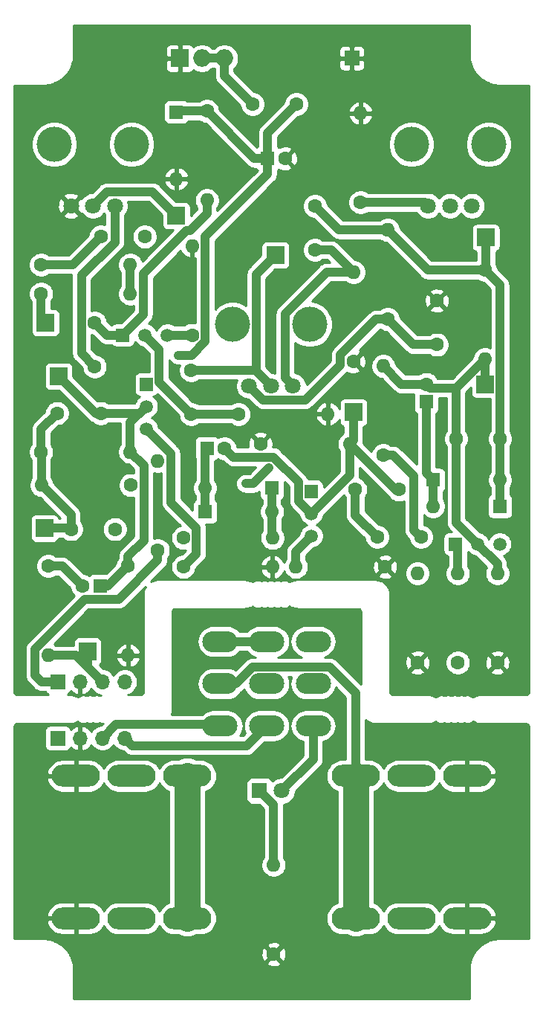
<source format=gbr>
G04 #@! TF.GenerationSoftware,KiCad,Pcbnew,5.1.6*
G04 #@! TF.CreationDate,2020-09-18T17:18:22+02:00*
G04 #@! TF.ProjectId,bigmuff,6269676d-7566-4662-9e6b-696361645f70,rev?*
G04 #@! TF.SameCoordinates,Original*
G04 #@! TF.FileFunction,Copper,L1,Top*
G04 #@! TF.FilePolarity,Positive*
%FSLAX46Y46*%
G04 Gerber Fmt 4.6, Leading zero omitted, Abs format (unit mm)*
G04 Created by KiCad (PCBNEW 5.1.6) date 2020-09-18 17:18:22*
%MOMM*%
%LPD*%
G01*
G04 APERTURE LIST*
G04 #@! TA.AperFunction,ComponentPad*
%ADD10O,2.000000X2.000000*%
G04 #@! TD*
G04 #@! TA.AperFunction,ComponentPad*
%ADD11R,2.000000X2.000000*%
G04 #@! TD*
G04 #@! TA.AperFunction,ComponentPad*
%ADD12O,4.000000X2.400000*%
G04 #@! TD*
G04 #@! TA.AperFunction,ComponentPad*
%ADD13O,5.500000X2.500000*%
G04 #@! TD*
G04 #@! TA.AperFunction,WasherPad*
%ADD14C,4.000000*%
G04 #@! TD*
G04 #@! TA.AperFunction,ComponentPad*
%ADD15C,1.800000*%
G04 #@! TD*
G04 #@! TA.AperFunction,ComponentPad*
%ADD16O,1.600000X1.600000*%
G04 #@! TD*
G04 #@! TA.AperFunction,ComponentPad*
%ADD17C,1.600000*%
G04 #@! TD*
G04 #@! TA.AperFunction,SMDPad,CuDef*
%ADD18R,2.000000X2.000000*%
G04 #@! TD*
G04 #@! TA.AperFunction,ComponentPad*
%ADD19R,1.600000X1.600000*%
G04 #@! TD*
G04 #@! TA.AperFunction,ComponentPad*
%ADD20R,1.800000X1.800000*%
G04 #@! TD*
G04 #@! TA.AperFunction,ComponentPad*
%ADD21R,1.500000X1.500000*%
G04 #@! TD*
G04 #@! TA.AperFunction,ComponentPad*
%ADD22C,1.500000*%
G04 #@! TD*
G04 #@! TA.AperFunction,ComponentPad*
%ADD23R,1.700000X1.700000*%
G04 #@! TD*
G04 #@! TA.AperFunction,ComponentPad*
%ADD24O,1.700000X1.700000*%
G04 #@! TD*
G04 #@! TA.AperFunction,ViaPad*
%ADD25C,0.800000*%
G04 #@! TD*
G04 #@! TA.AperFunction,Conductor*
%ADD26C,1.000000*%
G04 #@! TD*
G04 #@! TA.AperFunction,Conductor*
%ADD27C,3.000000*%
G04 #@! TD*
G04 #@! TA.AperFunction,Conductor*
%ADD28C,0.254000*%
G04 #@! TD*
G04 APERTURE END LIST*
D10*
X141780000Y-52700000D03*
X139240000Y-52700000D03*
D11*
X136700000Y-52700000D03*
D12*
X151900000Y-119100000D03*
X151900000Y-128700000D03*
X151900000Y-123900000D03*
X146600000Y-128700000D03*
X141300000Y-123900000D03*
X146600000Y-119100000D03*
X141300000Y-128700000D03*
X141300000Y-119100000D03*
X146600000Y-123900000D03*
D13*
X163100000Y-134385000D03*
X163100000Y-150615000D03*
X169450000Y-150615000D03*
X156750000Y-150615000D03*
X169450000Y-134385000D03*
X156750000Y-134385000D03*
X131200000Y-150615000D03*
X131200000Y-134385000D03*
X124850000Y-134385000D03*
X137550000Y-134385000D03*
X124850000Y-150615000D03*
X137550000Y-150615000D03*
D14*
X131200000Y-62500000D03*
X122400000Y-62500000D03*
D15*
X129300000Y-69500000D03*
X126800000Y-69500000D03*
X124300000Y-69500000D03*
D14*
X171900000Y-62500000D03*
X163100000Y-62500000D03*
D15*
X170000000Y-69500000D03*
X167500000Y-69500000D03*
X165000000Y-69500000D03*
D16*
X156500000Y-77040000D03*
D17*
X156500000Y-87200000D03*
D18*
X171600000Y-73100000D03*
D17*
X168200000Y-96000000D03*
X173200000Y-96000000D03*
X161700000Y-101800000D03*
X156700000Y-101800000D03*
D16*
X149940000Y-110600000D03*
D17*
X160100000Y-110600000D03*
X127000000Y-82800000D03*
X127000000Y-87800000D03*
X138000000Y-88200000D03*
X138000000Y-93200000D03*
X166000000Y-80300000D03*
X166000000Y-85300000D03*
X152100000Y-69500000D03*
X152100000Y-74500000D03*
X159200000Y-107200000D03*
X164200000Y-107200000D03*
X132700000Y-73000000D03*
X127700000Y-73000000D03*
X124300000Y-106300000D03*
X129300000Y-106300000D03*
X127700000Y-93100000D03*
X122700000Y-93100000D03*
D14*
X151500000Y-83000000D03*
X142700000Y-83000000D03*
D15*
X149600000Y-90000000D03*
X147100000Y-90000000D03*
X144600000Y-90000000D03*
D18*
X136300000Y-70600000D03*
X147600000Y-75100000D03*
X121400000Y-82800000D03*
X121300000Y-106200000D03*
X126200000Y-120200000D03*
D16*
X147400000Y-144540000D03*
D17*
X147400000Y-154700000D03*
D16*
X138100000Y-74040000D03*
D17*
X138100000Y-84200000D03*
D16*
X139800000Y-68860000D03*
D17*
X139800000Y-58700000D03*
D16*
X153560000Y-93200000D03*
D17*
X143400000Y-93200000D03*
D16*
X134200000Y-98540000D03*
D17*
X134200000Y-108700000D03*
D16*
X160400000Y-72240000D03*
D17*
X160400000Y-82400000D03*
D16*
X163800000Y-111340000D03*
D17*
X163800000Y-121500000D03*
D16*
X168400000Y-111340000D03*
D17*
X168400000Y-121500000D03*
D16*
X171500000Y-86960000D03*
D17*
X171500000Y-76800000D03*
D16*
X172900000Y-111340000D03*
D17*
X172900000Y-121500000D03*
D16*
X159900000Y-87740000D03*
D17*
X159900000Y-97900000D03*
D16*
X147260000Y-107300000D03*
D17*
X137100000Y-107300000D03*
D16*
X131060000Y-79500000D03*
D17*
X120900000Y-79500000D03*
D16*
X156060000Y-96600000D03*
D17*
X145900000Y-96600000D03*
D16*
X131060000Y-76200000D03*
D17*
X120900000Y-76200000D03*
D16*
X157300000Y-58940000D03*
D17*
X157300000Y-69100000D03*
D16*
X147260000Y-110600000D03*
D17*
X137100000Y-110600000D03*
D16*
X120940000Y-101300000D03*
D17*
X131100000Y-101300000D03*
D16*
X131060000Y-97500000D03*
D17*
X120900000Y-97500000D03*
D16*
X130800000Y-120660000D03*
D17*
X130800000Y-110500000D03*
D16*
X121700000Y-120660000D03*
D17*
X121700000Y-110500000D03*
D16*
X136300000Y-66420000D03*
D19*
X136300000Y-58800000D03*
D15*
X148340000Y-136100000D03*
D20*
X145800000Y-136100000D03*
D16*
X165580000Y-103700000D03*
D19*
X173200000Y-103700000D03*
D16*
X173200000Y-100700000D03*
D19*
X165580000Y-100700000D03*
D16*
X139580000Y-101600000D03*
D19*
X147200000Y-101600000D03*
D16*
X147220000Y-104300000D03*
D19*
X139600000Y-104300000D03*
D17*
X164800000Y-89800000D03*
D19*
X164800000Y-91800000D03*
D17*
X141800000Y-97100000D03*
D19*
X139800000Y-97100000D03*
D17*
X125600000Y-112800000D03*
D19*
X127600000Y-112800000D03*
X146700000Y-64100000D03*
D17*
X148700000Y-64100000D03*
X145000000Y-57900000D03*
X150000000Y-57900000D03*
D21*
X132900000Y-89800000D03*
D22*
X132900000Y-94880000D03*
X132900000Y-92340000D03*
X151700000Y-104540000D03*
X151700000Y-107080000D03*
D21*
X151700000Y-102000000D03*
X168100000Y-108000000D03*
D22*
X173180000Y-108000000D03*
X170640000Y-108000000D03*
X132740000Y-84200000D03*
X135280000Y-84200000D03*
D21*
X130200000Y-84200000D03*
D18*
X122900000Y-88900000D03*
X156500000Y-93000000D03*
X171500000Y-89800000D03*
D23*
X156300000Y-52700000D03*
X122800000Y-130100000D03*
D24*
X125340000Y-130100000D03*
X127880000Y-130100000D03*
X130420000Y-130100000D03*
X130420000Y-123700000D03*
X127880000Y-123700000D03*
X125340000Y-123700000D03*
D23*
X122800000Y-123700000D03*
D25*
X132100000Y-69500000D03*
X128700000Y-76500000D03*
X144100000Y-106100000D03*
X144100000Y-104800000D03*
X144100000Y-103500000D03*
X137600000Y-101400000D03*
X137600000Y-100100000D03*
X137600000Y-98700000D03*
X138000000Y-90500000D03*
X141300000Y-79500000D03*
X137900000Y-126000000D03*
X144100000Y-126000000D03*
X137900000Y-121200000D03*
X137900000Y-116600000D03*
X144000000Y-116300000D03*
X149400000Y-116400000D03*
X155400000Y-116600000D03*
X155800000Y-121500000D03*
X133900000Y-82800000D03*
X150200000Y-94200000D03*
X150200000Y-95500000D03*
X153600000Y-98300000D03*
X153600000Y-99500000D03*
X126600000Y-94700000D03*
X126600000Y-96800000D03*
X126600000Y-98800000D03*
X126600000Y-100800000D03*
X126600000Y-103000000D03*
X126600000Y-105800000D03*
X144200000Y-101100000D03*
X146900000Y-99300000D03*
X136500000Y-86500000D03*
D26*
X123300000Y-110500000D02*
X125600000Y-112800000D01*
X121700000Y-110500000D02*
X123300000Y-110500000D01*
X132140000Y-93100000D02*
X132900000Y-92340000D01*
X127700000Y-93100000D02*
X132140000Y-93100000D01*
X127100000Y-93100000D02*
X122900000Y-88900000D01*
X127700000Y-93100000D02*
X127100000Y-93100000D01*
X131060000Y-94180000D02*
X131060000Y-97500000D01*
X132900000Y-92340000D02*
X131060000Y-94180000D01*
X128500000Y-112800000D02*
X130800000Y-110500000D01*
X127600000Y-112800000D02*
X128500000Y-112800000D01*
X132600001Y-99040001D02*
X131060000Y-97500000D01*
X130800000Y-109368630D02*
X132600001Y-107568629D01*
X132600001Y-107568629D02*
X132600001Y-99040001D01*
X130800000Y-110500000D02*
X130800000Y-109368630D01*
X124300000Y-104660000D02*
X120940000Y-101300000D01*
X124300000Y-106300000D02*
X124300000Y-104660000D01*
X124200000Y-106200000D02*
X124300000Y-106300000D01*
X121300000Y-106200000D02*
X124200000Y-106200000D01*
X120940000Y-97540000D02*
X120900000Y-97500000D01*
X120940000Y-101300000D02*
X120940000Y-97540000D01*
X120900000Y-94900000D02*
X122700000Y-93100000D01*
X120900000Y-97500000D02*
X120900000Y-94900000D01*
X144200000Y-101100000D02*
X145100000Y-101100000D01*
X145100000Y-101100000D02*
X146900000Y-99300000D01*
X124500000Y-76200000D02*
X127700000Y-73000000D01*
X120900000Y-76200000D02*
X124500000Y-76200000D01*
X161260000Y-101800000D02*
X156060000Y-96600000D01*
X161700000Y-101800000D02*
X161260000Y-101800000D01*
X156500000Y-96160000D02*
X156060000Y-96600000D01*
X156500000Y-93000000D02*
X156500000Y-96160000D01*
X156060000Y-100180000D02*
X156060000Y-96600000D01*
X151700000Y-104540000D02*
X156060000Y-100180000D01*
X131060000Y-76200000D02*
X131060000Y-79500000D01*
X150249999Y-100952929D02*
X150249999Y-103089999D01*
X147397061Y-98099991D02*
X150249999Y-100952929D01*
X150249999Y-103089999D02*
X151700000Y-104540000D01*
X146402939Y-98099991D02*
X147397061Y-98099991D01*
X146402929Y-98100001D02*
X146402939Y-98099991D01*
X142800001Y-98100001D02*
X146402929Y-98100001D01*
X141800000Y-97100000D02*
X142800001Y-98100001D01*
X139600000Y-101620000D02*
X139580000Y-101600000D01*
X139600000Y-104300000D02*
X139600000Y-101620000D01*
X139580000Y-97320000D02*
X139800000Y-97100000D01*
X139580000Y-101600000D02*
X139580000Y-97320000D01*
X156700000Y-104700000D02*
X159200000Y-107200000D01*
X156700000Y-101800000D02*
X156700000Y-104700000D01*
X147200000Y-104280000D02*
X147220000Y-104300000D01*
X147200000Y-101600000D02*
X147200000Y-104280000D01*
X147220000Y-107260000D02*
X147260000Y-107300000D01*
X147220000Y-104300000D02*
X147220000Y-107260000D01*
X120900000Y-82300000D02*
X121400000Y-82800000D01*
X120900000Y-79500000D02*
X120900000Y-82300000D01*
X161031370Y-97900000D02*
X159900000Y-97900000D01*
X163400001Y-100268631D02*
X161031370Y-97900000D01*
X163400001Y-106400001D02*
X163400001Y-100268631D01*
X164200000Y-107200000D02*
X163400001Y-106400001D01*
X172900000Y-110260000D02*
X170640000Y-108000000D01*
X172900000Y-111340000D02*
X172900000Y-110260000D01*
X168200000Y-105560000D02*
X170640000Y-108000000D01*
X168200000Y-96000000D02*
X168200000Y-105560000D01*
X168200000Y-90260000D02*
X171500000Y-86960000D01*
X168200000Y-96000000D02*
X168200000Y-90260000D01*
X171500000Y-89800000D02*
X171500000Y-86960000D01*
X165260000Y-90260000D02*
X164800000Y-89800000D01*
X168200000Y-90260000D02*
X165260000Y-90260000D01*
X161960000Y-89800000D02*
X159900000Y-87740000D01*
X164800000Y-89800000D02*
X161960000Y-89800000D01*
X165580000Y-103700000D02*
X165580000Y-100700000D01*
X164800000Y-99920000D02*
X165580000Y-100700000D01*
X164800000Y-91800000D02*
X164800000Y-99920000D01*
X168400000Y-108300000D02*
X168100000Y-108000000D01*
X168400000Y-111340000D02*
X168400000Y-108300000D01*
X173200000Y-103700000D02*
X173200000Y-100700000D01*
X173200000Y-100700000D02*
X173200000Y-96000000D01*
X164960000Y-76800000D02*
X160400000Y-72240000D01*
X171500000Y-76800000D02*
X164960000Y-76800000D01*
X171600000Y-76700000D02*
X171500000Y-76800000D01*
X171600000Y-73100000D02*
X171600000Y-76700000D01*
X154840000Y-72240000D02*
X152100000Y-69500000D01*
X160400000Y-72240000D02*
X154840000Y-72240000D01*
X173200000Y-78500000D02*
X171500000Y-76800000D01*
X173200000Y-96000000D02*
X173200000Y-78500000D01*
X153960000Y-74500000D02*
X156500000Y-77040000D01*
X152100000Y-74500000D02*
X153960000Y-74500000D01*
X153463998Y-77040000D02*
X156500000Y-77040000D01*
X148700001Y-81803997D02*
X153463998Y-77040000D01*
X148700001Y-89100001D02*
X148700001Y-81803997D01*
X149600000Y-90000000D02*
X148700001Y-89100001D01*
X163300000Y-85300000D02*
X160400000Y-82400000D01*
X166000000Y-85300000D02*
X163300000Y-85300000D01*
X159079998Y-82400000D02*
X160400000Y-82400000D01*
X150999999Y-91600001D02*
X154999999Y-87600001D01*
X146200001Y-91600001D02*
X150999999Y-91600001D01*
X154999999Y-86479999D02*
X159079998Y-82400000D01*
X154999999Y-87600001D02*
X154999999Y-86479999D01*
X144600000Y-90000000D02*
X146200001Y-91600001D01*
X145300000Y-88200000D02*
X147100000Y-90000000D01*
X138000000Y-88200000D02*
X145300000Y-88200000D01*
X145400001Y-77299999D02*
X147600000Y-75100000D01*
X145400001Y-88099999D02*
X145400001Y-77299999D01*
X145300000Y-88200000D02*
X145400001Y-88099999D01*
X134350001Y-89550001D02*
X138000000Y-93200000D01*
X134350001Y-85810001D02*
X134350001Y-89550001D01*
X132740000Y-84200000D02*
X134350001Y-85810001D01*
X138000000Y-93200000D02*
X143400000Y-93200000D01*
X128400000Y-84200000D02*
X127000000Y-82800000D01*
X130200000Y-84200000D02*
X128400000Y-84200000D01*
X137860001Y-72300001D02*
X139800000Y-70360002D01*
X137499999Y-72300001D02*
X137860001Y-72300001D01*
X132560001Y-77239999D02*
X137499999Y-72300001D01*
X132560001Y-81839999D02*
X132560001Y-77239999D01*
X139800000Y-70360002D02*
X139800000Y-68860000D01*
X130200000Y-84200000D02*
X132560001Y-81839999D01*
X129300000Y-73620002D02*
X129300000Y-69500000D01*
X125499999Y-77420003D02*
X129300000Y-73620002D01*
X125499999Y-86299999D02*
X125499999Y-77420003D01*
X127000000Y-87800000D02*
X125499999Y-86299999D01*
X146700000Y-61200000D02*
X150000000Y-57900000D01*
X146700000Y-64100000D02*
X146700000Y-61200000D01*
X145200000Y-64100000D02*
X139800000Y-58700000D01*
X146700000Y-64100000D02*
X145200000Y-64100000D01*
X136400000Y-58700000D02*
X136300000Y-58800000D01*
X139800000Y-58700000D02*
X136400000Y-58700000D01*
X134200000Y-109831370D02*
X134200000Y-108700000D01*
X129731369Y-114300001D02*
X134200000Y-109831370D01*
X125839997Y-114300001D02*
X129731369Y-114300001D01*
X120199999Y-119939999D02*
X125839997Y-114300001D01*
X120199999Y-122949999D02*
X120199999Y-119939999D01*
X120950000Y-123700000D02*
X120199999Y-122949999D01*
X122800000Y-123700000D02*
X120950000Y-123700000D01*
X139600001Y-84920001D02*
X138020002Y-86500000D01*
X139600001Y-72999999D02*
X139600001Y-84920001D01*
X146700000Y-65900000D02*
X139600001Y-72999999D01*
X146700000Y-64100000D02*
X146700000Y-65900000D01*
X138020002Y-86500000D02*
X136500000Y-86500000D01*
X147400000Y-137700000D02*
X145800000Y-136100000D01*
X147400000Y-144540000D02*
X147400000Y-137700000D01*
X135700001Y-97680001D02*
X132900000Y-94880000D01*
X135700001Y-103260003D02*
X135700001Y-97680001D01*
X138600001Y-106160003D02*
X135700001Y-103260003D01*
X138600001Y-109099999D02*
X138600001Y-106160003D01*
X137100000Y-110600000D02*
X138600001Y-109099999D01*
X149940000Y-108840000D02*
X151700000Y-107080000D01*
X149940000Y-110600000D02*
X149940000Y-108840000D01*
X135280000Y-84200000D02*
X138100000Y-84200000D01*
X124840000Y-120660000D02*
X127880000Y-123700000D01*
X121700000Y-120660000D02*
X124840000Y-120660000D01*
X126200000Y-122020000D02*
X127880000Y-123700000D01*
X126200000Y-120200000D02*
X126200000Y-122020000D01*
X141300000Y-128400000D02*
X141151921Y-128548079D01*
X141149999Y-128549999D02*
X141300000Y-128700000D01*
X129430001Y-128549999D02*
X141149999Y-128549999D01*
X127880000Y-130100000D02*
X129430001Y-128549999D01*
X164600000Y-69100000D02*
X165000000Y-69500000D01*
X157300000Y-69100000D02*
X164600000Y-69100000D01*
X133599999Y-67899999D02*
X136300000Y-70600000D01*
X128400001Y-67899999D02*
X133599999Y-67899999D01*
X126800000Y-69500000D02*
X128400001Y-67899999D01*
X144350001Y-130949999D02*
X146600000Y-128700000D01*
X131269999Y-130949999D02*
X144350001Y-130949999D01*
X130420000Y-130100000D02*
X131269999Y-130949999D01*
D27*
X156750000Y-150615000D02*
X156750000Y-134385000D01*
D26*
X156750000Y-124962981D02*
X156750000Y-134385000D01*
X153787009Y-121999990D02*
X156750000Y-124962981D01*
X145012991Y-121999990D02*
X153787009Y-121999990D01*
X143112981Y-123900000D02*
X145012991Y-121999990D01*
X141300000Y-123900000D02*
X143112981Y-123900000D01*
X141300000Y-119100000D02*
X146600000Y-119100000D01*
D27*
X137550000Y-150615000D02*
X137550000Y-134385000D01*
D26*
X151900000Y-132540000D02*
X148340000Y-136100000D01*
X151900000Y-128700000D02*
X151900000Y-132540000D01*
X139240000Y-52700000D02*
X141780000Y-52700000D01*
X141780000Y-54680000D02*
X145000000Y-57900000D01*
X141780000Y-52700000D02*
X141780000Y-54680000D01*
D28*
G36*
X149228651Y-115111284D02*
G01*
X149236757Y-115115667D01*
X149409080Y-115207292D01*
X149464392Y-115230090D01*
X149519366Y-115253652D01*
X149528169Y-115256377D01*
X149715006Y-115312786D01*
X149773686Y-115324405D01*
X149832196Y-115336842D01*
X149841361Y-115337805D01*
X150035594Y-115356850D01*
X150035598Y-115356850D01*
X150067581Y-115360000D01*
X156967721Y-115360000D01*
X157065424Y-115369580D01*
X157128356Y-115388580D01*
X157186405Y-115419445D01*
X157237343Y-115460989D01*
X157279248Y-115511644D01*
X157310515Y-115569471D01*
X157329956Y-115632272D01*
X157340000Y-115727835D01*
X157340001Y-123367581D01*
X157340001Y-123947850D01*
X154629005Y-121236855D01*
X154593458Y-121193541D01*
X154420632Y-121051706D01*
X154223456Y-120946314D01*
X154009508Y-120881413D01*
X153842761Y-120864990D01*
X153842760Y-120864990D01*
X153787009Y-120859499D01*
X153731258Y-120864990D01*
X153202985Y-120864990D01*
X153405622Y-120803521D01*
X153724404Y-120633129D01*
X154003819Y-120403819D01*
X154233129Y-120124404D01*
X154403521Y-119805622D01*
X154508448Y-119459723D01*
X154543878Y-119100000D01*
X154508448Y-118740277D01*
X154403521Y-118394378D01*
X154233129Y-118075596D01*
X154003819Y-117796181D01*
X153724404Y-117566871D01*
X153405622Y-117396479D01*
X153059723Y-117291552D01*
X152790139Y-117265000D01*
X151009861Y-117265000D01*
X150740277Y-117291552D01*
X150394378Y-117396479D01*
X150075596Y-117566871D01*
X149796181Y-117796181D01*
X149566871Y-118075596D01*
X149396479Y-118394378D01*
X149291552Y-118740277D01*
X149256122Y-119100000D01*
X149291552Y-119459723D01*
X149396479Y-119805622D01*
X149566871Y-120124404D01*
X149796181Y-120403819D01*
X150075596Y-120633129D01*
X150394378Y-120803521D01*
X150597015Y-120864990D01*
X147902985Y-120864990D01*
X148105622Y-120803521D01*
X148424404Y-120633129D01*
X148703819Y-120403819D01*
X148933129Y-120124404D01*
X149103521Y-119805622D01*
X149208448Y-119459723D01*
X149243878Y-119100000D01*
X149208448Y-118740277D01*
X149103521Y-118394378D01*
X148933129Y-118075596D01*
X148703819Y-117796181D01*
X148424404Y-117566871D01*
X148105622Y-117396479D01*
X147759723Y-117291552D01*
X147490139Y-117265000D01*
X145709861Y-117265000D01*
X145440277Y-117291552D01*
X145094378Y-117396479D01*
X144775596Y-117566871D01*
X144496181Y-117796181D01*
X144357635Y-117965000D01*
X143542365Y-117965000D01*
X143403819Y-117796181D01*
X143124404Y-117566871D01*
X142805622Y-117396479D01*
X142459723Y-117291552D01*
X142190139Y-117265000D01*
X140409861Y-117265000D01*
X140140277Y-117291552D01*
X139794378Y-117396479D01*
X139475596Y-117566871D01*
X139196181Y-117796181D01*
X138966871Y-118075596D01*
X138796479Y-118394378D01*
X138691552Y-118740277D01*
X138656122Y-119100000D01*
X138691552Y-119459723D01*
X138796479Y-119805622D01*
X138966871Y-120124404D01*
X139196181Y-120403819D01*
X139475596Y-120633129D01*
X139794378Y-120803521D01*
X140140277Y-120908448D01*
X140409861Y-120935000D01*
X142190139Y-120935000D01*
X142459723Y-120908448D01*
X142805622Y-120803521D01*
X143124404Y-120633129D01*
X143403819Y-120403819D01*
X143542365Y-120235000D01*
X144357635Y-120235000D01*
X144496181Y-120403819D01*
X144775596Y-120633129D01*
X145094378Y-120803521D01*
X145297015Y-120864990D01*
X145068742Y-120864990D01*
X145012991Y-120859499D01*
X144957239Y-120864990D01*
X144790492Y-120881413D01*
X144576544Y-120946314D01*
X144379368Y-121051706D01*
X144206542Y-121193541D01*
X144171000Y-121236849D01*
X143070038Y-122337812D01*
X142805622Y-122196479D01*
X142459723Y-122091552D01*
X142190139Y-122065000D01*
X140409861Y-122065000D01*
X140140277Y-122091552D01*
X139794378Y-122196479D01*
X139475596Y-122366871D01*
X139196181Y-122596181D01*
X138966871Y-122875596D01*
X138796479Y-123194378D01*
X138691552Y-123540277D01*
X138656122Y-123900000D01*
X138691552Y-124259723D01*
X138796479Y-124605622D01*
X138966871Y-124924404D01*
X139196181Y-125203819D01*
X139475596Y-125433129D01*
X139794378Y-125603521D01*
X140140277Y-125708448D01*
X140409861Y-125735000D01*
X142190139Y-125735000D01*
X142459723Y-125708448D01*
X142805622Y-125603521D01*
X143124404Y-125433129D01*
X143403819Y-125203819D01*
X143633129Y-124924404D01*
X143644703Y-124902751D01*
X143746604Y-124848284D01*
X143919430Y-124706449D01*
X143954977Y-124663135D01*
X144076931Y-124541181D01*
X144096479Y-124605622D01*
X144266871Y-124924404D01*
X144496181Y-125203819D01*
X144775596Y-125433129D01*
X145094378Y-125603521D01*
X145440277Y-125708448D01*
X145709861Y-125735000D01*
X147490139Y-125735000D01*
X147759723Y-125708448D01*
X148105622Y-125603521D01*
X148424404Y-125433129D01*
X148703819Y-125203819D01*
X148933129Y-124924404D01*
X149103521Y-124605622D01*
X149208448Y-124259723D01*
X149243878Y-123900000D01*
X149208448Y-123540277D01*
X149103521Y-123194378D01*
X149071778Y-123134990D01*
X149428222Y-123134990D01*
X149396479Y-123194378D01*
X149291552Y-123540277D01*
X149256122Y-123900000D01*
X149291552Y-124259723D01*
X149396479Y-124605622D01*
X149566871Y-124924404D01*
X149796181Y-125203819D01*
X150075596Y-125433129D01*
X150394378Y-125603521D01*
X150740277Y-125708448D01*
X151009861Y-125735000D01*
X152790139Y-125735000D01*
X153059723Y-125708448D01*
X153405622Y-125603521D01*
X153724404Y-125433129D01*
X154003819Y-125203819D01*
X154233129Y-124924404D01*
X154403521Y-124605622D01*
X154492892Y-124311004D01*
X155615000Y-125433113D01*
X155615001Y-132500000D01*
X155157403Y-132500000D01*
X154880476Y-132527275D01*
X154525152Y-132635061D01*
X154197683Y-132810097D01*
X153910655Y-133045655D01*
X153675097Y-133332683D01*
X153500061Y-133660152D01*
X153392275Y-134015476D01*
X153355880Y-134385000D01*
X153392275Y-134754524D01*
X153500061Y-135109848D01*
X153675097Y-135437317D01*
X153910655Y-135724345D01*
X154197683Y-135959903D01*
X154525152Y-136134939D01*
X154615001Y-136162194D01*
X154615000Y-148837806D01*
X154525152Y-148865061D01*
X154197683Y-149040097D01*
X153910655Y-149275655D01*
X153675097Y-149562683D01*
X153500061Y-149890152D01*
X153392275Y-150245476D01*
X153355880Y-150615000D01*
X153392275Y-150984524D01*
X153500061Y-151339848D01*
X153675097Y-151667317D01*
X153910655Y-151954345D01*
X154197683Y-152189903D01*
X154525152Y-152364939D01*
X154880476Y-152472725D01*
X155157403Y-152500000D01*
X155747495Y-152500000D01*
X155929018Y-152597026D01*
X156331467Y-152719108D01*
X156750000Y-152760330D01*
X157168532Y-152719108D01*
X157570981Y-152597026D01*
X157752505Y-152500000D01*
X158342597Y-152500000D01*
X158619524Y-152472725D01*
X158974848Y-152364939D01*
X159302317Y-152189903D01*
X159589345Y-151954345D01*
X159824903Y-151667317D01*
X159925000Y-151480049D01*
X160025097Y-151667317D01*
X160260655Y-151954345D01*
X160547683Y-152189903D01*
X160875152Y-152364939D01*
X161230476Y-152472725D01*
X161507403Y-152500000D01*
X164692597Y-152500000D01*
X164969524Y-152472725D01*
X165324848Y-152364939D01*
X165652317Y-152189903D01*
X165939345Y-151954345D01*
X166174903Y-151667317D01*
X166276400Y-151477429D01*
X166312122Y-151556653D01*
X166527301Y-151858094D01*
X166797153Y-152111763D01*
X167111309Y-152307912D01*
X167457695Y-152439004D01*
X167823000Y-152500000D01*
X169323000Y-152500000D01*
X169323000Y-150742000D01*
X169577000Y-150742000D01*
X169577000Y-152500000D01*
X171077000Y-152500000D01*
X171442305Y-152439004D01*
X171788691Y-152307912D01*
X172102847Y-152111763D01*
X172372699Y-151858094D01*
X172587878Y-151556653D01*
X172740114Y-151219025D01*
X172787695Y-151034645D01*
X172671572Y-150742000D01*
X169577000Y-150742000D01*
X169323000Y-150742000D01*
X169303000Y-150742000D01*
X169303000Y-150488000D01*
X169323000Y-150488000D01*
X169323000Y-148730000D01*
X169577000Y-148730000D01*
X169577000Y-150488000D01*
X172671572Y-150488000D01*
X172787695Y-150195355D01*
X172740114Y-150010975D01*
X172587878Y-149673347D01*
X172372699Y-149371906D01*
X172102847Y-149118237D01*
X171788691Y-148922088D01*
X171442305Y-148790996D01*
X171077000Y-148730000D01*
X169577000Y-148730000D01*
X169323000Y-148730000D01*
X167823000Y-148730000D01*
X167457695Y-148790996D01*
X167111309Y-148922088D01*
X166797153Y-149118237D01*
X166527301Y-149371906D01*
X166312122Y-149673347D01*
X166276400Y-149752571D01*
X166174903Y-149562683D01*
X165939345Y-149275655D01*
X165652317Y-149040097D01*
X165324848Y-148865061D01*
X164969524Y-148757275D01*
X164692597Y-148730000D01*
X161507403Y-148730000D01*
X161230476Y-148757275D01*
X160875152Y-148865061D01*
X160547683Y-149040097D01*
X160260655Y-149275655D01*
X160025097Y-149562683D01*
X159925000Y-149749951D01*
X159824903Y-149562683D01*
X159589345Y-149275655D01*
X159302317Y-149040097D01*
X158974848Y-148865061D01*
X158885000Y-148837806D01*
X158885000Y-136162194D01*
X158974848Y-136134939D01*
X159302317Y-135959903D01*
X159589345Y-135724345D01*
X159824903Y-135437317D01*
X159925000Y-135250049D01*
X160025097Y-135437317D01*
X160260655Y-135724345D01*
X160547683Y-135959903D01*
X160875152Y-136134939D01*
X161230476Y-136242725D01*
X161507403Y-136270000D01*
X164692597Y-136270000D01*
X164969524Y-136242725D01*
X165324848Y-136134939D01*
X165652317Y-135959903D01*
X165939345Y-135724345D01*
X166174903Y-135437317D01*
X166276400Y-135247429D01*
X166312122Y-135326653D01*
X166527301Y-135628094D01*
X166797153Y-135881763D01*
X167111309Y-136077912D01*
X167457695Y-136209004D01*
X167823000Y-136270000D01*
X169323000Y-136270000D01*
X169323000Y-134512000D01*
X169577000Y-134512000D01*
X169577000Y-136270000D01*
X171077000Y-136270000D01*
X171442305Y-136209004D01*
X171788691Y-136077912D01*
X172102847Y-135881763D01*
X172372699Y-135628094D01*
X172587878Y-135326653D01*
X172740114Y-134989025D01*
X172787695Y-134804645D01*
X172671572Y-134512000D01*
X169577000Y-134512000D01*
X169323000Y-134512000D01*
X169303000Y-134512000D01*
X169303000Y-134258000D01*
X169323000Y-134258000D01*
X169323000Y-132500000D01*
X169577000Y-132500000D01*
X169577000Y-134258000D01*
X172671572Y-134258000D01*
X172787695Y-133965355D01*
X172740114Y-133780975D01*
X172587878Y-133443347D01*
X172372699Y-133141906D01*
X172102847Y-132888237D01*
X171788691Y-132692088D01*
X171442305Y-132560996D01*
X171077000Y-132500000D01*
X169577000Y-132500000D01*
X169323000Y-132500000D01*
X167823000Y-132500000D01*
X167457695Y-132560996D01*
X167111309Y-132692088D01*
X166797153Y-132888237D01*
X166527301Y-133141906D01*
X166312122Y-133443347D01*
X166276400Y-133522571D01*
X166174903Y-133332683D01*
X165939345Y-133045655D01*
X165652317Y-132810097D01*
X165324848Y-132635061D01*
X164969524Y-132527275D01*
X164692597Y-132500000D01*
X161507403Y-132500000D01*
X161230476Y-132527275D01*
X160875152Y-132635061D01*
X160547683Y-132810097D01*
X160260655Y-133045655D01*
X160025097Y-133332683D01*
X159925000Y-133519951D01*
X159824903Y-133332683D01*
X159589345Y-133045655D01*
X159302317Y-132810097D01*
X158974848Y-132635061D01*
X158619524Y-132527275D01*
X158342597Y-132500000D01*
X157885000Y-132500000D01*
X157885000Y-128026558D01*
X158029469Y-128144384D01*
X158079277Y-128177477D01*
X158128651Y-128211284D01*
X158136757Y-128215667D01*
X158309080Y-128307292D01*
X158364392Y-128330090D01*
X158419366Y-128353652D01*
X158428169Y-128356377D01*
X158615006Y-128412786D01*
X158673686Y-128424405D01*
X158732196Y-128436842D01*
X158741361Y-128437805D01*
X158935594Y-128456850D01*
X158935598Y-128456850D01*
X158967581Y-128460000D01*
X165032419Y-128460000D01*
X165065387Y-128456753D01*
X165078367Y-128456753D01*
X165087532Y-128455790D01*
X165281481Y-128434035D01*
X165339966Y-128421603D01*
X165398676Y-128409978D01*
X165407479Y-128407253D01*
X165593509Y-128348240D01*
X165648519Y-128324662D01*
X165703794Y-128301880D01*
X165711900Y-128297497D01*
X165882925Y-128203475D01*
X165894186Y-128195765D01*
X165935845Y-128237424D01*
X166080795Y-128334277D01*
X166241855Y-128400990D01*
X166412835Y-128435000D01*
X166587165Y-128435000D01*
X166758145Y-128400990D01*
X166875000Y-128352587D01*
X166991855Y-128400990D01*
X167162835Y-128435000D01*
X167337165Y-128435000D01*
X167508145Y-128400990D01*
X167625000Y-128352587D01*
X167741855Y-128400990D01*
X167912835Y-128435000D01*
X168087165Y-128435000D01*
X168258145Y-128400990D01*
X168375000Y-128352587D01*
X168491855Y-128400990D01*
X168662835Y-128435000D01*
X168837165Y-128435000D01*
X169008145Y-128400990D01*
X169125000Y-128352587D01*
X169241855Y-128400990D01*
X169412835Y-128435000D01*
X169587165Y-128435000D01*
X169758145Y-128400990D01*
X169919205Y-128334277D01*
X170064155Y-128237424D01*
X170105884Y-128195695D01*
X170128651Y-128211284D01*
X170136757Y-128215667D01*
X170309080Y-128307292D01*
X170364392Y-128330090D01*
X170419366Y-128353652D01*
X170428169Y-128356377D01*
X170615006Y-128412786D01*
X170673686Y-128424405D01*
X170732196Y-128436842D01*
X170741361Y-128437805D01*
X170935594Y-128456850D01*
X170935598Y-128456850D01*
X170967581Y-128460000D01*
X176117721Y-128460000D01*
X176215424Y-128469580D01*
X176278356Y-128488580D01*
X176336405Y-128519445D01*
X176387343Y-128560989D01*
X176429248Y-128611644D01*
X176460515Y-128669471D01*
X176479956Y-128732272D01*
X176490001Y-128827845D01*
X176490000Y-152940000D01*
X173117581Y-152940000D01*
X173088077Y-152942906D01*
X173070635Y-152942784D01*
X173061464Y-152943684D01*
X172517993Y-153000805D01*
X172459430Y-153012826D01*
X172400637Y-153024041D01*
X172391815Y-153026705D01*
X171869789Y-153188299D01*
X171814638Y-153211483D01*
X171759180Y-153233889D01*
X171751043Y-153238215D01*
X171270347Y-153498127D01*
X171220756Y-153531577D01*
X171170702Y-153564331D01*
X171163560Y-153570156D01*
X170742503Y-153918485D01*
X170700362Y-153960922D01*
X170657612Y-154002785D01*
X170651738Y-154009886D01*
X170306357Y-154433365D01*
X170273232Y-154483223D01*
X170239459Y-154532546D01*
X170235076Y-154540652D01*
X169978526Y-155023151D01*
X169955731Y-155078457D01*
X169932165Y-155133440D01*
X169929440Y-155142243D01*
X169771495Y-155665384D01*
X169759876Y-155724064D01*
X169747439Y-155782574D01*
X169746476Y-155791739D01*
X169693150Y-156335595D01*
X169693150Y-156335608D01*
X169690001Y-156367581D01*
X169690000Y-159740000D01*
X124610000Y-159740000D01*
X124610000Y-156367581D01*
X124607094Y-156338077D01*
X124607216Y-156320635D01*
X124606316Y-156311464D01*
X124549195Y-155767993D01*
X124537174Y-155709430D01*
X124533984Y-155692702D01*
X146586903Y-155692702D01*
X146658486Y-155936671D01*
X146913996Y-156057571D01*
X147188184Y-156126300D01*
X147470512Y-156140217D01*
X147750130Y-156098787D01*
X148016292Y-156003603D01*
X148141514Y-155936671D01*
X148213097Y-155692702D01*
X147400000Y-154879605D01*
X146586903Y-155692702D01*
X124533984Y-155692702D01*
X124525959Y-155650637D01*
X124523295Y-155641815D01*
X124361701Y-155119789D01*
X124338517Y-155064638D01*
X124316111Y-155009180D01*
X124311785Y-155001043D01*
X124187138Y-154770512D01*
X145959783Y-154770512D01*
X146001213Y-155050130D01*
X146096397Y-155316292D01*
X146163329Y-155441514D01*
X146407298Y-155513097D01*
X147220395Y-154700000D01*
X147579605Y-154700000D01*
X148392702Y-155513097D01*
X148636671Y-155441514D01*
X148757571Y-155186004D01*
X148826300Y-154911816D01*
X148840217Y-154629488D01*
X148798787Y-154349870D01*
X148703603Y-154083708D01*
X148636671Y-153958486D01*
X148392702Y-153886903D01*
X147579605Y-154700000D01*
X147220395Y-154700000D01*
X146407298Y-153886903D01*
X146163329Y-153958486D01*
X146042429Y-154213996D01*
X145973700Y-154488184D01*
X145959783Y-154770512D01*
X124187138Y-154770512D01*
X124051873Y-154520347D01*
X124018423Y-154470756D01*
X123985669Y-154420702D01*
X123979844Y-154413560D01*
X123631515Y-153992503D01*
X123589078Y-153950362D01*
X123547215Y-153907612D01*
X123540114Y-153901738D01*
X123301707Y-153707298D01*
X146586903Y-153707298D01*
X147400000Y-154520395D01*
X148213097Y-153707298D01*
X148141514Y-153463329D01*
X147886004Y-153342429D01*
X147611816Y-153273700D01*
X147329488Y-153259783D01*
X147049870Y-153301213D01*
X146783708Y-153396397D01*
X146658486Y-153463329D01*
X146586903Y-153707298D01*
X123301707Y-153707298D01*
X123116635Y-153556357D01*
X123066777Y-153523232D01*
X123017454Y-153489459D01*
X123009348Y-153485076D01*
X122526849Y-153228526D01*
X122471543Y-153205731D01*
X122416560Y-153182165D01*
X122407757Y-153179440D01*
X121884616Y-153021495D01*
X121825936Y-153009876D01*
X121767426Y-152997439D01*
X121758261Y-152996476D01*
X121214405Y-152943150D01*
X121214402Y-152943150D01*
X121182419Y-152940000D01*
X117810000Y-152940000D01*
X117810000Y-151034645D01*
X121512305Y-151034645D01*
X121559886Y-151219025D01*
X121712122Y-151556653D01*
X121927301Y-151858094D01*
X122197153Y-152111763D01*
X122511309Y-152307912D01*
X122857695Y-152439004D01*
X123223000Y-152500000D01*
X124723000Y-152500000D01*
X124723000Y-150742000D01*
X121628428Y-150742000D01*
X121512305Y-151034645D01*
X117810000Y-151034645D01*
X117810000Y-150195355D01*
X121512305Y-150195355D01*
X121628428Y-150488000D01*
X124723000Y-150488000D01*
X124723000Y-148730000D01*
X123223000Y-148730000D01*
X122857695Y-148790996D01*
X122511309Y-148922088D01*
X122197153Y-149118237D01*
X121927301Y-149371906D01*
X121712122Y-149673347D01*
X121559886Y-150010975D01*
X121512305Y-150195355D01*
X117810000Y-150195355D01*
X117810000Y-134804645D01*
X121512305Y-134804645D01*
X121559886Y-134989025D01*
X121712122Y-135326653D01*
X121927301Y-135628094D01*
X122197153Y-135881763D01*
X122511309Y-136077912D01*
X122857695Y-136209004D01*
X123223000Y-136270000D01*
X124723000Y-136270000D01*
X124723000Y-134512000D01*
X121628428Y-134512000D01*
X121512305Y-134804645D01*
X117810000Y-134804645D01*
X117810000Y-133965355D01*
X121512305Y-133965355D01*
X121628428Y-134258000D01*
X124723000Y-134258000D01*
X124723000Y-132500000D01*
X124977000Y-132500000D01*
X124977000Y-134258000D01*
X124997000Y-134258000D01*
X124997000Y-134512000D01*
X124977000Y-134512000D01*
X124977000Y-136270000D01*
X126477000Y-136270000D01*
X126842305Y-136209004D01*
X127188691Y-136077912D01*
X127502847Y-135881763D01*
X127772699Y-135628094D01*
X127987878Y-135326653D01*
X128023600Y-135247429D01*
X128125097Y-135437317D01*
X128360655Y-135724345D01*
X128647683Y-135959903D01*
X128975152Y-136134939D01*
X129330476Y-136242725D01*
X129607403Y-136270000D01*
X132792597Y-136270000D01*
X133069524Y-136242725D01*
X133424848Y-136134939D01*
X133752317Y-135959903D01*
X134039345Y-135724345D01*
X134274903Y-135437317D01*
X134375000Y-135250049D01*
X134475097Y-135437317D01*
X134710655Y-135724345D01*
X134997683Y-135959903D01*
X135325152Y-136134939D01*
X135415001Y-136162194D01*
X135415000Y-148837806D01*
X135325152Y-148865061D01*
X134997683Y-149040097D01*
X134710655Y-149275655D01*
X134475097Y-149562683D01*
X134375000Y-149749951D01*
X134274903Y-149562683D01*
X134039345Y-149275655D01*
X133752317Y-149040097D01*
X133424848Y-148865061D01*
X133069524Y-148757275D01*
X132792597Y-148730000D01*
X129607403Y-148730000D01*
X129330476Y-148757275D01*
X128975152Y-148865061D01*
X128647683Y-149040097D01*
X128360655Y-149275655D01*
X128125097Y-149562683D01*
X128023600Y-149752571D01*
X127987878Y-149673347D01*
X127772699Y-149371906D01*
X127502847Y-149118237D01*
X127188691Y-148922088D01*
X126842305Y-148790996D01*
X126477000Y-148730000D01*
X124977000Y-148730000D01*
X124977000Y-150488000D01*
X124997000Y-150488000D01*
X124997000Y-150742000D01*
X124977000Y-150742000D01*
X124977000Y-152500000D01*
X126477000Y-152500000D01*
X126842305Y-152439004D01*
X127188691Y-152307912D01*
X127502847Y-152111763D01*
X127772699Y-151858094D01*
X127987878Y-151556653D01*
X128023600Y-151477429D01*
X128125097Y-151667317D01*
X128360655Y-151954345D01*
X128647683Y-152189903D01*
X128975152Y-152364939D01*
X129330476Y-152472725D01*
X129607403Y-152500000D01*
X132792597Y-152500000D01*
X133069524Y-152472725D01*
X133424848Y-152364939D01*
X133752317Y-152189903D01*
X134039345Y-151954345D01*
X134274903Y-151667317D01*
X134375000Y-151480049D01*
X134475097Y-151667317D01*
X134710655Y-151954345D01*
X134997683Y-152189903D01*
X135325152Y-152364939D01*
X135680476Y-152472725D01*
X135957403Y-152500000D01*
X136547495Y-152500000D01*
X136729018Y-152597026D01*
X137131467Y-152719108D01*
X137550000Y-152760330D01*
X137968532Y-152719108D01*
X138370981Y-152597026D01*
X138552505Y-152500000D01*
X139142597Y-152500000D01*
X139419524Y-152472725D01*
X139774848Y-152364939D01*
X140102317Y-152189903D01*
X140389345Y-151954345D01*
X140624903Y-151667317D01*
X140799939Y-151339848D01*
X140907725Y-150984524D01*
X140944120Y-150615000D01*
X140907725Y-150245476D01*
X140799939Y-149890152D01*
X140624903Y-149562683D01*
X140389345Y-149275655D01*
X140102317Y-149040097D01*
X139774848Y-148865061D01*
X139685000Y-148837806D01*
X139685000Y-136162194D01*
X139774848Y-136134939D01*
X140102317Y-135959903D01*
X140389345Y-135724345D01*
X140624903Y-135437317D01*
X140751751Y-135200000D01*
X144261928Y-135200000D01*
X144261928Y-137000000D01*
X144274188Y-137124482D01*
X144310498Y-137244180D01*
X144369463Y-137354494D01*
X144448815Y-137451185D01*
X144545506Y-137530537D01*
X144655820Y-137589502D01*
X144775518Y-137625812D01*
X144900000Y-137638072D01*
X145732940Y-137638072D01*
X146265001Y-138170133D01*
X146265000Y-143655716D01*
X146128320Y-143860273D01*
X146020147Y-144121426D01*
X145965000Y-144398665D01*
X145965000Y-144681335D01*
X146020147Y-144958574D01*
X146128320Y-145219727D01*
X146285363Y-145454759D01*
X146485241Y-145654637D01*
X146720273Y-145811680D01*
X146981426Y-145919853D01*
X147258665Y-145975000D01*
X147541335Y-145975000D01*
X147818574Y-145919853D01*
X148079727Y-145811680D01*
X148314759Y-145654637D01*
X148514637Y-145454759D01*
X148671680Y-145219727D01*
X148779853Y-144958574D01*
X148835000Y-144681335D01*
X148835000Y-144398665D01*
X148779853Y-144121426D01*
X148671680Y-143860273D01*
X148535000Y-143655716D01*
X148535000Y-137755752D01*
X148540491Y-137700000D01*
X148533265Y-137626630D01*
X148787743Y-137576011D01*
X149067095Y-137460299D01*
X149318505Y-137292312D01*
X149532312Y-137078505D01*
X149700299Y-136827095D01*
X149816011Y-136547743D01*
X149875000Y-136251184D01*
X149875000Y-136170131D01*
X152663141Y-133381991D01*
X152706449Y-133346449D01*
X152848284Y-133173623D01*
X152953676Y-132976447D01*
X153018577Y-132762499D01*
X153035000Y-132595752D01*
X153035000Y-132595743D01*
X153040490Y-132540001D01*
X153035000Y-132484259D01*
X153035000Y-130510883D01*
X153059723Y-130508448D01*
X153405622Y-130403521D01*
X153724404Y-130233129D01*
X154003819Y-130003819D01*
X154233129Y-129724404D01*
X154403521Y-129405622D01*
X154508448Y-129059723D01*
X154543878Y-128700000D01*
X154508448Y-128340277D01*
X154403521Y-127994378D01*
X154233129Y-127675596D01*
X154003819Y-127396181D01*
X153724404Y-127166871D01*
X153405622Y-126996479D01*
X153059723Y-126891552D01*
X152790139Y-126865000D01*
X151009861Y-126865000D01*
X150740277Y-126891552D01*
X150394378Y-126996479D01*
X150075596Y-127166871D01*
X149796181Y-127396181D01*
X149566871Y-127675596D01*
X149396479Y-127994378D01*
X149291552Y-128340277D01*
X149256122Y-128700000D01*
X149291552Y-129059723D01*
X149396479Y-129405622D01*
X149566871Y-129724404D01*
X149796181Y-130003819D01*
X150075596Y-130233129D01*
X150394378Y-130403521D01*
X150740277Y-130508448D01*
X150765000Y-130510883D01*
X150765001Y-132069867D01*
X148269869Y-134565000D01*
X148188816Y-134565000D01*
X147892257Y-134623989D01*
X147612905Y-134739701D01*
X147361495Y-134907688D01*
X147295056Y-134974127D01*
X147289502Y-134955820D01*
X147230537Y-134845506D01*
X147151185Y-134748815D01*
X147054494Y-134669463D01*
X146944180Y-134610498D01*
X146824482Y-134574188D01*
X146700000Y-134561928D01*
X144900000Y-134561928D01*
X144775518Y-134574188D01*
X144655820Y-134610498D01*
X144545506Y-134669463D01*
X144448815Y-134748815D01*
X144369463Y-134845506D01*
X144310498Y-134955820D01*
X144274188Y-135075518D01*
X144261928Y-135200000D01*
X140751751Y-135200000D01*
X140799939Y-135109848D01*
X140907725Y-134754524D01*
X140944120Y-134385000D01*
X140907725Y-134015476D01*
X140799939Y-133660152D01*
X140624903Y-133332683D01*
X140389345Y-133045655D01*
X140102317Y-132810097D01*
X139774848Y-132635061D01*
X139419524Y-132527275D01*
X139142597Y-132500000D01*
X138552505Y-132500000D01*
X138370982Y-132402974D01*
X137968533Y-132280892D01*
X137550000Y-132239670D01*
X137131468Y-132280892D01*
X136729019Y-132402974D01*
X136547496Y-132500000D01*
X135957403Y-132500000D01*
X135680476Y-132527275D01*
X135325152Y-132635061D01*
X134997683Y-132810097D01*
X134710655Y-133045655D01*
X134475097Y-133332683D01*
X134375000Y-133519951D01*
X134274903Y-133332683D01*
X134039345Y-133045655D01*
X133752317Y-132810097D01*
X133424848Y-132635061D01*
X133069524Y-132527275D01*
X132792597Y-132500000D01*
X129607403Y-132500000D01*
X129330476Y-132527275D01*
X128975152Y-132635061D01*
X128647683Y-132810097D01*
X128360655Y-133045655D01*
X128125097Y-133332683D01*
X128023600Y-133522571D01*
X127987878Y-133443347D01*
X127772699Y-133141906D01*
X127502847Y-132888237D01*
X127188691Y-132692088D01*
X126842305Y-132560996D01*
X126477000Y-132500000D01*
X124977000Y-132500000D01*
X124723000Y-132500000D01*
X123223000Y-132500000D01*
X122857695Y-132560996D01*
X122511309Y-132692088D01*
X122197153Y-132888237D01*
X121927301Y-133141906D01*
X121712122Y-133443347D01*
X121559886Y-133780975D01*
X121512305Y-133965355D01*
X117810000Y-133965355D01*
X117810000Y-129250000D01*
X121311928Y-129250000D01*
X121311928Y-130950000D01*
X121324188Y-131074482D01*
X121360498Y-131194180D01*
X121419463Y-131304494D01*
X121498815Y-131401185D01*
X121595506Y-131480537D01*
X121705820Y-131539502D01*
X121825518Y-131575812D01*
X121950000Y-131588072D01*
X123650000Y-131588072D01*
X123774482Y-131575812D01*
X123894180Y-131539502D01*
X124004494Y-131480537D01*
X124101185Y-131401185D01*
X124180537Y-131304494D01*
X124239502Y-131194180D01*
X124263966Y-131113534D01*
X124339731Y-131197588D01*
X124573080Y-131371641D01*
X124835901Y-131496825D01*
X124983110Y-131541476D01*
X125213000Y-131420155D01*
X125213000Y-130227000D01*
X125193000Y-130227000D01*
X125193000Y-129973000D01*
X125213000Y-129973000D01*
X125213000Y-128779845D01*
X124983110Y-128658524D01*
X124835901Y-128703175D01*
X124573080Y-128828359D01*
X124339731Y-129002412D01*
X124263966Y-129086466D01*
X124239502Y-129005820D01*
X124180537Y-128895506D01*
X124101185Y-128798815D01*
X124004494Y-128719463D01*
X123894180Y-128660498D01*
X123774482Y-128624188D01*
X123650000Y-128611928D01*
X121950000Y-128611928D01*
X121825518Y-128624188D01*
X121705820Y-128660498D01*
X121595506Y-128719463D01*
X121498815Y-128798815D01*
X121419463Y-128895506D01*
X121360498Y-129005820D01*
X121324188Y-129125518D01*
X121311928Y-129250000D01*
X117810000Y-129250000D01*
X117810000Y-128832279D01*
X117819580Y-128734576D01*
X117838580Y-128671644D01*
X117869445Y-128613595D01*
X117910989Y-128562657D01*
X117961644Y-128520752D01*
X118019471Y-128489485D01*
X118082272Y-128470044D01*
X118177835Y-128460000D01*
X124232419Y-128460000D01*
X124265387Y-128456753D01*
X124278367Y-128456753D01*
X124287532Y-128455790D01*
X124481481Y-128434035D01*
X124539966Y-128421603D01*
X124598676Y-128409978D01*
X124607479Y-128407253D01*
X124793509Y-128348240D01*
X124848519Y-128324662D01*
X124903794Y-128301880D01*
X124911900Y-128297497D01*
X125082925Y-128203475D01*
X125094186Y-128195765D01*
X125135845Y-128237424D01*
X125280795Y-128334277D01*
X125441855Y-128400990D01*
X125612835Y-128435000D01*
X125787165Y-128435000D01*
X125958145Y-128400990D01*
X126075000Y-128352587D01*
X126191855Y-128400990D01*
X126362835Y-128435000D01*
X126537165Y-128435000D01*
X126708145Y-128400990D01*
X126825000Y-128352587D01*
X126941855Y-128400990D01*
X127112835Y-128435000D01*
X127287165Y-128435000D01*
X127458145Y-128400990D01*
X127575000Y-128352587D01*
X127691855Y-128400990D01*
X127862835Y-128435000D01*
X127939868Y-128435000D01*
X127759869Y-128615000D01*
X127733740Y-128615000D01*
X127446842Y-128672068D01*
X127176589Y-128784010D01*
X126933368Y-128946525D01*
X126726525Y-129153368D01*
X126604805Y-129335534D01*
X126535178Y-129218645D01*
X126340269Y-129002412D01*
X126106920Y-128828359D01*
X125844099Y-128703175D01*
X125696890Y-128658524D01*
X125467000Y-128779845D01*
X125467000Y-129973000D01*
X125487000Y-129973000D01*
X125487000Y-130227000D01*
X125467000Y-130227000D01*
X125467000Y-131420155D01*
X125696890Y-131541476D01*
X125844099Y-131496825D01*
X126106920Y-131371641D01*
X126340269Y-131197588D01*
X126535178Y-130981355D01*
X126604805Y-130864466D01*
X126726525Y-131046632D01*
X126933368Y-131253475D01*
X127176589Y-131415990D01*
X127446842Y-131527932D01*
X127733740Y-131585000D01*
X128026260Y-131585000D01*
X128313158Y-131527932D01*
X128583411Y-131415990D01*
X128826632Y-131253475D01*
X129033475Y-131046632D01*
X129150000Y-130872240D01*
X129266525Y-131046632D01*
X129473368Y-131253475D01*
X129716589Y-131415990D01*
X129986842Y-131527932D01*
X130273740Y-131585000D01*
X130299868Y-131585000D01*
X130428007Y-131713139D01*
X130463550Y-131756448D01*
X130636376Y-131898283D01*
X130833552Y-132003675D01*
X130997704Y-132053470D01*
X131047499Y-132068576D01*
X131269998Y-132090490D01*
X131325750Y-132084999D01*
X144294250Y-132084999D01*
X144350001Y-132090490D01*
X144405752Y-132084999D01*
X144405753Y-132084999D01*
X144572500Y-132068576D01*
X144786448Y-132003675D01*
X144983624Y-131898283D01*
X145156450Y-131756448D01*
X145191997Y-131713134D01*
X146370132Y-130535000D01*
X147490139Y-130535000D01*
X147759723Y-130508448D01*
X148105622Y-130403521D01*
X148424404Y-130233129D01*
X148703819Y-130003819D01*
X148933129Y-129724404D01*
X149103521Y-129405622D01*
X149208448Y-129059723D01*
X149243878Y-128700000D01*
X149208448Y-128340277D01*
X149103521Y-127994378D01*
X148933129Y-127675596D01*
X148703819Y-127396181D01*
X148424404Y-127166871D01*
X148105622Y-126996479D01*
X147759723Y-126891552D01*
X147490139Y-126865000D01*
X145709861Y-126865000D01*
X145440277Y-126891552D01*
X145094378Y-126996479D01*
X144775596Y-127166871D01*
X144496181Y-127396181D01*
X144266871Y-127675596D01*
X144096479Y-127994378D01*
X143991552Y-128340277D01*
X143956122Y-128700000D01*
X143991552Y-129059723D01*
X144096479Y-129405622D01*
X144163625Y-129531244D01*
X143879870Y-129814999D01*
X143558780Y-129814999D01*
X143633129Y-129724404D01*
X143803521Y-129405622D01*
X143908448Y-129059723D01*
X143943878Y-128700000D01*
X143908448Y-128340277D01*
X143803521Y-127994378D01*
X143633129Y-127675596D01*
X143403819Y-127396181D01*
X143124404Y-127166871D01*
X142805622Y-126996479D01*
X142459723Y-126891552D01*
X142190139Y-126865000D01*
X140409861Y-126865000D01*
X140140277Y-126891552D01*
X139794378Y-126996479D01*
X139475596Y-127166871D01*
X139196181Y-127396181D01*
X139180737Y-127414999D01*
X135738923Y-127414999D01*
X135753652Y-127380634D01*
X135756377Y-127371831D01*
X135812786Y-127184994D01*
X135824405Y-127126314D01*
X135836842Y-127067804D01*
X135837805Y-127058639D01*
X135856850Y-126864406D01*
X135856850Y-126864402D01*
X135860000Y-126832419D01*
X135860000Y-115732279D01*
X135869580Y-115634576D01*
X135888580Y-115571644D01*
X135919445Y-115513595D01*
X135960989Y-115462657D01*
X136011644Y-115420752D01*
X136069471Y-115389485D01*
X136132272Y-115370044D01*
X136227835Y-115360000D01*
X144132419Y-115360000D01*
X144165387Y-115356753D01*
X144178367Y-115356753D01*
X144187532Y-115355790D01*
X144381481Y-115334035D01*
X144439966Y-115321603D01*
X144498676Y-115309978D01*
X144507479Y-115307253D01*
X144693509Y-115248240D01*
X144748519Y-115224662D01*
X144803794Y-115201880D01*
X144811900Y-115197497D01*
X144982925Y-115103475D01*
X144994186Y-115095765D01*
X145035845Y-115137424D01*
X145180795Y-115234277D01*
X145341855Y-115300990D01*
X145512835Y-115335000D01*
X145687165Y-115335000D01*
X145858145Y-115300990D01*
X145975000Y-115252587D01*
X146091855Y-115300990D01*
X146262835Y-115335000D01*
X146437165Y-115335000D01*
X146608145Y-115300990D01*
X146725000Y-115252587D01*
X146841855Y-115300990D01*
X147012835Y-115335000D01*
X147187165Y-115335000D01*
X147358145Y-115300990D01*
X147475000Y-115252587D01*
X147591855Y-115300990D01*
X147762835Y-115335000D01*
X147937165Y-115335000D01*
X148108145Y-115300990D01*
X148225000Y-115252587D01*
X148341855Y-115300990D01*
X148512835Y-115335000D01*
X148687165Y-115335000D01*
X148858145Y-115300990D01*
X149019205Y-115234277D01*
X149164155Y-115137424D01*
X149205884Y-115095695D01*
X149228651Y-115111284D01*
G37*
X149228651Y-115111284D02*
X149236757Y-115115667D01*
X149409080Y-115207292D01*
X149464392Y-115230090D01*
X149519366Y-115253652D01*
X149528169Y-115256377D01*
X149715006Y-115312786D01*
X149773686Y-115324405D01*
X149832196Y-115336842D01*
X149841361Y-115337805D01*
X150035594Y-115356850D01*
X150035598Y-115356850D01*
X150067581Y-115360000D01*
X156967721Y-115360000D01*
X157065424Y-115369580D01*
X157128356Y-115388580D01*
X157186405Y-115419445D01*
X157237343Y-115460989D01*
X157279248Y-115511644D01*
X157310515Y-115569471D01*
X157329956Y-115632272D01*
X157340000Y-115727835D01*
X157340001Y-123367581D01*
X157340001Y-123947850D01*
X154629005Y-121236855D01*
X154593458Y-121193541D01*
X154420632Y-121051706D01*
X154223456Y-120946314D01*
X154009508Y-120881413D01*
X153842761Y-120864990D01*
X153842760Y-120864990D01*
X153787009Y-120859499D01*
X153731258Y-120864990D01*
X153202985Y-120864990D01*
X153405622Y-120803521D01*
X153724404Y-120633129D01*
X154003819Y-120403819D01*
X154233129Y-120124404D01*
X154403521Y-119805622D01*
X154508448Y-119459723D01*
X154543878Y-119100000D01*
X154508448Y-118740277D01*
X154403521Y-118394378D01*
X154233129Y-118075596D01*
X154003819Y-117796181D01*
X153724404Y-117566871D01*
X153405622Y-117396479D01*
X153059723Y-117291552D01*
X152790139Y-117265000D01*
X151009861Y-117265000D01*
X150740277Y-117291552D01*
X150394378Y-117396479D01*
X150075596Y-117566871D01*
X149796181Y-117796181D01*
X149566871Y-118075596D01*
X149396479Y-118394378D01*
X149291552Y-118740277D01*
X149256122Y-119100000D01*
X149291552Y-119459723D01*
X149396479Y-119805622D01*
X149566871Y-120124404D01*
X149796181Y-120403819D01*
X150075596Y-120633129D01*
X150394378Y-120803521D01*
X150597015Y-120864990D01*
X147902985Y-120864990D01*
X148105622Y-120803521D01*
X148424404Y-120633129D01*
X148703819Y-120403819D01*
X148933129Y-120124404D01*
X149103521Y-119805622D01*
X149208448Y-119459723D01*
X149243878Y-119100000D01*
X149208448Y-118740277D01*
X149103521Y-118394378D01*
X148933129Y-118075596D01*
X148703819Y-117796181D01*
X148424404Y-117566871D01*
X148105622Y-117396479D01*
X147759723Y-117291552D01*
X147490139Y-117265000D01*
X145709861Y-117265000D01*
X145440277Y-117291552D01*
X145094378Y-117396479D01*
X144775596Y-117566871D01*
X144496181Y-117796181D01*
X144357635Y-117965000D01*
X143542365Y-117965000D01*
X143403819Y-117796181D01*
X143124404Y-117566871D01*
X142805622Y-117396479D01*
X142459723Y-117291552D01*
X142190139Y-117265000D01*
X140409861Y-117265000D01*
X140140277Y-117291552D01*
X139794378Y-117396479D01*
X139475596Y-117566871D01*
X139196181Y-117796181D01*
X138966871Y-118075596D01*
X138796479Y-118394378D01*
X138691552Y-118740277D01*
X138656122Y-119100000D01*
X138691552Y-119459723D01*
X138796479Y-119805622D01*
X138966871Y-120124404D01*
X139196181Y-120403819D01*
X139475596Y-120633129D01*
X139794378Y-120803521D01*
X140140277Y-120908448D01*
X140409861Y-120935000D01*
X142190139Y-120935000D01*
X142459723Y-120908448D01*
X142805622Y-120803521D01*
X143124404Y-120633129D01*
X143403819Y-120403819D01*
X143542365Y-120235000D01*
X144357635Y-120235000D01*
X144496181Y-120403819D01*
X144775596Y-120633129D01*
X145094378Y-120803521D01*
X145297015Y-120864990D01*
X145068742Y-120864990D01*
X145012991Y-120859499D01*
X144957239Y-120864990D01*
X144790492Y-120881413D01*
X144576544Y-120946314D01*
X144379368Y-121051706D01*
X144206542Y-121193541D01*
X144171000Y-121236849D01*
X143070038Y-122337812D01*
X142805622Y-122196479D01*
X142459723Y-122091552D01*
X142190139Y-122065000D01*
X140409861Y-122065000D01*
X140140277Y-122091552D01*
X139794378Y-122196479D01*
X139475596Y-122366871D01*
X139196181Y-122596181D01*
X138966871Y-122875596D01*
X138796479Y-123194378D01*
X138691552Y-123540277D01*
X138656122Y-123900000D01*
X138691552Y-124259723D01*
X138796479Y-124605622D01*
X138966871Y-124924404D01*
X139196181Y-125203819D01*
X139475596Y-125433129D01*
X139794378Y-125603521D01*
X140140277Y-125708448D01*
X140409861Y-125735000D01*
X142190139Y-125735000D01*
X142459723Y-125708448D01*
X142805622Y-125603521D01*
X143124404Y-125433129D01*
X143403819Y-125203819D01*
X143633129Y-124924404D01*
X143644703Y-124902751D01*
X143746604Y-124848284D01*
X143919430Y-124706449D01*
X143954977Y-124663135D01*
X144076931Y-124541181D01*
X144096479Y-124605622D01*
X144266871Y-124924404D01*
X144496181Y-125203819D01*
X144775596Y-125433129D01*
X145094378Y-125603521D01*
X145440277Y-125708448D01*
X145709861Y-125735000D01*
X147490139Y-125735000D01*
X147759723Y-125708448D01*
X148105622Y-125603521D01*
X148424404Y-125433129D01*
X148703819Y-125203819D01*
X148933129Y-124924404D01*
X149103521Y-124605622D01*
X149208448Y-124259723D01*
X149243878Y-123900000D01*
X149208448Y-123540277D01*
X149103521Y-123194378D01*
X149071778Y-123134990D01*
X149428222Y-123134990D01*
X149396479Y-123194378D01*
X149291552Y-123540277D01*
X149256122Y-123900000D01*
X149291552Y-124259723D01*
X149396479Y-124605622D01*
X149566871Y-124924404D01*
X149796181Y-125203819D01*
X150075596Y-125433129D01*
X150394378Y-125603521D01*
X150740277Y-125708448D01*
X151009861Y-125735000D01*
X152790139Y-125735000D01*
X153059723Y-125708448D01*
X153405622Y-125603521D01*
X153724404Y-125433129D01*
X154003819Y-125203819D01*
X154233129Y-124924404D01*
X154403521Y-124605622D01*
X154492892Y-124311004D01*
X155615000Y-125433113D01*
X155615001Y-132500000D01*
X155157403Y-132500000D01*
X154880476Y-132527275D01*
X154525152Y-132635061D01*
X154197683Y-132810097D01*
X153910655Y-133045655D01*
X153675097Y-133332683D01*
X153500061Y-133660152D01*
X153392275Y-134015476D01*
X153355880Y-134385000D01*
X153392275Y-134754524D01*
X153500061Y-135109848D01*
X153675097Y-135437317D01*
X153910655Y-135724345D01*
X154197683Y-135959903D01*
X154525152Y-136134939D01*
X154615001Y-136162194D01*
X154615000Y-148837806D01*
X154525152Y-148865061D01*
X154197683Y-149040097D01*
X153910655Y-149275655D01*
X153675097Y-149562683D01*
X153500061Y-149890152D01*
X153392275Y-150245476D01*
X153355880Y-150615000D01*
X153392275Y-150984524D01*
X153500061Y-151339848D01*
X153675097Y-151667317D01*
X153910655Y-151954345D01*
X154197683Y-152189903D01*
X154525152Y-152364939D01*
X154880476Y-152472725D01*
X155157403Y-152500000D01*
X155747495Y-152500000D01*
X155929018Y-152597026D01*
X156331467Y-152719108D01*
X156750000Y-152760330D01*
X157168532Y-152719108D01*
X157570981Y-152597026D01*
X157752505Y-152500000D01*
X158342597Y-152500000D01*
X158619524Y-152472725D01*
X158974848Y-152364939D01*
X159302317Y-152189903D01*
X159589345Y-151954345D01*
X159824903Y-151667317D01*
X159925000Y-151480049D01*
X160025097Y-151667317D01*
X160260655Y-151954345D01*
X160547683Y-152189903D01*
X160875152Y-152364939D01*
X161230476Y-152472725D01*
X161507403Y-152500000D01*
X164692597Y-152500000D01*
X164969524Y-152472725D01*
X165324848Y-152364939D01*
X165652317Y-152189903D01*
X165939345Y-151954345D01*
X166174903Y-151667317D01*
X166276400Y-151477429D01*
X166312122Y-151556653D01*
X166527301Y-151858094D01*
X166797153Y-152111763D01*
X167111309Y-152307912D01*
X167457695Y-152439004D01*
X167823000Y-152500000D01*
X169323000Y-152500000D01*
X169323000Y-150742000D01*
X169577000Y-150742000D01*
X169577000Y-152500000D01*
X171077000Y-152500000D01*
X171442305Y-152439004D01*
X171788691Y-152307912D01*
X172102847Y-152111763D01*
X172372699Y-151858094D01*
X172587878Y-151556653D01*
X172740114Y-151219025D01*
X172787695Y-151034645D01*
X172671572Y-150742000D01*
X169577000Y-150742000D01*
X169323000Y-150742000D01*
X169303000Y-150742000D01*
X169303000Y-150488000D01*
X169323000Y-150488000D01*
X169323000Y-148730000D01*
X169577000Y-148730000D01*
X169577000Y-150488000D01*
X172671572Y-150488000D01*
X172787695Y-150195355D01*
X172740114Y-150010975D01*
X172587878Y-149673347D01*
X172372699Y-149371906D01*
X172102847Y-149118237D01*
X171788691Y-148922088D01*
X171442305Y-148790996D01*
X171077000Y-148730000D01*
X169577000Y-148730000D01*
X169323000Y-148730000D01*
X167823000Y-148730000D01*
X167457695Y-148790996D01*
X167111309Y-148922088D01*
X166797153Y-149118237D01*
X166527301Y-149371906D01*
X166312122Y-149673347D01*
X166276400Y-149752571D01*
X166174903Y-149562683D01*
X165939345Y-149275655D01*
X165652317Y-149040097D01*
X165324848Y-148865061D01*
X164969524Y-148757275D01*
X164692597Y-148730000D01*
X161507403Y-148730000D01*
X161230476Y-148757275D01*
X160875152Y-148865061D01*
X160547683Y-149040097D01*
X160260655Y-149275655D01*
X160025097Y-149562683D01*
X159925000Y-149749951D01*
X159824903Y-149562683D01*
X159589345Y-149275655D01*
X159302317Y-149040097D01*
X158974848Y-148865061D01*
X158885000Y-148837806D01*
X158885000Y-136162194D01*
X158974848Y-136134939D01*
X159302317Y-135959903D01*
X159589345Y-135724345D01*
X159824903Y-135437317D01*
X159925000Y-135250049D01*
X160025097Y-135437317D01*
X160260655Y-135724345D01*
X160547683Y-135959903D01*
X160875152Y-136134939D01*
X161230476Y-136242725D01*
X161507403Y-136270000D01*
X164692597Y-136270000D01*
X164969524Y-136242725D01*
X165324848Y-136134939D01*
X165652317Y-135959903D01*
X165939345Y-135724345D01*
X166174903Y-135437317D01*
X166276400Y-135247429D01*
X166312122Y-135326653D01*
X166527301Y-135628094D01*
X166797153Y-135881763D01*
X167111309Y-136077912D01*
X167457695Y-136209004D01*
X167823000Y-136270000D01*
X169323000Y-136270000D01*
X169323000Y-134512000D01*
X169577000Y-134512000D01*
X169577000Y-136270000D01*
X171077000Y-136270000D01*
X171442305Y-136209004D01*
X171788691Y-136077912D01*
X172102847Y-135881763D01*
X172372699Y-135628094D01*
X172587878Y-135326653D01*
X172740114Y-134989025D01*
X172787695Y-134804645D01*
X172671572Y-134512000D01*
X169577000Y-134512000D01*
X169323000Y-134512000D01*
X169303000Y-134512000D01*
X169303000Y-134258000D01*
X169323000Y-134258000D01*
X169323000Y-132500000D01*
X169577000Y-132500000D01*
X169577000Y-134258000D01*
X172671572Y-134258000D01*
X172787695Y-133965355D01*
X172740114Y-133780975D01*
X172587878Y-133443347D01*
X172372699Y-133141906D01*
X172102847Y-132888237D01*
X171788691Y-132692088D01*
X171442305Y-132560996D01*
X171077000Y-132500000D01*
X169577000Y-132500000D01*
X169323000Y-132500000D01*
X167823000Y-132500000D01*
X167457695Y-132560996D01*
X167111309Y-132692088D01*
X166797153Y-132888237D01*
X166527301Y-133141906D01*
X166312122Y-133443347D01*
X166276400Y-133522571D01*
X166174903Y-133332683D01*
X165939345Y-133045655D01*
X165652317Y-132810097D01*
X165324848Y-132635061D01*
X164969524Y-132527275D01*
X164692597Y-132500000D01*
X161507403Y-132500000D01*
X161230476Y-132527275D01*
X160875152Y-132635061D01*
X160547683Y-132810097D01*
X160260655Y-133045655D01*
X160025097Y-133332683D01*
X159925000Y-133519951D01*
X159824903Y-133332683D01*
X159589345Y-133045655D01*
X159302317Y-132810097D01*
X158974848Y-132635061D01*
X158619524Y-132527275D01*
X158342597Y-132500000D01*
X157885000Y-132500000D01*
X157885000Y-128026558D01*
X158029469Y-128144384D01*
X158079277Y-128177477D01*
X158128651Y-128211284D01*
X158136757Y-128215667D01*
X158309080Y-128307292D01*
X158364392Y-128330090D01*
X158419366Y-128353652D01*
X158428169Y-128356377D01*
X158615006Y-128412786D01*
X158673686Y-128424405D01*
X158732196Y-128436842D01*
X158741361Y-128437805D01*
X158935594Y-128456850D01*
X158935598Y-128456850D01*
X158967581Y-128460000D01*
X165032419Y-128460000D01*
X165065387Y-128456753D01*
X165078367Y-128456753D01*
X165087532Y-128455790D01*
X165281481Y-128434035D01*
X165339966Y-128421603D01*
X165398676Y-128409978D01*
X165407479Y-128407253D01*
X165593509Y-128348240D01*
X165648519Y-128324662D01*
X165703794Y-128301880D01*
X165711900Y-128297497D01*
X165882925Y-128203475D01*
X165894186Y-128195765D01*
X165935845Y-128237424D01*
X166080795Y-128334277D01*
X166241855Y-128400990D01*
X166412835Y-128435000D01*
X166587165Y-128435000D01*
X166758145Y-128400990D01*
X166875000Y-128352587D01*
X166991855Y-128400990D01*
X167162835Y-128435000D01*
X167337165Y-128435000D01*
X167508145Y-128400990D01*
X167625000Y-128352587D01*
X167741855Y-128400990D01*
X167912835Y-128435000D01*
X168087165Y-128435000D01*
X168258145Y-128400990D01*
X168375000Y-128352587D01*
X168491855Y-128400990D01*
X168662835Y-128435000D01*
X168837165Y-128435000D01*
X169008145Y-128400990D01*
X169125000Y-128352587D01*
X169241855Y-128400990D01*
X169412835Y-128435000D01*
X169587165Y-128435000D01*
X169758145Y-128400990D01*
X169919205Y-128334277D01*
X170064155Y-128237424D01*
X170105884Y-128195695D01*
X170128651Y-128211284D01*
X170136757Y-128215667D01*
X170309080Y-128307292D01*
X170364392Y-128330090D01*
X170419366Y-128353652D01*
X170428169Y-128356377D01*
X170615006Y-128412786D01*
X170673686Y-128424405D01*
X170732196Y-128436842D01*
X170741361Y-128437805D01*
X170935594Y-128456850D01*
X170935598Y-128456850D01*
X170967581Y-128460000D01*
X176117721Y-128460000D01*
X176215424Y-128469580D01*
X176278356Y-128488580D01*
X176336405Y-128519445D01*
X176387343Y-128560989D01*
X176429248Y-128611644D01*
X176460515Y-128669471D01*
X176479956Y-128732272D01*
X176490001Y-128827845D01*
X176490000Y-152940000D01*
X173117581Y-152940000D01*
X173088077Y-152942906D01*
X173070635Y-152942784D01*
X173061464Y-152943684D01*
X172517993Y-153000805D01*
X172459430Y-153012826D01*
X172400637Y-153024041D01*
X172391815Y-153026705D01*
X171869789Y-153188299D01*
X171814638Y-153211483D01*
X171759180Y-153233889D01*
X171751043Y-153238215D01*
X171270347Y-153498127D01*
X171220756Y-153531577D01*
X171170702Y-153564331D01*
X171163560Y-153570156D01*
X170742503Y-153918485D01*
X170700362Y-153960922D01*
X170657612Y-154002785D01*
X170651738Y-154009886D01*
X170306357Y-154433365D01*
X170273232Y-154483223D01*
X170239459Y-154532546D01*
X170235076Y-154540652D01*
X169978526Y-155023151D01*
X169955731Y-155078457D01*
X169932165Y-155133440D01*
X169929440Y-155142243D01*
X169771495Y-155665384D01*
X169759876Y-155724064D01*
X169747439Y-155782574D01*
X169746476Y-155791739D01*
X169693150Y-156335595D01*
X169693150Y-156335608D01*
X169690001Y-156367581D01*
X169690000Y-159740000D01*
X124610000Y-159740000D01*
X124610000Y-156367581D01*
X124607094Y-156338077D01*
X124607216Y-156320635D01*
X124606316Y-156311464D01*
X124549195Y-155767993D01*
X124537174Y-155709430D01*
X124533984Y-155692702D01*
X146586903Y-155692702D01*
X146658486Y-155936671D01*
X146913996Y-156057571D01*
X147188184Y-156126300D01*
X147470512Y-156140217D01*
X147750130Y-156098787D01*
X148016292Y-156003603D01*
X148141514Y-155936671D01*
X148213097Y-155692702D01*
X147400000Y-154879605D01*
X146586903Y-155692702D01*
X124533984Y-155692702D01*
X124525959Y-155650637D01*
X124523295Y-155641815D01*
X124361701Y-155119789D01*
X124338517Y-155064638D01*
X124316111Y-155009180D01*
X124311785Y-155001043D01*
X124187138Y-154770512D01*
X145959783Y-154770512D01*
X146001213Y-155050130D01*
X146096397Y-155316292D01*
X146163329Y-155441514D01*
X146407298Y-155513097D01*
X147220395Y-154700000D01*
X147579605Y-154700000D01*
X148392702Y-155513097D01*
X148636671Y-155441514D01*
X148757571Y-155186004D01*
X148826300Y-154911816D01*
X148840217Y-154629488D01*
X148798787Y-154349870D01*
X148703603Y-154083708D01*
X148636671Y-153958486D01*
X148392702Y-153886903D01*
X147579605Y-154700000D01*
X147220395Y-154700000D01*
X146407298Y-153886903D01*
X146163329Y-153958486D01*
X146042429Y-154213996D01*
X145973700Y-154488184D01*
X145959783Y-154770512D01*
X124187138Y-154770512D01*
X124051873Y-154520347D01*
X124018423Y-154470756D01*
X123985669Y-154420702D01*
X123979844Y-154413560D01*
X123631515Y-153992503D01*
X123589078Y-153950362D01*
X123547215Y-153907612D01*
X123540114Y-153901738D01*
X123301707Y-153707298D01*
X146586903Y-153707298D01*
X147400000Y-154520395D01*
X148213097Y-153707298D01*
X148141514Y-153463329D01*
X147886004Y-153342429D01*
X147611816Y-153273700D01*
X147329488Y-153259783D01*
X147049870Y-153301213D01*
X146783708Y-153396397D01*
X146658486Y-153463329D01*
X146586903Y-153707298D01*
X123301707Y-153707298D01*
X123116635Y-153556357D01*
X123066777Y-153523232D01*
X123017454Y-153489459D01*
X123009348Y-153485076D01*
X122526849Y-153228526D01*
X122471543Y-153205731D01*
X122416560Y-153182165D01*
X122407757Y-153179440D01*
X121884616Y-153021495D01*
X121825936Y-153009876D01*
X121767426Y-152997439D01*
X121758261Y-152996476D01*
X121214405Y-152943150D01*
X121214402Y-152943150D01*
X121182419Y-152940000D01*
X117810000Y-152940000D01*
X117810000Y-151034645D01*
X121512305Y-151034645D01*
X121559886Y-151219025D01*
X121712122Y-151556653D01*
X121927301Y-151858094D01*
X122197153Y-152111763D01*
X122511309Y-152307912D01*
X122857695Y-152439004D01*
X123223000Y-152500000D01*
X124723000Y-152500000D01*
X124723000Y-150742000D01*
X121628428Y-150742000D01*
X121512305Y-151034645D01*
X117810000Y-151034645D01*
X117810000Y-150195355D01*
X121512305Y-150195355D01*
X121628428Y-150488000D01*
X124723000Y-150488000D01*
X124723000Y-148730000D01*
X123223000Y-148730000D01*
X122857695Y-148790996D01*
X122511309Y-148922088D01*
X122197153Y-149118237D01*
X121927301Y-149371906D01*
X121712122Y-149673347D01*
X121559886Y-150010975D01*
X121512305Y-150195355D01*
X117810000Y-150195355D01*
X117810000Y-134804645D01*
X121512305Y-134804645D01*
X121559886Y-134989025D01*
X121712122Y-135326653D01*
X121927301Y-135628094D01*
X122197153Y-135881763D01*
X122511309Y-136077912D01*
X122857695Y-136209004D01*
X123223000Y-136270000D01*
X124723000Y-136270000D01*
X124723000Y-134512000D01*
X121628428Y-134512000D01*
X121512305Y-134804645D01*
X117810000Y-134804645D01*
X117810000Y-133965355D01*
X121512305Y-133965355D01*
X121628428Y-134258000D01*
X124723000Y-134258000D01*
X124723000Y-132500000D01*
X124977000Y-132500000D01*
X124977000Y-134258000D01*
X124997000Y-134258000D01*
X124997000Y-134512000D01*
X124977000Y-134512000D01*
X124977000Y-136270000D01*
X126477000Y-136270000D01*
X126842305Y-136209004D01*
X127188691Y-136077912D01*
X127502847Y-135881763D01*
X127772699Y-135628094D01*
X127987878Y-135326653D01*
X128023600Y-135247429D01*
X128125097Y-135437317D01*
X128360655Y-135724345D01*
X128647683Y-135959903D01*
X128975152Y-136134939D01*
X129330476Y-136242725D01*
X129607403Y-136270000D01*
X132792597Y-136270000D01*
X133069524Y-136242725D01*
X133424848Y-136134939D01*
X133752317Y-135959903D01*
X134039345Y-135724345D01*
X134274903Y-135437317D01*
X134375000Y-135250049D01*
X134475097Y-135437317D01*
X134710655Y-135724345D01*
X134997683Y-135959903D01*
X135325152Y-136134939D01*
X135415001Y-136162194D01*
X135415000Y-148837806D01*
X135325152Y-148865061D01*
X134997683Y-149040097D01*
X134710655Y-149275655D01*
X134475097Y-149562683D01*
X134375000Y-149749951D01*
X134274903Y-149562683D01*
X134039345Y-149275655D01*
X133752317Y-149040097D01*
X133424848Y-148865061D01*
X133069524Y-148757275D01*
X132792597Y-148730000D01*
X129607403Y-148730000D01*
X129330476Y-148757275D01*
X128975152Y-148865061D01*
X128647683Y-149040097D01*
X128360655Y-149275655D01*
X128125097Y-149562683D01*
X128023600Y-149752571D01*
X127987878Y-149673347D01*
X127772699Y-149371906D01*
X127502847Y-149118237D01*
X127188691Y-148922088D01*
X126842305Y-148790996D01*
X126477000Y-148730000D01*
X124977000Y-148730000D01*
X124977000Y-150488000D01*
X124997000Y-150488000D01*
X124997000Y-150742000D01*
X124977000Y-150742000D01*
X124977000Y-152500000D01*
X126477000Y-152500000D01*
X126842305Y-152439004D01*
X127188691Y-152307912D01*
X127502847Y-152111763D01*
X127772699Y-151858094D01*
X127987878Y-151556653D01*
X128023600Y-151477429D01*
X128125097Y-151667317D01*
X128360655Y-151954345D01*
X128647683Y-152189903D01*
X128975152Y-152364939D01*
X129330476Y-152472725D01*
X129607403Y-152500000D01*
X132792597Y-152500000D01*
X133069524Y-152472725D01*
X133424848Y-152364939D01*
X133752317Y-152189903D01*
X134039345Y-151954345D01*
X134274903Y-151667317D01*
X134375000Y-151480049D01*
X134475097Y-151667317D01*
X134710655Y-151954345D01*
X134997683Y-152189903D01*
X135325152Y-152364939D01*
X135680476Y-152472725D01*
X135957403Y-152500000D01*
X136547495Y-152500000D01*
X136729018Y-152597026D01*
X137131467Y-152719108D01*
X137550000Y-152760330D01*
X137968532Y-152719108D01*
X138370981Y-152597026D01*
X138552505Y-152500000D01*
X139142597Y-152500000D01*
X139419524Y-152472725D01*
X139774848Y-152364939D01*
X140102317Y-152189903D01*
X140389345Y-151954345D01*
X140624903Y-151667317D01*
X140799939Y-151339848D01*
X140907725Y-150984524D01*
X140944120Y-150615000D01*
X140907725Y-150245476D01*
X140799939Y-149890152D01*
X140624903Y-149562683D01*
X140389345Y-149275655D01*
X140102317Y-149040097D01*
X139774848Y-148865061D01*
X139685000Y-148837806D01*
X139685000Y-136162194D01*
X139774848Y-136134939D01*
X140102317Y-135959903D01*
X140389345Y-135724345D01*
X140624903Y-135437317D01*
X140751751Y-135200000D01*
X144261928Y-135200000D01*
X144261928Y-137000000D01*
X144274188Y-137124482D01*
X144310498Y-137244180D01*
X144369463Y-137354494D01*
X144448815Y-137451185D01*
X144545506Y-137530537D01*
X144655820Y-137589502D01*
X144775518Y-137625812D01*
X144900000Y-137638072D01*
X145732940Y-137638072D01*
X146265001Y-138170133D01*
X146265000Y-143655716D01*
X146128320Y-143860273D01*
X146020147Y-144121426D01*
X145965000Y-144398665D01*
X145965000Y-144681335D01*
X146020147Y-144958574D01*
X146128320Y-145219727D01*
X146285363Y-145454759D01*
X146485241Y-145654637D01*
X146720273Y-145811680D01*
X146981426Y-145919853D01*
X147258665Y-145975000D01*
X147541335Y-145975000D01*
X147818574Y-145919853D01*
X148079727Y-145811680D01*
X148314759Y-145654637D01*
X148514637Y-145454759D01*
X148671680Y-145219727D01*
X148779853Y-144958574D01*
X148835000Y-144681335D01*
X148835000Y-144398665D01*
X148779853Y-144121426D01*
X148671680Y-143860273D01*
X148535000Y-143655716D01*
X148535000Y-137755752D01*
X148540491Y-137700000D01*
X148533265Y-137626630D01*
X148787743Y-137576011D01*
X149067095Y-137460299D01*
X149318505Y-137292312D01*
X149532312Y-137078505D01*
X149700299Y-136827095D01*
X149816011Y-136547743D01*
X149875000Y-136251184D01*
X149875000Y-136170131D01*
X152663141Y-133381991D01*
X152706449Y-133346449D01*
X152848284Y-133173623D01*
X152953676Y-132976447D01*
X153018577Y-132762499D01*
X153035000Y-132595752D01*
X153035000Y-132595743D01*
X153040490Y-132540001D01*
X153035000Y-132484259D01*
X153035000Y-130510883D01*
X153059723Y-130508448D01*
X153405622Y-130403521D01*
X153724404Y-130233129D01*
X154003819Y-130003819D01*
X154233129Y-129724404D01*
X154403521Y-129405622D01*
X154508448Y-129059723D01*
X154543878Y-128700000D01*
X154508448Y-128340277D01*
X154403521Y-127994378D01*
X154233129Y-127675596D01*
X154003819Y-127396181D01*
X153724404Y-127166871D01*
X153405622Y-126996479D01*
X153059723Y-126891552D01*
X152790139Y-126865000D01*
X151009861Y-126865000D01*
X150740277Y-126891552D01*
X150394378Y-126996479D01*
X150075596Y-127166871D01*
X149796181Y-127396181D01*
X149566871Y-127675596D01*
X149396479Y-127994378D01*
X149291552Y-128340277D01*
X149256122Y-128700000D01*
X149291552Y-129059723D01*
X149396479Y-129405622D01*
X149566871Y-129724404D01*
X149796181Y-130003819D01*
X150075596Y-130233129D01*
X150394378Y-130403521D01*
X150740277Y-130508448D01*
X150765000Y-130510883D01*
X150765001Y-132069867D01*
X148269869Y-134565000D01*
X148188816Y-134565000D01*
X147892257Y-134623989D01*
X147612905Y-134739701D01*
X147361495Y-134907688D01*
X147295056Y-134974127D01*
X147289502Y-134955820D01*
X147230537Y-134845506D01*
X147151185Y-134748815D01*
X147054494Y-134669463D01*
X146944180Y-134610498D01*
X146824482Y-134574188D01*
X146700000Y-134561928D01*
X144900000Y-134561928D01*
X144775518Y-134574188D01*
X144655820Y-134610498D01*
X144545506Y-134669463D01*
X144448815Y-134748815D01*
X144369463Y-134845506D01*
X144310498Y-134955820D01*
X144274188Y-135075518D01*
X144261928Y-135200000D01*
X140751751Y-135200000D01*
X140799939Y-135109848D01*
X140907725Y-134754524D01*
X140944120Y-134385000D01*
X140907725Y-134015476D01*
X140799939Y-133660152D01*
X140624903Y-133332683D01*
X140389345Y-133045655D01*
X140102317Y-132810097D01*
X139774848Y-132635061D01*
X139419524Y-132527275D01*
X139142597Y-132500000D01*
X138552505Y-132500000D01*
X138370982Y-132402974D01*
X137968533Y-132280892D01*
X137550000Y-132239670D01*
X137131468Y-132280892D01*
X136729019Y-132402974D01*
X136547496Y-132500000D01*
X135957403Y-132500000D01*
X135680476Y-132527275D01*
X135325152Y-132635061D01*
X134997683Y-132810097D01*
X134710655Y-133045655D01*
X134475097Y-133332683D01*
X134375000Y-133519951D01*
X134274903Y-133332683D01*
X134039345Y-133045655D01*
X133752317Y-132810097D01*
X133424848Y-132635061D01*
X133069524Y-132527275D01*
X132792597Y-132500000D01*
X129607403Y-132500000D01*
X129330476Y-132527275D01*
X128975152Y-132635061D01*
X128647683Y-132810097D01*
X128360655Y-133045655D01*
X128125097Y-133332683D01*
X128023600Y-133522571D01*
X127987878Y-133443347D01*
X127772699Y-133141906D01*
X127502847Y-132888237D01*
X127188691Y-132692088D01*
X126842305Y-132560996D01*
X126477000Y-132500000D01*
X124977000Y-132500000D01*
X124723000Y-132500000D01*
X123223000Y-132500000D01*
X122857695Y-132560996D01*
X122511309Y-132692088D01*
X122197153Y-132888237D01*
X121927301Y-133141906D01*
X121712122Y-133443347D01*
X121559886Y-133780975D01*
X121512305Y-133965355D01*
X117810000Y-133965355D01*
X117810000Y-129250000D01*
X121311928Y-129250000D01*
X121311928Y-130950000D01*
X121324188Y-131074482D01*
X121360498Y-131194180D01*
X121419463Y-131304494D01*
X121498815Y-131401185D01*
X121595506Y-131480537D01*
X121705820Y-131539502D01*
X121825518Y-131575812D01*
X121950000Y-131588072D01*
X123650000Y-131588072D01*
X123774482Y-131575812D01*
X123894180Y-131539502D01*
X124004494Y-131480537D01*
X124101185Y-131401185D01*
X124180537Y-131304494D01*
X124239502Y-131194180D01*
X124263966Y-131113534D01*
X124339731Y-131197588D01*
X124573080Y-131371641D01*
X124835901Y-131496825D01*
X124983110Y-131541476D01*
X125213000Y-131420155D01*
X125213000Y-130227000D01*
X125193000Y-130227000D01*
X125193000Y-129973000D01*
X125213000Y-129973000D01*
X125213000Y-128779845D01*
X124983110Y-128658524D01*
X124835901Y-128703175D01*
X124573080Y-128828359D01*
X124339731Y-129002412D01*
X124263966Y-129086466D01*
X124239502Y-129005820D01*
X124180537Y-128895506D01*
X124101185Y-128798815D01*
X124004494Y-128719463D01*
X123894180Y-128660498D01*
X123774482Y-128624188D01*
X123650000Y-128611928D01*
X121950000Y-128611928D01*
X121825518Y-128624188D01*
X121705820Y-128660498D01*
X121595506Y-128719463D01*
X121498815Y-128798815D01*
X121419463Y-128895506D01*
X121360498Y-129005820D01*
X121324188Y-129125518D01*
X121311928Y-129250000D01*
X117810000Y-129250000D01*
X117810000Y-128832279D01*
X117819580Y-128734576D01*
X117838580Y-128671644D01*
X117869445Y-128613595D01*
X117910989Y-128562657D01*
X117961644Y-128520752D01*
X118019471Y-128489485D01*
X118082272Y-128470044D01*
X118177835Y-128460000D01*
X124232419Y-128460000D01*
X124265387Y-128456753D01*
X124278367Y-128456753D01*
X124287532Y-128455790D01*
X124481481Y-128434035D01*
X124539966Y-128421603D01*
X124598676Y-128409978D01*
X124607479Y-128407253D01*
X124793509Y-128348240D01*
X124848519Y-128324662D01*
X124903794Y-128301880D01*
X124911900Y-128297497D01*
X125082925Y-128203475D01*
X125094186Y-128195765D01*
X125135845Y-128237424D01*
X125280795Y-128334277D01*
X125441855Y-128400990D01*
X125612835Y-128435000D01*
X125787165Y-128435000D01*
X125958145Y-128400990D01*
X126075000Y-128352587D01*
X126191855Y-128400990D01*
X126362835Y-128435000D01*
X126537165Y-128435000D01*
X126708145Y-128400990D01*
X126825000Y-128352587D01*
X126941855Y-128400990D01*
X127112835Y-128435000D01*
X127287165Y-128435000D01*
X127458145Y-128400990D01*
X127575000Y-128352587D01*
X127691855Y-128400990D01*
X127862835Y-128435000D01*
X127939868Y-128435000D01*
X127759869Y-128615000D01*
X127733740Y-128615000D01*
X127446842Y-128672068D01*
X127176589Y-128784010D01*
X126933368Y-128946525D01*
X126726525Y-129153368D01*
X126604805Y-129335534D01*
X126535178Y-129218645D01*
X126340269Y-129002412D01*
X126106920Y-128828359D01*
X125844099Y-128703175D01*
X125696890Y-128658524D01*
X125467000Y-128779845D01*
X125467000Y-129973000D01*
X125487000Y-129973000D01*
X125487000Y-130227000D01*
X125467000Y-130227000D01*
X125467000Y-131420155D01*
X125696890Y-131541476D01*
X125844099Y-131496825D01*
X126106920Y-131371641D01*
X126340269Y-131197588D01*
X126535178Y-130981355D01*
X126604805Y-130864466D01*
X126726525Y-131046632D01*
X126933368Y-131253475D01*
X127176589Y-131415990D01*
X127446842Y-131527932D01*
X127733740Y-131585000D01*
X128026260Y-131585000D01*
X128313158Y-131527932D01*
X128583411Y-131415990D01*
X128826632Y-131253475D01*
X129033475Y-131046632D01*
X129150000Y-130872240D01*
X129266525Y-131046632D01*
X129473368Y-131253475D01*
X129716589Y-131415990D01*
X129986842Y-131527932D01*
X130273740Y-131585000D01*
X130299868Y-131585000D01*
X130428007Y-131713139D01*
X130463550Y-131756448D01*
X130636376Y-131898283D01*
X130833552Y-132003675D01*
X130997704Y-132053470D01*
X131047499Y-132068576D01*
X131269998Y-132090490D01*
X131325750Y-132084999D01*
X144294250Y-132084999D01*
X144350001Y-132090490D01*
X144405752Y-132084999D01*
X144405753Y-132084999D01*
X144572500Y-132068576D01*
X144786448Y-132003675D01*
X144983624Y-131898283D01*
X145156450Y-131756448D01*
X145191997Y-131713134D01*
X146370132Y-130535000D01*
X147490139Y-130535000D01*
X147759723Y-130508448D01*
X148105622Y-130403521D01*
X148424404Y-130233129D01*
X148703819Y-130003819D01*
X148933129Y-129724404D01*
X149103521Y-129405622D01*
X149208448Y-129059723D01*
X149243878Y-128700000D01*
X149208448Y-128340277D01*
X149103521Y-127994378D01*
X148933129Y-127675596D01*
X148703819Y-127396181D01*
X148424404Y-127166871D01*
X148105622Y-126996479D01*
X147759723Y-126891552D01*
X147490139Y-126865000D01*
X145709861Y-126865000D01*
X145440277Y-126891552D01*
X145094378Y-126996479D01*
X144775596Y-127166871D01*
X144496181Y-127396181D01*
X144266871Y-127675596D01*
X144096479Y-127994378D01*
X143991552Y-128340277D01*
X143956122Y-128700000D01*
X143991552Y-129059723D01*
X144096479Y-129405622D01*
X144163625Y-129531244D01*
X143879870Y-129814999D01*
X143558780Y-129814999D01*
X143633129Y-129724404D01*
X143803521Y-129405622D01*
X143908448Y-129059723D01*
X143943878Y-128700000D01*
X143908448Y-128340277D01*
X143803521Y-127994378D01*
X143633129Y-127675596D01*
X143403819Y-127396181D01*
X143124404Y-127166871D01*
X142805622Y-126996479D01*
X142459723Y-126891552D01*
X142190139Y-126865000D01*
X140409861Y-126865000D01*
X140140277Y-126891552D01*
X139794378Y-126996479D01*
X139475596Y-127166871D01*
X139196181Y-127396181D01*
X139180737Y-127414999D01*
X135738923Y-127414999D01*
X135753652Y-127380634D01*
X135756377Y-127371831D01*
X135812786Y-127184994D01*
X135824405Y-127126314D01*
X135836842Y-127067804D01*
X135837805Y-127058639D01*
X135856850Y-126864406D01*
X135856850Y-126864402D01*
X135860000Y-126832419D01*
X135860000Y-115732279D01*
X135869580Y-115634576D01*
X135888580Y-115571644D01*
X135919445Y-115513595D01*
X135960989Y-115462657D01*
X136011644Y-115420752D01*
X136069471Y-115389485D01*
X136132272Y-115370044D01*
X136227835Y-115360000D01*
X144132419Y-115360000D01*
X144165387Y-115356753D01*
X144178367Y-115356753D01*
X144187532Y-115355790D01*
X144381481Y-115334035D01*
X144439966Y-115321603D01*
X144498676Y-115309978D01*
X144507479Y-115307253D01*
X144693509Y-115248240D01*
X144748519Y-115224662D01*
X144803794Y-115201880D01*
X144811900Y-115197497D01*
X144982925Y-115103475D01*
X144994186Y-115095765D01*
X145035845Y-115137424D01*
X145180795Y-115234277D01*
X145341855Y-115300990D01*
X145512835Y-115335000D01*
X145687165Y-115335000D01*
X145858145Y-115300990D01*
X145975000Y-115252587D01*
X146091855Y-115300990D01*
X146262835Y-115335000D01*
X146437165Y-115335000D01*
X146608145Y-115300990D01*
X146725000Y-115252587D01*
X146841855Y-115300990D01*
X147012835Y-115335000D01*
X147187165Y-115335000D01*
X147358145Y-115300990D01*
X147475000Y-115252587D01*
X147591855Y-115300990D01*
X147762835Y-115335000D01*
X147937165Y-115335000D01*
X148108145Y-115300990D01*
X148225000Y-115252587D01*
X148341855Y-115300990D01*
X148512835Y-115335000D01*
X148687165Y-115335000D01*
X148858145Y-115300990D01*
X149019205Y-115234277D01*
X149164155Y-115137424D01*
X149205884Y-115095695D01*
X149228651Y-115111284D01*
G36*
X169690001Y-52332419D02*
G01*
X169692906Y-52361914D01*
X169692784Y-52379366D01*
X169693684Y-52388537D01*
X169750805Y-52932007D01*
X169762826Y-52990570D01*
X169774041Y-53049363D01*
X169776705Y-53058185D01*
X169938299Y-53580211D01*
X169961483Y-53635362D01*
X169983889Y-53690820D01*
X169988215Y-53698957D01*
X170248127Y-54179653D01*
X170281577Y-54229244D01*
X170314331Y-54279298D01*
X170320156Y-54286439D01*
X170668485Y-54707497D01*
X170710905Y-54749622D01*
X170752785Y-54792388D01*
X170759885Y-54798262D01*
X171183365Y-55143643D01*
X171233200Y-55176753D01*
X171282546Y-55210541D01*
X171290652Y-55214924D01*
X171773151Y-55471474D01*
X171828443Y-55494263D01*
X171883439Y-55517835D01*
X171892243Y-55520560D01*
X172415383Y-55678505D01*
X172474071Y-55690125D01*
X172532574Y-55702561D01*
X172541739Y-55703524D01*
X173085595Y-55756850D01*
X173085598Y-55756850D01*
X173117581Y-55760000D01*
X176490001Y-55760000D01*
X176490000Y-124767721D01*
X176480420Y-124865424D01*
X176461420Y-124928357D01*
X176430554Y-124986406D01*
X176389011Y-125037343D01*
X176338356Y-125079248D01*
X176280529Y-125110515D01*
X176217728Y-125129956D01*
X176122165Y-125140000D01*
X170967581Y-125140000D01*
X170934613Y-125143247D01*
X170921633Y-125143247D01*
X170912468Y-125144210D01*
X170718518Y-125165965D01*
X170660019Y-125178400D01*
X170601325Y-125190022D01*
X170592522Y-125192747D01*
X170406491Y-125251760D01*
X170351509Y-125275326D01*
X170296206Y-125298120D01*
X170288100Y-125302503D01*
X170117075Y-125396525D01*
X170105814Y-125404235D01*
X170064155Y-125362576D01*
X169919205Y-125265723D01*
X169758145Y-125199010D01*
X169587165Y-125165000D01*
X169412835Y-125165000D01*
X169241855Y-125199010D01*
X169125000Y-125247413D01*
X169008145Y-125199010D01*
X168837165Y-125165000D01*
X168662835Y-125165000D01*
X168491855Y-125199010D01*
X168375000Y-125247413D01*
X168258145Y-125199010D01*
X168087165Y-125165000D01*
X167912835Y-125165000D01*
X167741855Y-125199010D01*
X167625000Y-125247413D01*
X167508145Y-125199010D01*
X167337165Y-125165000D01*
X167162835Y-125165000D01*
X166991855Y-125199010D01*
X166875000Y-125247413D01*
X166758145Y-125199010D01*
X166587165Y-125165000D01*
X166412835Y-125165000D01*
X166241855Y-125199010D01*
X166080795Y-125265723D01*
X165935845Y-125362576D01*
X165894116Y-125404305D01*
X165871349Y-125388716D01*
X165863243Y-125384333D01*
X165690921Y-125292708D01*
X165635606Y-125269909D01*
X165580634Y-125246348D01*
X165571831Y-125243623D01*
X165384995Y-125187214D01*
X165326307Y-125175594D01*
X165267804Y-125163158D01*
X165258639Y-125162195D01*
X165064405Y-125143150D01*
X165064402Y-125143150D01*
X165032419Y-125140000D01*
X161032279Y-125140000D01*
X160934576Y-125130420D01*
X160871643Y-125111420D01*
X160813594Y-125080554D01*
X160762657Y-125039011D01*
X160720752Y-124988356D01*
X160689485Y-124930529D01*
X160670044Y-124867728D01*
X160660000Y-124772165D01*
X160660000Y-122492702D01*
X162986903Y-122492702D01*
X163058486Y-122736671D01*
X163313996Y-122857571D01*
X163588184Y-122926300D01*
X163870512Y-122940217D01*
X164150130Y-122898787D01*
X164416292Y-122803603D01*
X164541514Y-122736671D01*
X164613097Y-122492702D01*
X163800000Y-121679605D01*
X162986903Y-122492702D01*
X160660000Y-122492702D01*
X160660000Y-121570512D01*
X162359783Y-121570512D01*
X162401213Y-121850130D01*
X162496397Y-122116292D01*
X162563329Y-122241514D01*
X162807298Y-122313097D01*
X163620395Y-121500000D01*
X163979605Y-121500000D01*
X164792702Y-122313097D01*
X165036671Y-122241514D01*
X165157571Y-121986004D01*
X165226300Y-121711816D01*
X165240217Y-121429488D01*
X165229724Y-121358665D01*
X166965000Y-121358665D01*
X166965000Y-121641335D01*
X167020147Y-121918574D01*
X167128320Y-122179727D01*
X167285363Y-122414759D01*
X167485241Y-122614637D01*
X167720273Y-122771680D01*
X167981426Y-122879853D01*
X168258665Y-122935000D01*
X168541335Y-122935000D01*
X168818574Y-122879853D01*
X169079727Y-122771680D01*
X169314759Y-122614637D01*
X169436694Y-122492702D01*
X172086903Y-122492702D01*
X172158486Y-122736671D01*
X172413996Y-122857571D01*
X172688184Y-122926300D01*
X172970512Y-122940217D01*
X173250130Y-122898787D01*
X173516292Y-122803603D01*
X173641514Y-122736671D01*
X173713097Y-122492702D01*
X172900000Y-121679605D01*
X172086903Y-122492702D01*
X169436694Y-122492702D01*
X169514637Y-122414759D01*
X169671680Y-122179727D01*
X169779853Y-121918574D01*
X169835000Y-121641335D01*
X169835000Y-121570512D01*
X171459783Y-121570512D01*
X171501213Y-121850130D01*
X171596397Y-122116292D01*
X171663329Y-122241514D01*
X171907298Y-122313097D01*
X172720395Y-121500000D01*
X173079605Y-121500000D01*
X173892702Y-122313097D01*
X174136671Y-122241514D01*
X174257571Y-121986004D01*
X174326300Y-121711816D01*
X174340217Y-121429488D01*
X174298787Y-121149870D01*
X174203603Y-120883708D01*
X174136671Y-120758486D01*
X173892702Y-120686903D01*
X173079605Y-121500000D01*
X172720395Y-121500000D01*
X171907298Y-120686903D01*
X171663329Y-120758486D01*
X171542429Y-121013996D01*
X171473700Y-121288184D01*
X171459783Y-121570512D01*
X169835000Y-121570512D01*
X169835000Y-121358665D01*
X169779853Y-121081426D01*
X169671680Y-120820273D01*
X169514637Y-120585241D01*
X169436694Y-120507298D01*
X172086903Y-120507298D01*
X172900000Y-121320395D01*
X173713097Y-120507298D01*
X173641514Y-120263329D01*
X173386004Y-120142429D01*
X173111816Y-120073700D01*
X172829488Y-120059783D01*
X172549870Y-120101213D01*
X172283708Y-120196397D01*
X172158486Y-120263329D01*
X172086903Y-120507298D01*
X169436694Y-120507298D01*
X169314759Y-120385363D01*
X169079727Y-120228320D01*
X168818574Y-120120147D01*
X168541335Y-120065000D01*
X168258665Y-120065000D01*
X167981426Y-120120147D01*
X167720273Y-120228320D01*
X167485241Y-120385363D01*
X167285363Y-120585241D01*
X167128320Y-120820273D01*
X167020147Y-121081426D01*
X166965000Y-121358665D01*
X165229724Y-121358665D01*
X165198787Y-121149870D01*
X165103603Y-120883708D01*
X165036671Y-120758486D01*
X164792702Y-120686903D01*
X163979605Y-121500000D01*
X163620395Y-121500000D01*
X162807298Y-120686903D01*
X162563329Y-120758486D01*
X162442429Y-121013996D01*
X162373700Y-121288184D01*
X162359783Y-121570512D01*
X160660000Y-121570512D01*
X160660000Y-120507298D01*
X162986903Y-120507298D01*
X163800000Y-121320395D01*
X164613097Y-120507298D01*
X164541514Y-120263329D01*
X164286004Y-120142429D01*
X164011816Y-120073700D01*
X163729488Y-120059783D01*
X163449870Y-120101213D01*
X163183708Y-120196397D01*
X163058486Y-120263329D01*
X162986903Y-120507298D01*
X160660000Y-120507298D01*
X160660000Y-113667581D01*
X160657217Y-113639326D01*
X160657260Y-113633199D01*
X160656360Y-113624028D01*
X160635959Y-113429931D01*
X160623934Y-113371348D01*
X160612723Y-113312577D01*
X160610059Y-113303755D01*
X160552347Y-113117317D01*
X160529162Y-113062162D01*
X160506758Y-113006709D01*
X160502432Y-112998573D01*
X160409607Y-112826896D01*
X160376139Y-112777278D01*
X160343400Y-112727247D01*
X160337576Y-112720106D01*
X160213172Y-112569728D01*
X160170737Y-112527589D01*
X160128874Y-112484839D01*
X160121773Y-112478966D01*
X159970531Y-112355616D01*
X159920738Y-112322534D01*
X159871349Y-112288716D01*
X159863243Y-112284333D01*
X159690921Y-112192708D01*
X159635606Y-112169909D01*
X159580634Y-112146348D01*
X159571831Y-112143623D01*
X159384995Y-112087214D01*
X159326307Y-112075594D01*
X159267804Y-112063158D01*
X159258639Y-112062195D01*
X159064405Y-112043150D01*
X159064402Y-112043150D01*
X159032419Y-112040000D01*
X150067581Y-112040000D01*
X150034613Y-112043247D01*
X150021633Y-112043247D01*
X150012468Y-112044210D01*
X149818518Y-112065965D01*
X149760019Y-112078400D01*
X149701325Y-112090022D01*
X149692522Y-112092747D01*
X149506491Y-112151760D01*
X149451509Y-112175326D01*
X149396206Y-112198120D01*
X149388100Y-112202503D01*
X149217075Y-112296525D01*
X149205814Y-112304235D01*
X149164155Y-112262576D01*
X149019205Y-112165723D01*
X148858145Y-112099010D01*
X148687165Y-112065000D01*
X148512835Y-112065000D01*
X148341855Y-112099010D01*
X148225000Y-112147413D01*
X148108145Y-112099010D01*
X147937165Y-112065000D01*
X147762835Y-112065000D01*
X147591855Y-112099010D01*
X147475000Y-112147413D01*
X147358145Y-112099010D01*
X147187165Y-112065000D01*
X147012835Y-112065000D01*
X146841855Y-112099010D01*
X146725000Y-112147413D01*
X146608145Y-112099010D01*
X146437165Y-112065000D01*
X146262835Y-112065000D01*
X146091855Y-112099010D01*
X145975000Y-112147413D01*
X145858145Y-112099010D01*
X145687165Y-112065000D01*
X145512835Y-112065000D01*
X145341855Y-112099010D01*
X145180795Y-112165723D01*
X145035845Y-112262576D01*
X144994116Y-112304305D01*
X144971349Y-112288716D01*
X144963243Y-112284333D01*
X144790921Y-112192708D01*
X144735606Y-112169909D01*
X144680634Y-112146348D01*
X144671831Y-112143623D01*
X144484995Y-112087214D01*
X144426307Y-112075594D01*
X144367804Y-112063158D01*
X144358639Y-112062195D01*
X144164405Y-112043150D01*
X144164402Y-112043150D01*
X144132419Y-112040000D01*
X134167581Y-112040000D01*
X134139326Y-112042783D01*
X134133199Y-112042740D01*
X134124028Y-112043640D01*
X133929931Y-112064041D01*
X133871348Y-112076066D01*
X133812577Y-112087277D01*
X133803755Y-112089941D01*
X133617317Y-112147653D01*
X133562162Y-112170838D01*
X133506709Y-112193242D01*
X133498573Y-112197568D01*
X133368727Y-112267775D01*
X134963146Y-110673357D01*
X135006449Y-110637819D01*
X135119555Y-110500000D01*
X135148284Y-110464993D01*
X135253676Y-110267817D01*
X135318577Y-110053869D01*
X135340491Y-109831370D01*
X135335000Y-109775618D01*
X135335000Y-109584284D01*
X135471680Y-109379727D01*
X135579853Y-109118574D01*
X135635000Y-108841335D01*
X135635000Y-108558665D01*
X135579853Y-108281426D01*
X135471680Y-108020273D01*
X135314637Y-107785241D01*
X135114759Y-107585363D01*
X134879727Y-107428320D01*
X134618574Y-107320147D01*
X134341335Y-107265000D01*
X134058665Y-107265000D01*
X133781426Y-107320147D01*
X133735001Y-107339377D01*
X133735001Y-99900623D01*
X133781426Y-99919853D01*
X134058665Y-99975000D01*
X134341335Y-99975000D01*
X134565002Y-99930509D01*
X134565001Y-103204251D01*
X134559510Y-103260003D01*
X134565001Y-103315754D01*
X134581424Y-103482501D01*
X134646325Y-103696449D01*
X134751717Y-103893626D01*
X134893552Y-104066452D01*
X134936866Y-104101999D01*
X136742804Y-105907938D01*
X136681426Y-105920147D01*
X136420273Y-106028320D01*
X136185241Y-106185363D01*
X135985363Y-106385241D01*
X135828320Y-106620273D01*
X135720147Y-106881426D01*
X135665000Y-107158665D01*
X135665000Y-107441335D01*
X135720147Y-107718574D01*
X135828320Y-107979727D01*
X135985363Y-108214759D01*
X136185241Y-108414637D01*
X136420273Y-108571680D01*
X136681426Y-108679853D01*
X136958665Y-108735000D01*
X137241335Y-108735000D01*
X137389301Y-108705567D01*
X136922718Y-109172150D01*
X136681426Y-109220147D01*
X136420273Y-109328320D01*
X136185241Y-109485363D01*
X135985363Y-109685241D01*
X135828320Y-109920273D01*
X135720147Y-110181426D01*
X135665000Y-110458665D01*
X135665000Y-110741335D01*
X135720147Y-111018574D01*
X135828320Y-111279727D01*
X135985363Y-111514759D01*
X136185241Y-111714637D01*
X136420273Y-111871680D01*
X136681426Y-111979853D01*
X136958665Y-112035000D01*
X137241335Y-112035000D01*
X137518574Y-111979853D01*
X137779727Y-111871680D01*
X138014759Y-111714637D01*
X138214637Y-111514759D01*
X138371680Y-111279727D01*
X138479853Y-111018574D01*
X138493684Y-110949039D01*
X145868096Y-110949039D01*
X145908754Y-111083087D01*
X146028963Y-111337420D01*
X146196481Y-111563414D01*
X146404869Y-111752385D01*
X146646119Y-111897070D01*
X146910960Y-111991909D01*
X147133000Y-111870624D01*
X147133000Y-110727000D01*
X145990085Y-110727000D01*
X145868096Y-110949039D01*
X138493684Y-110949039D01*
X138527850Y-110777282D01*
X139054171Y-110250961D01*
X145868096Y-110250961D01*
X145990085Y-110473000D01*
X147133000Y-110473000D01*
X147133000Y-109329376D01*
X146910960Y-109208091D01*
X146646119Y-109302930D01*
X146404869Y-109447615D01*
X146196481Y-109636586D01*
X146028963Y-109862580D01*
X145908754Y-110116913D01*
X145868096Y-110250961D01*
X139054171Y-110250961D01*
X139363141Y-109941991D01*
X139406450Y-109906448D01*
X139548285Y-109733622D01*
X139653677Y-109536446D01*
X139718578Y-109322498D01*
X139735001Y-109155751D01*
X139735001Y-109155750D01*
X139740492Y-109099999D01*
X139735001Y-109044247D01*
X139735001Y-106215744D01*
X139740491Y-106160002D01*
X139735001Y-106104260D01*
X139735001Y-106104251D01*
X139718578Y-105937504D01*
X139658080Y-105738072D01*
X140400000Y-105738072D01*
X140524482Y-105725812D01*
X140644180Y-105689502D01*
X140754494Y-105630537D01*
X140851185Y-105551185D01*
X140930537Y-105454494D01*
X140989502Y-105344180D01*
X141025812Y-105224482D01*
X141038072Y-105100000D01*
X141038072Y-103500000D01*
X141025812Y-103375518D01*
X140989502Y-103255820D01*
X140930537Y-103145506D01*
X140851185Y-103048815D01*
X140754494Y-102969463D01*
X140735000Y-102959043D01*
X140735000Y-102454351D01*
X140851680Y-102279727D01*
X140959853Y-102018574D01*
X141015000Y-101741335D01*
X141015000Y-101458665D01*
X140959853Y-101181426D01*
X140851680Y-100920273D01*
X140715000Y-100715716D01*
X140715000Y-98526746D01*
X140724482Y-98525812D01*
X140844180Y-98489502D01*
X140954494Y-98430537D01*
X141051185Y-98351185D01*
X141064790Y-98334607D01*
X141120273Y-98371680D01*
X141381426Y-98479853D01*
X141622718Y-98527850D01*
X141958009Y-98863141D01*
X141993552Y-98906450D01*
X142166378Y-99048285D01*
X142363554Y-99153677D01*
X142577502Y-99218578D01*
X142744148Y-99234991D01*
X142800001Y-99240492D01*
X142855752Y-99235001D01*
X145359867Y-99235001D01*
X144629869Y-99965000D01*
X144144248Y-99965000D01*
X143977501Y-99981423D01*
X143763553Y-100046324D01*
X143566377Y-100151716D01*
X143393551Y-100293551D01*
X143251716Y-100466377D01*
X143146324Y-100663553D01*
X143081423Y-100877501D01*
X143059509Y-101100000D01*
X143081423Y-101322499D01*
X143146324Y-101536447D01*
X143251716Y-101733623D01*
X143393551Y-101906449D01*
X143566377Y-102048284D01*
X143763553Y-102153676D01*
X143977501Y-102218577D01*
X144144248Y-102235000D01*
X145044249Y-102235000D01*
X145100000Y-102240491D01*
X145155751Y-102235000D01*
X145155752Y-102235000D01*
X145322499Y-102218577D01*
X145536447Y-102153676D01*
X145733623Y-102048284D01*
X145761928Y-102025055D01*
X145761928Y-102400000D01*
X145774188Y-102524482D01*
X145810498Y-102644180D01*
X145869463Y-102754494D01*
X145948815Y-102851185D01*
X146045506Y-102930537D01*
X146065001Y-102940957D01*
X146065001Y-103445648D01*
X145948320Y-103620273D01*
X145840147Y-103881426D01*
X145785000Y-104158665D01*
X145785000Y-104441335D01*
X145840147Y-104718574D01*
X145948320Y-104979727D01*
X146085000Y-105184284D01*
X146085001Y-106475580D01*
X145988320Y-106620273D01*
X145880147Y-106881426D01*
X145825000Y-107158665D01*
X145825000Y-107441335D01*
X145880147Y-107718574D01*
X145988320Y-107979727D01*
X146145363Y-108214759D01*
X146345241Y-108414637D01*
X146580273Y-108571680D01*
X146841426Y-108679853D01*
X147118665Y-108735000D01*
X147401335Y-108735000D01*
X147678574Y-108679853D01*
X147939727Y-108571680D01*
X148174759Y-108414637D01*
X148374637Y-108214759D01*
X148531680Y-107979727D01*
X148639853Y-107718574D01*
X148695000Y-107441335D01*
X148695000Y-107158665D01*
X148639853Y-106881426D01*
X148531680Y-106620273D01*
X148374637Y-106385241D01*
X148355000Y-106365604D01*
X148355000Y-105184284D01*
X148491680Y-104979727D01*
X148599853Y-104718574D01*
X148655000Y-104441335D01*
X148655000Y-104158665D01*
X148599853Y-103881426D01*
X148491680Y-103620273D01*
X148335000Y-103385784D01*
X148335000Y-102940957D01*
X148354494Y-102930537D01*
X148451185Y-102851185D01*
X148530537Y-102754494D01*
X148589502Y-102644180D01*
X148625812Y-102524482D01*
X148638072Y-102400000D01*
X148638072Y-100946134D01*
X149114999Y-101423062D01*
X149115000Y-103034238D01*
X149109508Y-103089999D01*
X149131422Y-103312497D01*
X149196323Y-103526445D01*
X149239019Y-103606324D01*
X149301716Y-103723622D01*
X149443551Y-103896448D01*
X149486859Y-103931990D01*
X150335788Y-104780920D01*
X150368225Y-104943989D01*
X150472629Y-105196043D01*
X150624201Y-105422886D01*
X150817114Y-105615799D01*
X151043957Y-105767371D01*
X151146873Y-105810000D01*
X151043957Y-105852629D01*
X150817114Y-106004201D01*
X150624201Y-106197114D01*
X150472629Y-106423957D01*
X150368225Y-106676011D01*
X150335788Y-106839080D01*
X149176860Y-107998009D01*
X149133552Y-108033551D01*
X148991717Y-108206377D01*
X148961156Y-108263553D01*
X148886324Y-108403554D01*
X148821423Y-108617502D01*
X148799509Y-108840000D01*
X148805000Y-108895751D01*
X148805000Y-109715716D01*
X148668320Y-109920273D01*
X148598255Y-110089426D01*
X148491037Y-109862580D01*
X148323519Y-109636586D01*
X148115131Y-109447615D01*
X147873881Y-109302930D01*
X147609040Y-109208091D01*
X147387000Y-109329376D01*
X147387000Y-110473000D01*
X147407000Y-110473000D01*
X147407000Y-110727000D01*
X147387000Y-110727000D01*
X147387000Y-111870624D01*
X147609040Y-111991909D01*
X147873881Y-111897070D01*
X148115131Y-111752385D01*
X148323519Y-111563414D01*
X148491037Y-111337420D01*
X148598255Y-111110574D01*
X148668320Y-111279727D01*
X148825363Y-111514759D01*
X149025241Y-111714637D01*
X149260273Y-111871680D01*
X149521426Y-111979853D01*
X149798665Y-112035000D01*
X150081335Y-112035000D01*
X150358574Y-111979853D01*
X150619727Y-111871680D01*
X150854759Y-111714637D01*
X150976694Y-111592702D01*
X159286903Y-111592702D01*
X159358486Y-111836671D01*
X159613996Y-111957571D01*
X159888184Y-112026300D01*
X160170512Y-112040217D01*
X160450130Y-111998787D01*
X160716292Y-111903603D01*
X160841514Y-111836671D01*
X160913097Y-111592702D01*
X160100000Y-110779605D01*
X159286903Y-111592702D01*
X150976694Y-111592702D01*
X151054637Y-111514759D01*
X151211680Y-111279727D01*
X151319853Y-111018574D01*
X151375000Y-110741335D01*
X151375000Y-110670512D01*
X158659783Y-110670512D01*
X158701213Y-110950130D01*
X158796397Y-111216292D01*
X158863329Y-111341514D01*
X159107298Y-111413097D01*
X159920395Y-110600000D01*
X160279605Y-110600000D01*
X161092702Y-111413097D01*
X161336671Y-111341514D01*
X161404263Y-111198665D01*
X162365000Y-111198665D01*
X162365000Y-111481335D01*
X162420147Y-111758574D01*
X162528320Y-112019727D01*
X162685363Y-112254759D01*
X162885241Y-112454637D01*
X163120273Y-112611680D01*
X163381426Y-112719853D01*
X163658665Y-112775000D01*
X163941335Y-112775000D01*
X164218574Y-112719853D01*
X164479727Y-112611680D01*
X164714759Y-112454637D01*
X164914637Y-112254759D01*
X165071680Y-112019727D01*
X165179853Y-111758574D01*
X165235000Y-111481335D01*
X165235000Y-111198665D01*
X165179853Y-110921426D01*
X165071680Y-110660273D01*
X164914637Y-110425241D01*
X164714759Y-110225363D01*
X164479727Y-110068320D01*
X164218574Y-109960147D01*
X163941335Y-109905000D01*
X163658665Y-109905000D01*
X163381426Y-109960147D01*
X163120273Y-110068320D01*
X162885241Y-110225363D01*
X162685363Y-110425241D01*
X162528320Y-110660273D01*
X162420147Y-110921426D01*
X162365000Y-111198665D01*
X161404263Y-111198665D01*
X161457571Y-111086004D01*
X161526300Y-110811816D01*
X161540217Y-110529488D01*
X161498787Y-110249870D01*
X161403603Y-109983708D01*
X161336671Y-109858486D01*
X161092702Y-109786903D01*
X160279605Y-110600000D01*
X159920395Y-110600000D01*
X159107298Y-109786903D01*
X158863329Y-109858486D01*
X158742429Y-110113996D01*
X158673700Y-110388184D01*
X158659783Y-110670512D01*
X151375000Y-110670512D01*
X151375000Y-110458665D01*
X151319853Y-110181426D01*
X151211680Y-109920273D01*
X151075000Y-109715716D01*
X151075000Y-109607298D01*
X159286903Y-109607298D01*
X160100000Y-110420395D01*
X160913097Y-109607298D01*
X160841514Y-109363329D01*
X160586004Y-109242429D01*
X160311816Y-109173700D01*
X160029488Y-109159783D01*
X159749870Y-109201213D01*
X159483708Y-109296397D01*
X159358486Y-109363329D01*
X159286903Y-109607298D01*
X151075000Y-109607298D01*
X151075000Y-109310131D01*
X151940920Y-108444212D01*
X152103989Y-108411775D01*
X152356043Y-108307371D01*
X152582886Y-108155799D01*
X152775799Y-107962886D01*
X152927371Y-107736043D01*
X153031775Y-107483989D01*
X153085000Y-107216411D01*
X153085000Y-106943589D01*
X153031775Y-106676011D01*
X152927371Y-106423957D01*
X152775799Y-106197114D01*
X152582886Y-106004201D01*
X152356043Y-105852629D01*
X152253127Y-105810000D01*
X152356043Y-105767371D01*
X152582886Y-105615799D01*
X152775799Y-105422886D01*
X152927371Y-105196043D01*
X153031775Y-104943989D01*
X153064212Y-104780919D01*
X155409893Y-102435239D01*
X155428320Y-102479727D01*
X155565000Y-102684284D01*
X155565001Y-104644239D01*
X155559509Y-104700000D01*
X155581423Y-104922498D01*
X155646324Y-105136446D01*
X155686558Y-105211719D01*
X155751717Y-105333623D01*
X155893552Y-105506449D01*
X155936860Y-105541991D01*
X157772150Y-107377282D01*
X157820147Y-107618574D01*
X157928320Y-107879727D01*
X158085363Y-108114759D01*
X158285241Y-108314637D01*
X158520273Y-108471680D01*
X158781426Y-108579853D01*
X159058665Y-108635000D01*
X159341335Y-108635000D01*
X159618574Y-108579853D01*
X159879727Y-108471680D01*
X160114759Y-108314637D01*
X160314637Y-108114759D01*
X160471680Y-107879727D01*
X160579853Y-107618574D01*
X160635000Y-107341335D01*
X160635000Y-107058665D01*
X160579853Y-106781426D01*
X160471680Y-106520273D01*
X160314637Y-106285241D01*
X160114759Y-106085363D01*
X159879727Y-105928320D01*
X159618574Y-105820147D01*
X159377282Y-105772150D01*
X157835000Y-104229869D01*
X157835000Y-102684284D01*
X157971680Y-102479727D01*
X158079853Y-102218574D01*
X158135000Y-101941335D01*
X158135000Y-101658665D01*
X158079853Y-101381426D01*
X157971680Y-101120273D01*
X157814637Y-100885241D01*
X157614759Y-100685363D01*
X157379727Y-100528320D01*
X157167123Y-100440257D01*
X157167133Y-100440226D01*
X157178577Y-100402500D01*
X157200491Y-100180001D01*
X157195000Y-100124249D01*
X157195000Y-99340132D01*
X160418013Y-102563146D01*
X160453551Y-102606449D01*
X160496854Y-102641987D01*
X160496856Y-102641989D01*
X160585164Y-102714462D01*
X160585363Y-102714759D01*
X160785241Y-102914637D01*
X161020273Y-103071680D01*
X161281426Y-103179853D01*
X161558665Y-103235000D01*
X161841335Y-103235000D01*
X162118574Y-103179853D01*
X162265002Y-103119201D01*
X162265001Y-106344249D01*
X162259510Y-106400001D01*
X162265001Y-106455752D01*
X162281424Y-106622499D01*
X162346325Y-106836447D01*
X162451717Y-107033624D01*
X162593552Y-107206450D01*
X162636865Y-107241996D01*
X162772150Y-107377282D01*
X162820147Y-107618574D01*
X162928320Y-107879727D01*
X163085363Y-108114759D01*
X163285241Y-108314637D01*
X163520273Y-108471680D01*
X163781426Y-108579853D01*
X164058665Y-108635000D01*
X164341335Y-108635000D01*
X164618574Y-108579853D01*
X164879727Y-108471680D01*
X165114759Y-108314637D01*
X165314637Y-108114759D01*
X165471680Y-107879727D01*
X165579853Y-107618574D01*
X165635000Y-107341335D01*
X165635000Y-107058665D01*
X165579853Y-106781426D01*
X165471680Y-106520273D01*
X165314637Y-106285241D01*
X165114759Y-106085363D01*
X164879727Y-105928320D01*
X164618574Y-105820147D01*
X164535001Y-105803523D01*
X164535001Y-104684397D01*
X164665241Y-104814637D01*
X164900273Y-104971680D01*
X165161426Y-105079853D01*
X165438665Y-105135000D01*
X165721335Y-105135000D01*
X165998574Y-105079853D01*
X166259727Y-104971680D01*
X166494759Y-104814637D01*
X166694637Y-104614759D01*
X166851680Y-104379727D01*
X166959853Y-104118574D01*
X167015000Y-103841335D01*
X167015000Y-103558665D01*
X166959853Y-103281426D01*
X166851680Y-103020273D01*
X166715000Y-102815716D01*
X166715000Y-102040957D01*
X166734494Y-102030537D01*
X166831185Y-101951185D01*
X166910537Y-101854494D01*
X166969502Y-101744180D01*
X167005812Y-101624482D01*
X167018072Y-101500000D01*
X167018072Y-99900000D01*
X167005812Y-99775518D01*
X166969502Y-99655820D01*
X166910537Y-99545506D01*
X166831185Y-99448815D01*
X166734494Y-99369463D01*
X166624180Y-99310498D01*
X166504482Y-99274188D01*
X166380000Y-99261928D01*
X165935000Y-99261928D01*
X165935000Y-93140957D01*
X165954494Y-93130537D01*
X166051185Y-93051185D01*
X166130537Y-92954494D01*
X166189502Y-92844180D01*
X166225812Y-92724482D01*
X166238072Y-92600000D01*
X166238072Y-91395000D01*
X167065001Y-91395000D01*
X167065000Y-95115716D01*
X166928320Y-95320273D01*
X166820147Y-95581426D01*
X166765000Y-95858665D01*
X166765000Y-96141335D01*
X166820147Y-96418574D01*
X166928320Y-96679727D01*
X167065000Y-96884284D01*
X167065001Y-105504239D01*
X167059509Y-105560000D01*
X167081423Y-105782498D01*
X167146324Y-105996446D01*
X167162294Y-106026324D01*
X167251717Y-106193623D01*
X167393552Y-106366449D01*
X167436860Y-106401991D01*
X167646797Y-106611928D01*
X167350000Y-106611928D01*
X167225518Y-106624188D01*
X167105820Y-106660498D01*
X166995506Y-106719463D01*
X166898815Y-106798815D01*
X166819463Y-106895506D01*
X166760498Y-107005820D01*
X166724188Y-107125518D01*
X166711928Y-107250000D01*
X166711928Y-108750000D01*
X166724188Y-108874482D01*
X166760498Y-108994180D01*
X166819463Y-109104494D01*
X166898815Y-109201185D01*
X166995506Y-109280537D01*
X167105820Y-109339502D01*
X167225518Y-109375812D01*
X167265001Y-109379701D01*
X167265000Y-110455716D01*
X167128320Y-110660273D01*
X167020147Y-110921426D01*
X166965000Y-111198665D01*
X166965000Y-111481335D01*
X167020147Y-111758574D01*
X167128320Y-112019727D01*
X167285363Y-112254759D01*
X167485241Y-112454637D01*
X167720273Y-112611680D01*
X167981426Y-112719853D01*
X168258665Y-112775000D01*
X168541335Y-112775000D01*
X168818574Y-112719853D01*
X169079727Y-112611680D01*
X169314759Y-112454637D01*
X169514637Y-112254759D01*
X169671680Y-112019727D01*
X169779853Y-111758574D01*
X169835000Y-111481335D01*
X169835000Y-111198665D01*
X169779853Y-110921426D01*
X169671680Y-110660273D01*
X169535000Y-110455716D01*
X169535000Y-108839184D01*
X169564201Y-108882886D01*
X169757114Y-109075799D01*
X169983957Y-109227371D01*
X170236011Y-109331775D01*
X170399080Y-109364212D01*
X171655084Y-110620217D01*
X171628320Y-110660273D01*
X171520147Y-110921426D01*
X171465000Y-111198665D01*
X171465000Y-111481335D01*
X171520147Y-111758574D01*
X171628320Y-112019727D01*
X171785363Y-112254759D01*
X171985241Y-112454637D01*
X172220273Y-112611680D01*
X172481426Y-112719853D01*
X172758665Y-112775000D01*
X173041335Y-112775000D01*
X173318574Y-112719853D01*
X173579727Y-112611680D01*
X173814759Y-112454637D01*
X174014637Y-112254759D01*
X174171680Y-112019727D01*
X174279853Y-111758574D01*
X174335000Y-111481335D01*
X174335000Y-111198665D01*
X174279853Y-110921426D01*
X174171680Y-110660273D01*
X174035000Y-110455716D01*
X174035000Y-110315752D01*
X174040491Y-110260000D01*
X174018577Y-110037501D01*
X173953676Y-109823553D01*
X173848284Y-109626377D01*
X173741989Y-109496856D01*
X173741987Y-109496854D01*
X173706449Y-109453551D01*
X173663146Y-109418013D01*
X173578083Y-109332950D01*
X173583989Y-109331775D01*
X173836043Y-109227371D01*
X174062886Y-109075799D01*
X174255799Y-108882886D01*
X174407371Y-108656043D01*
X174511775Y-108403989D01*
X174565000Y-108136411D01*
X174565000Y-107863589D01*
X174511775Y-107596011D01*
X174407371Y-107343957D01*
X174255799Y-107117114D01*
X174062886Y-106924201D01*
X173836043Y-106772629D01*
X173583989Y-106668225D01*
X173316411Y-106615000D01*
X173043589Y-106615000D01*
X172776011Y-106668225D01*
X172523957Y-106772629D01*
X172297114Y-106924201D01*
X172104201Y-107117114D01*
X171952629Y-107343957D01*
X171910000Y-107446873D01*
X171867371Y-107343957D01*
X171715799Y-107117114D01*
X171522886Y-106924201D01*
X171296043Y-106772629D01*
X171043989Y-106668225D01*
X170880920Y-106635788D01*
X169335000Y-105089869D01*
X169335000Y-96884284D01*
X169471680Y-96679727D01*
X169579853Y-96418574D01*
X169635000Y-96141335D01*
X169635000Y-95858665D01*
X169579853Y-95581426D01*
X169471680Y-95320273D01*
X169335000Y-95115716D01*
X169335000Y-90730131D01*
X169861928Y-90203203D01*
X169861928Y-90800000D01*
X169874188Y-90924482D01*
X169910498Y-91044180D01*
X169969463Y-91154494D01*
X170048815Y-91251185D01*
X170145506Y-91330537D01*
X170255820Y-91389502D01*
X170375518Y-91425812D01*
X170500000Y-91438072D01*
X172065000Y-91438072D01*
X172065000Y-95115716D01*
X171928320Y-95320273D01*
X171820147Y-95581426D01*
X171765000Y-95858665D01*
X171765000Y-96141335D01*
X171820147Y-96418574D01*
X171928320Y-96679727D01*
X172065001Y-96884285D01*
X172065000Y-99815716D01*
X171928320Y-100020273D01*
X171820147Y-100281426D01*
X171765000Y-100558665D01*
X171765000Y-100841335D01*
X171820147Y-101118574D01*
X171928320Y-101379727D01*
X172065001Y-101584285D01*
X172065000Y-102359043D01*
X172045506Y-102369463D01*
X171948815Y-102448815D01*
X171869463Y-102545506D01*
X171810498Y-102655820D01*
X171774188Y-102775518D01*
X171761928Y-102900000D01*
X171761928Y-104500000D01*
X171774188Y-104624482D01*
X171810498Y-104744180D01*
X171869463Y-104854494D01*
X171948815Y-104951185D01*
X172045506Y-105030537D01*
X172155820Y-105089502D01*
X172275518Y-105125812D01*
X172400000Y-105138072D01*
X174000000Y-105138072D01*
X174124482Y-105125812D01*
X174244180Y-105089502D01*
X174354494Y-105030537D01*
X174451185Y-104951185D01*
X174530537Y-104854494D01*
X174589502Y-104744180D01*
X174625812Y-104624482D01*
X174638072Y-104500000D01*
X174638072Y-102900000D01*
X174625812Y-102775518D01*
X174589502Y-102655820D01*
X174530537Y-102545506D01*
X174451185Y-102448815D01*
X174354494Y-102369463D01*
X174335000Y-102359043D01*
X174335000Y-101584284D01*
X174471680Y-101379727D01*
X174579853Y-101118574D01*
X174635000Y-100841335D01*
X174635000Y-100558665D01*
X174579853Y-100281426D01*
X174471680Y-100020273D01*
X174335000Y-99815716D01*
X174335000Y-96884284D01*
X174471680Y-96679727D01*
X174579853Y-96418574D01*
X174635000Y-96141335D01*
X174635000Y-95858665D01*
X174579853Y-95581426D01*
X174471680Y-95320273D01*
X174335000Y-95115716D01*
X174335000Y-78555751D01*
X174340491Y-78499999D01*
X174318577Y-78277501D01*
X174253676Y-78063553D01*
X174213444Y-77988284D01*
X174148284Y-77866377D01*
X174006449Y-77693551D01*
X173963140Y-77658009D01*
X172927850Y-76622718D01*
X172879853Y-76381426D01*
X172771680Y-76120273D01*
X172735000Y-76065377D01*
X172735000Y-74722621D01*
X172844180Y-74689502D01*
X172954494Y-74630537D01*
X173051185Y-74551185D01*
X173130537Y-74454494D01*
X173189502Y-74344180D01*
X173225812Y-74224482D01*
X173238072Y-74100000D01*
X173238072Y-72100000D01*
X173225812Y-71975518D01*
X173189502Y-71855820D01*
X173130537Y-71745506D01*
X173051185Y-71648815D01*
X172954494Y-71569463D01*
X172844180Y-71510498D01*
X172724482Y-71474188D01*
X172600000Y-71461928D01*
X170600000Y-71461928D01*
X170475518Y-71474188D01*
X170355820Y-71510498D01*
X170245506Y-71569463D01*
X170148815Y-71648815D01*
X170069463Y-71745506D01*
X170010498Y-71855820D01*
X169974188Y-71975518D01*
X169961928Y-72100000D01*
X169961928Y-74100000D01*
X169974188Y-74224482D01*
X170010498Y-74344180D01*
X170069463Y-74454494D01*
X170148815Y-74551185D01*
X170245506Y-74630537D01*
X170355820Y-74689502D01*
X170465000Y-74722622D01*
X170465001Y-75665000D01*
X165430132Y-75665000D01*
X161827850Y-72062719D01*
X161779853Y-71821426D01*
X161671680Y-71560273D01*
X161514637Y-71325241D01*
X161314759Y-71125363D01*
X161079727Y-70968320D01*
X160818574Y-70860147D01*
X160541335Y-70805000D01*
X160258665Y-70805000D01*
X159981426Y-70860147D01*
X159720273Y-70968320D01*
X159515716Y-71105000D01*
X155310132Y-71105000D01*
X153527850Y-69322718D01*
X153479853Y-69081426D01*
X153429004Y-68958665D01*
X155865000Y-68958665D01*
X155865000Y-69241335D01*
X155920147Y-69518574D01*
X156028320Y-69779727D01*
X156185363Y-70014759D01*
X156385241Y-70214637D01*
X156620273Y-70371680D01*
X156881426Y-70479853D01*
X157158665Y-70535000D01*
X157441335Y-70535000D01*
X157718574Y-70479853D01*
X157979727Y-70371680D01*
X158184284Y-70235000D01*
X163644983Y-70235000D01*
X163807688Y-70478505D01*
X164021495Y-70692312D01*
X164272905Y-70860299D01*
X164552257Y-70976011D01*
X164848816Y-71035000D01*
X165151184Y-71035000D01*
X165447743Y-70976011D01*
X165727095Y-70860299D01*
X165978505Y-70692312D01*
X166192312Y-70478505D01*
X166250000Y-70392169D01*
X166307688Y-70478505D01*
X166521495Y-70692312D01*
X166772905Y-70860299D01*
X167052257Y-70976011D01*
X167348816Y-71035000D01*
X167651184Y-71035000D01*
X167947743Y-70976011D01*
X168227095Y-70860299D01*
X168478505Y-70692312D01*
X168692312Y-70478505D01*
X168750000Y-70392169D01*
X168807688Y-70478505D01*
X169021495Y-70692312D01*
X169272905Y-70860299D01*
X169552257Y-70976011D01*
X169848816Y-71035000D01*
X170151184Y-71035000D01*
X170447743Y-70976011D01*
X170727095Y-70860299D01*
X170978505Y-70692312D01*
X171192312Y-70478505D01*
X171360299Y-70227095D01*
X171476011Y-69947743D01*
X171535000Y-69651184D01*
X171535000Y-69348816D01*
X171476011Y-69052257D01*
X171360299Y-68772905D01*
X171192312Y-68521495D01*
X170978505Y-68307688D01*
X170727095Y-68139701D01*
X170447743Y-68023989D01*
X170151184Y-67965000D01*
X169848816Y-67965000D01*
X169552257Y-68023989D01*
X169272905Y-68139701D01*
X169021495Y-68307688D01*
X168807688Y-68521495D01*
X168750000Y-68607831D01*
X168692312Y-68521495D01*
X168478505Y-68307688D01*
X168227095Y-68139701D01*
X167947743Y-68023989D01*
X167651184Y-67965000D01*
X167348816Y-67965000D01*
X167052257Y-68023989D01*
X166772905Y-68139701D01*
X166521495Y-68307688D01*
X166307688Y-68521495D01*
X166250000Y-68607831D01*
X166192312Y-68521495D01*
X165978505Y-68307688D01*
X165727095Y-68139701D01*
X165447743Y-68023989D01*
X165151184Y-67965000D01*
X164848816Y-67965000D01*
X164784879Y-67977718D01*
X164655752Y-67965000D01*
X164655751Y-67965000D01*
X164600000Y-67959509D01*
X164544249Y-67965000D01*
X158184284Y-67965000D01*
X157979727Y-67828320D01*
X157718574Y-67720147D01*
X157441335Y-67665000D01*
X157158665Y-67665000D01*
X156881426Y-67720147D01*
X156620273Y-67828320D01*
X156385241Y-67985363D01*
X156185363Y-68185241D01*
X156028320Y-68420273D01*
X155920147Y-68681426D01*
X155865000Y-68958665D01*
X153429004Y-68958665D01*
X153371680Y-68820273D01*
X153214637Y-68585241D01*
X153014759Y-68385363D01*
X152779727Y-68228320D01*
X152518574Y-68120147D01*
X152241335Y-68065000D01*
X151958665Y-68065000D01*
X151681426Y-68120147D01*
X151420273Y-68228320D01*
X151185241Y-68385363D01*
X150985363Y-68585241D01*
X150828320Y-68820273D01*
X150720147Y-69081426D01*
X150665000Y-69358665D01*
X150665000Y-69641335D01*
X150720147Y-69918574D01*
X150828320Y-70179727D01*
X150985363Y-70414759D01*
X151185241Y-70614637D01*
X151420273Y-70771680D01*
X151681426Y-70879853D01*
X151922718Y-70927850D01*
X153998009Y-73003141D01*
X154033551Y-73046449D01*
X154206377Y-73188284D01*
X154403553Y-73293676D01*
X154567705Y-73343471D01*
X154617500Y-73358577D01*
X154638493Y-73360644D01*
X154784248Y-73375000D01*
X154784255Y-73375000D01*
X154839999Y-73380490D01*
X154895743Y-73375000D01*
X159515716Y-73375000D01*
X159720273Y-73511680D01*
X159981426Y-73619853D01*
X160222719Y-73667850D01*
X164118009Y-77563141D01*
X164153551Y-77606449D01*
X164259685Y-77693551D01*
X164326377Y-77748284D01*
X164523553Y-77853676D01*
X164737501Y-77918577D01*
X164960000Y-77940491D01*
X165015752Y-77935000D01*
X170615716Y-77935000D01*
X170820273Y-78071680D01*
X171081426Y-78179853D01*
X171322718Y-78227850D01*
X172065001Y-78970133D01*
X172065001Y-85640799D01*
X171918574Y-85580147D01*
X171641335Y-85525000D01*
X171358665Y-85525000D01*
X171081426Y-85580147D01*
X170820273Y-85688320D01*
X170585241Y-85845363D01*
X170385363Y-86045241D01*
X170228320Y-86280273D01*
X170120147Y-86541426D01*
X170072150Y-86782718D01*
X167729869Y-89125000D01*
X166073638Y-89125000D01*
X166071680Y-89120273D01*
X165914637Y-88885241D01*
X165714759Y-88685363D01*
X165479727Y-88528320D01*
X165218574Y-88420147D01*
X164941335Y-88365000D01*
X164658665Y-88365000D01*
X164381426Y-88420147D01*
X164120273Y-88528320D01*
X163915716Y-88665000D01*
X162430132Y-88665000D01*
X161327850Y-87562718D01*
X161279853Y-87321426D01*
X161171680Y-87060273D01*
X161014637Y-86825241D01*
X160814759Y-86625363D01*
X160579727Y-86468320D01*
X160318574Y-86360147D01*
X160041335Y-86305000D01*
X159758665Y-86305000D01*
X159481426Y-86360147D01*
X159220273Y-86468320D01*
X158985241Y-86625363D01*
X158785363Y-86825241D01*
X158628320Y-87060273D01*
X158520147Y-87321426D01*
X158465000Y-87598665D01*
X158465000Y-87881335D01*
X158520147Y-88158574D01*
X158628320Y-88419727D01*
X158785363Y-88654759D01*
X158985241Y-88854637D01*
X159220273Y-89011680D01*
X159481426Y-89119853D01*
X159722718Y-89167850D01*
X161118009Y-90563141D01*
X161153551Y-90606449D01*
X161326377Y-90748284D01*
X161492087Y-90836857D01*
X161523553Y-90853676D01*
X161737501Y-90918577D01*
X161960000Y-90940491D01*
X162015751Y-90935000D01*
X163368330Y-90935000D01*
X163361928Y-91000000D01*
X163361928Y-92600000D01*
X163374188Y-92724482D01*
X163410498Y-92844180D01*
X163469463Y-92954494D01*
X163548815Y-93051185D01*
X163645506Y-93130537D01*
X163665000Y-93140957D01*
X163665001Y-98928499D01*
X161873366Y-97136865D01*
X161837819Y-97093551D01*
X161664993Y-96951716D01*
X161467817Y-96846324D01*
X161253869Y-96781423D01*
X161087122Y-96765000D01*
X161087121Y-96765000D01*
X161031370Y-96759509D01*
X160975619Y-96765000D01*
X160784284Y-96765000D01*
X160579727Y-96628320D01*
X160318574Y-96520147D01*
X160041335Y-96465000D01*
X159758665Y-96465000D01*
X159481426Y-96520147D01*
X159220273Y-96628320D01*
X158985241Y-96785363D01*
X158785363Y-96985241D01*
X158628320Y-97220273D01*
X158527882Y-97462751D01*
X157578790Y-96513659D01*
X157618577Y-96382499D01*
X157635000Y-96215752D01*
X157640491Y-96160000D01*
X157635000Y-96104249D01*
X157635000Y-94622621D01*
X157744180Y-94589502D01*
X157854494Y-94530537D01*
X157951185Y-94451185D01*
X158030537Y-94354494D01*
X158089502Y-94244180D01*
X158125812Y-94124482D01*
X158138072Y-94000000D01*
X158138072Y-92000000D01*
X158125812Y-91875518D01*
X158089502Y-91755820D01*
X158030537Y-91645506D01*
X157951185Y-91548815D01*
X157854494Y-91469463D01*
X157744180Y-91410498D01*
X157624482Y-91374188D01*
X157500000Y-91361928D01*
X155500000Y-91361928D01*
X155375518Y-91374188D01*
X155255820Y-91410498D01*
X155145506Y-91469463D01*
X155048815Y-91548815D01*
X154969463Y-91645506D01*
X154910498Y-91755820D01*
X154874188Y-91875518D01*
X154861928Y-92000000D01*
X154861928Y-92612568D01*
X154791037Y-92462580D01*
X154623519Y-92236586D01*
X154415131Y-92047615D01*
X154173881Y-91902930D01*
X153909040Y-91808091D01*
X153687000Y-91929376D01*
X153687000Y-93073000D01*
X153707000Y-93073000D01*
X153707000Y-93327000D01*
X153687000Y-93327000D01*
X153687000Y-94470624D01*
X153909040Y-94591909D01*
X154173881Y-94497070D01*
X154415131Y-94352385D01*
X154623519Y-94163414D01*
X154791037Y-93937420D01*
X154861928Y-93787432D01*
X154861928Y-94000000D01*
X154874188Y-94124482D01*
X154910498Y-94244180D01*
X154969463Y-94354494D01*
X155048815Y-94451185D01*
X155145506Y-94530537D01*
X155255820Y-94589502D01*
X155365001Y-94622622D01*
X155365001Y-95338525D01*
X155145241Y-95485363D01*
X154945363Y-95685241D01*
X154788320Y-95920273D01*
X154680147Y-96181426D01*
X154625000Y-96458665D01*
X154625000Y-96741335D01*
X154680147Y-97018574D01*
X154788320Y-97279727D01*
X154925001Y-97484285D01*
X154925000Y-99709868D01*
X153088072Y-101546796D01*
X153088072Y-101250000D01*
X153075812Y-101125518D01*
X153039502Y-101005820D01*
X152980537Y-100895506D01*
X152901185Y-100798815D01*
X152804494Y-100719463D01*
X152694180Y-100660498D01*
X152574482Y-100624188D01*
X152450000Y-100611928D01*
X151332628Y-100611928D01*
X151303675Y-100516482D01*
X151198283Y-100319306D01*
X151114491Y-100217205D01*
X151091988Y-100189785D01*
X151091986Y-100189783D01*
X151056448Y-100146480D01*
X151013145Y-100110942D01*
X148239057Y-97336856D01*
X148203510Y-97293542D01*
X148030684Y-97151707D01*
X147833508Y-97046315D01*
X147619560Y-96981414D01*
X147452813Y-96964991D01*
X147452812Y-96964991D01*
X147397061Y-96959500D01*
X147341310Y-96964991D01*
X147287905Y-96964991D01*
X147326300Y-96811816D01*
X147340217Y-96529488D01*
X147298787Y-96249870D01*
X147203603Y-95983708D01*
X147136671Y-95858486D01*
X146892702Y-95786903D01*
X146079605Y-96600000D01*
X146093748Y-96614143D01*
X145914143Y-96793748D01*
X145900000Y-96779605D01*
X145885858Y-96793748D01*
X145706253Y-96614143D01*
X145720395Y-96600000D01*
X144907298Y-95786903D01*
X144663329Y-95858486D01*
X144542429Y-96113996D01*
X144473700Y-96388184D01*
X144459783Y-96670512D01*
X144501213Y-96950130D01*
X144506531Y-96965001D01*
X143270133Y-96965001D01*
X143227850Y-96922718D01*
X143179853Y-96681426D01*
X143071680Y-96420273D01*
X142914637Y-96185241D01*
X142714759Y-95985363D01*
X142479727Y-95828320D01*
X142218574Y-95720147D01*
X141941335Y-95665000D01*
X141658665Y-95665000D01*
X141381426Y-95720147D01*
X141120273Y-95828320D01*
X141064790Y-95865393D01*
X141051185Y-95848815D01*
X140954494Y-95769463D01*
X140844180Y-95710498D01*
X140724482Y-95674188D01*
X140600000Y-95661928D01*
X139000000Y-95661928D01*
X138875518Y-95674188D01*
X138755820Y-95710498D01*
X138645506Y-95769463D01*
X138548815Y-95848815D01*
X138469463Y-95945506D01*
X138410498Y-96055820D01*
X138374188Y-96175518D01*
X138361928Y-96300000D01*
X138361928Y-97900000D01*
X138374188Y-98024482D01*
X138410498Y-98144180D01*
X138445001Y-98208729D01*
X138445000Y-100715716D01*
X138308320Y-100920273D01*
X138200147Y-101181426D01*
X138145000Y-101458665D01*
X138145000Y-101741335D01*
X138200147Y-102018574D01*
X138308320Y-102279727D01*
X138465001Y-102514217D01*
X138465001Y-102959043D01*
X138445506Y-102969463D01*
X138348815Y-103048815D01*
X138269463Y-103145506D01*
X138210498Y-103255820D01*
X138174188Y-103375518D01*
X138161928Y-103500000D01*
X138161928Y-104116798D01*
X136835001Y-102789872D01*
X136835001Y-97735742D01*
X136840491Y-97680000D01*
X136835001Y-97624258D01*
X136835001Y-97624249D01*
X136818578Y-97457502D01*
X136753677Y-97243554D01*
X136648285Y-97046378D01*
X136506450Y-96873552D01*
X136463142Y-96838010D01*
X135232430Y-95607298D01*
X145086903Y-95607298D01*
X145900000Y-96420395D01*
X146713097Y-95607298D01*
X146641514Y-95363329D01*
X146386004Y-95242429D01*
X146111816Y-95173700D01*
X145829488Y-95159783D01*
X145549870Y-95201213D01*
X145283708Y-95296397D01*
X145158486Y-95363329D01*
X145086903Y-95607298D01*
X135232430Y-95607298D01*
X134264212Y-94639081D01*
X134231775Y-94476011D01*
X134127371Y-94223957D01*
X133975799Y-93997114D01*
X133782886Y-93804201D01*
X133556043Y-93652629D01*
X133453127Y-93610000D01*
X133556043Y-93567371D01*
X133782886Y-93415799D01*
X133975799Y-93222886D01*
X134127371Y-92996043D01*
X134231775Y-92743989D01*
X134285000Y-92476411D01*
X134285000Y-92203589D01*
X134231775Y-91936011D01*
X134127371Y-91683957D01*
X133975799Y-91457114D01*
X133782886Y-91264201D01*
X133666517Y-91186445D01*
X133774482Y-91175812D01*
X133894180Y-91139502D01*
X134004494Y-91080537D01*
X134101185Y-91001185D01*
X134143947Y-90949079D01*
X136572150Y-93377282D01*
X136620147Y-93618574D01*
X136728320Y-93879727D01*
X136885363Y-94114759D01*
X137085241Y-94314637D01*
X137320273Y-94471680D01*
X137581426Y-94579853D01*
X137858665Y-94635000D01*
X138141335Y-94635000D01*
X138418574Y-94579853D01*
X138679727Y-94471680D01*
X138884284Y-94335000D01*
X142515716Y-94335000D01*
X142720273Y-94471680D01*
X142981426Y-94579853D01*
X143258665Y-94635000D01*
X143541335Y-94635000D01*
X143818574Y-94579853D01*
X144079727Y-94471680D01*
X144314759Y-94314637D01*
X144514637Y-94114759D01*
X144671680Y-93879727D01*
X144779853Y-93618574D01*
X144793684Y-93549039D01*
X152168096Y-93549039D01*
X152208754Y-93683087D01*
X152328963Y-93937420D01*
X152496481Y-94163414D01*
X152704869Y-94352385D01*
X152946119Y-94497070D01*
X153210960Y-94591909D01*
X153433000Y-94470624D01*
X153433000Y-93327000D01*
X152290085Y-93327000D01*
X152168096Y-93549039D01*
X144793684Y-93549039D01*
X144835000Y-93341335D01*
X144835000Y-93058665D01*
X144793685Y-92850961D01*
X152168096Y-92850961D01*
X152290085Y-93073000D01*
X153433000Y-93073000D01*
X153433000Y-91929376D01*
X153210960Y-91808091D01*
X152946119Y-91902930D01*
X152704869Y-92047615D01*
X152496481Y-92236586D01*
X152328963Y-92462580D01*
X152208754Y-92716913D01*
X152168096Y-92850961D01*
X144793685Y-92850961D01*
X144779853Y-92781426D01*
X144671680Y-92520273D01*
X144514637Y-92285241D01*
X144314759Y-92085363D01*
X144079727Y-91928320D01*
X143818574Y-91820147D01*
X143541335Y-91765000D01*
X143258665Y-91765000D01*
X142981426Y-91820147D01*
X142720273Y-91928320D01*
X142515716Y-92065000D01*
X138884284Y-92065000D01*
X138679727Y-91928320D01*
X138418574Y-91820147D01*
X138177282Y-91772150D01*
X135485001Y-89079870D01*
X135485001Y-87008807D01*
X135551716Y-87133623D01*
X135693551Y-87306449D01*
X135866377Y-87448284D01*
X136063553Y-87553676D01*
X136277501Y-87618577D01*
X136444248Y-87635000D01*
X136680799Y-87635000D01*
X136620147Y-87781426D01*
X136565000Y-88058665D01*
X136565000Y-88341335D01*
X136620147Y-88618574D01*
X136728320Y-88879727D01*
X136885363Y-89114759D01*
X137085241Y-89314637D01*
X137320273Y-89471680D01*
X137581426Y-89579853D01*
X137858665Y-89635000D01*
X138141335Y-89635000D01*
X138418574Y-89579853D01*
X138679727Y-89471680D01*
X138884284Y-89335000D01*
X143213980Y-89335000D01*
X143123989Y-89552257D01*
X143065000Y-89848816D01*
X143065000Y-90151184D01*
X143123989Y-90447743D01*
X143239701Y-90727095D01*
X143407688Y-90978505D01*
X143621495Y-91192312D01*
X143872905Y-91360299D01*
X144152257Y-91476011D01*
X144448816Y-91535000D01*
X144529869Y-91535000D01*
X145358010Y-92363141D01*
X145393552Y-92406450D01*
X145566378Y-92548285D01*
X145763554Y-92653677D01*
X145927706Y-92703472D01*
X145977501Y-92718578D01*
X146200000Y-92740492D01*
X146255752Y-92735001D01*
X150944248Y-92735001D01*
X150999999Y-92740492D01*
X151055750Y-92735001D01*
X151055751Y-92735001D01*
X151222498Y-92718578D01*
X151436446Y-92653677D01*
X151633622Y-92548285D01*
X151806448Y-92406450D01*
X151841995Y-92363136D01*
X155763140Y-88441992D01*
X155765551Y-88440014D01*
X156013996Y-88557571D01*
X156288184Y-88626300D01*
X156570512Y-88640217D01*
X156850130Y-88598787D01*
X157116292Y-88503603D01*
X157241514Y-88436671D01*
X157313097Y-88192702D01*
X156500000Y-87379605D01*
X156485858Y-87393748D01*
X156306253Y-87214143D01*
X156320395Y-87200000D01*
X156679605Y-87200000D01*
X157492702Y-88013097D01*
X157736671Y-87941514D01*
X157857571Y-87686004D01*
X157926300Y-87411816D01*
X157940217Y-87129488D01*
X157898787Y-86849870D01*
X157803603Y-86583708D01*
X157736671Y-86458486D01*
X157492702Y-86386903D01*
X156679605Y-87200000D01*
X156320395Y-87200000D01*
X156306253Y-87185858D01*
X156485858Y-87006253D01*
X156500000Y-87020395D01*
X157313097Y-86207298D01*
X157241514Y-85963329D01*
X157160251Y-85924878D01*
X159536346Y-83548784D01*
X159720273Y-83671680D01*
X159981426Y-83779853D01*
X160222718Y-83827850D01*
X162458009Y-86063141D01*
X162493551Y-86106449D01*
X162666377Y-86248284D01*
X162863553Y-86353676D01*
X163077501Y-86418577D01*
X163244248Y-86435000D01*
X163244257Y-86435000D01*
X163299999Y-86440490D01*
X163355741Y-86435000D01*
X165115716Y-86435000D01*
X165320273Y-86571680D01*
X165581426Y-86679853D01*
X165858665Y-86735000D01*
X166141335Y-86735000D01*
X166418574Y-86679853D01*
X166679727Y-86571680D01*
X166914759Y-86414637D01*
X167114637Y-86214759D01*
X167271680Y-85979727D01*
X167379853Y-85718574D01*
X167435000Y-85441335D01*
X167435000Y-85158665D01*
X167379853Y-84881426D01*
X167271680Y-84620273D01*
X167114637Y-84385241D01*
X166914759Y-84185363D01*
X166679727Y-84028320D01*
X166418574Y-83920147D01*
X166141335Y-83865000D01*
X165858665Y-83865000D01*
X165581426Y-83920147D01*
X165320273Y-84028320D01*
X165115716Y-84165000D01*
X163770132Y-84165000D01*
X161827850Y-82222718D01*
X161779853Y-81981426D01*
X161671680Y-81720273D01*
X161514637Y-81485241D01*
X161322098Y-81292702D01*
X165186903Y-81292702D01*
X165258486Y-81536671D01*
X165513996Y-81657571D01*
X165788184Y-81726300D01*
X166070512Y-81740217D01*
X166350130Y-81698787D01*
X166616292Y-81603603D01*
X166741514Y-81536671D01*
X166813097Y-81292702D01*
X166000000Y-80479605D01*
X165186903Y-81292702D01*
X161322098Y-81292702D01*
X161314759Y-81285363D01*
X161079727Y-81128320D01*
X160818574Y-81020147D01*
X160541335Y-80965000D01*
X160258665Y-80965000D01*
X159981426Y-81020147D01*
X159720273Y-81128320D01*
X159515716Y-81265000D01*
X159135749Y-81265000D01*
X159079998Y-81259509D01*
X159024246Y-81265000D01*
X158857499Y-81281423D01*
X158643551Y-81346324D01*
X158446375Y-81451716D01*
X158273549Y-81593551D01*
X158238007Y-81636859D01*
X154236859Y-85638008D01*
X154193551Y-85673550D01*
X154051716Y-85846376D01*
X153946323Y-86043552D01*
X153881422Y-86257500D01*
X153865403Y-86420147D01*
X153859508Y-86479999D01*
X153864999Y-86535750D01*
X153864999Y-87129869D01*
X151135000Y-89859869D01*
X151135000Y-89848816D01*
X151076011Y-89552257D01*
X150960299Y-89272905D01*
X150792312Y-89021495D01*
X150578505Y-88807688D01*
X150327095Y-88639701D01*
X150047743Y-88523989D01*
X149835001Y-88481672D01*
X149835001Y-85056571D01*
X150251859Y-85335107D01*
X150731399Y-85533739D01*
X151240475Y-85635000D01*
X151759525Y-85635000D01*
X152268601Y-85533739D01*
X152748141Y-85335107D01*
X153179715Y-85046738D01*
X153546738Y-84679715D01*
X153835107Y-84248141D01*
X154033739Y-83768601D01*
X154135000Y-83259525D01*
X154135000Y-82740475D01*
X154033739Y-82231399D01*
X153835107Y-81751859D01*
X153546738Y-81320285D01*
X153179715Y-80953262D01*
X152748141Y-80664893D01*
X152268601Y-80466261D01*
X151787236Y-80370512D01*
X164559783Y-80370512D01*
X164601213Y-80650130D01*
X164696397Y-80916292D01*
X164763329Y-81041514D01*
X165007298Y-81113097D01*
X165820395Y-80300000D01*
X166179605Y-80300000D01*
X166992702Y-81113097D01*
X167236671Y-81041514D01*
X167357571Y-80786004D01*
X167426300Y-80511816D01*
X167440217Y-80229488D01*
X167398787Y-79949870D01*
X167303603Y-79683708D01*
X167236671Y-79558486D01*
X166992702Y-79486903D01*
X166179605Y-80300000D01*
X165820395Y-80300000D01*
X165007298Y-79486903D01*
X164763329Y-79558486D01*
X164642429Y-79813996D01*
X164573700Y-80088184D01*
X164559783Y-80370512D01*
X151787236Y-80370512D01*
X151759525Y-80365000D01*
X151744129Y-80365000D01*
X152801831Y-79307298D01*
X165186903Y-79307298D01*
X166000000Y-80120395D01*
X166813097Y-79307298D01*
X166741514Y-79063329D01*
X166486004Y-78942429D01*
X166211816Y-78873700D01*
X165929488Y-78859783D01*
X165649870Y-78901213D01*
X165383708Y-78996397D01*
X165258486Y-79063329D01*
X165186903Y-79307298D01*
X152801831Y-79307298D01*
X153934130Y-78175000D01*
X155615716Y-78175000D01*
X155820273Y-78311680D01*
X156081426Y-78419853D01*
X156358665Y-78475000D01*
X156641335Y-78475000D01*
X156918574Y-78419853D01*
X157179727Y-78311680D01*
X157414759Y-78154637D01*
X157614637Y-77954759D01*
X157771680Y-77719727D01*
X157879853Y-77458574D01*
X157935000Y-77181335D01*
X157935000Y-76898665D01*
X157879853Y-76621426D01*
X157771680Y-76360273D01*
X157614637Y-76125241D01*
X157414759Y-75925363D01*
X157179727Y-75768320D01*
X156918574Y-75660147D01*
X156677282Y-75612150D01*
X154801996Y-73736865D01*
X154766449Y-73693551D01*
X154593623Y-73551716D01*
X154396447Y-73446324D01*
X154182499Y-73381423D01*
X154015752Y-73365000D01*
X154015751Y-73365000D01*
X153960000Y-73359509D01*
X153904249Y-73365000D01*
X152984284Y-73365000D01*
X152779727Y-73228320D01*
X152518574Y-73120147D01*
X152241335Y-73065000D01*
X151958665Y-73065000D01*
X151681426Y-73120147D01*
X151420273Y-73228320D01*
X151185241Y-73385363D01*
X150985363Y-73585241D01*
X150828320Y-73820273D01*
X150720147Y-74081426D01*
X150665000Y-74358665D01*
X150665000Y-74641335D01*
X150720147Y-74918574D01*
X150828320Y-75179727D01*
X150985363Y-75414759D01*
X151185241Y-75614637D01*
X151420273Y-75771680D01*
X151681426Y-75879853D01*
X151958665Y-75935000D01*
X152241335Y-75935000D01*
X152518574Y-75879853D01*
X152779727Y-75771680D01*
X152984284Y-75635000D01*
X153489869Y-75635000D01*
X153759869Y-75905000D01*
X153519741Y-75905000D01*
X153463997Y-75899510D01*
X153408253Y-75905000D01*
X153408246Y-75905000D01*
X153262491Y-75919356D01*
X153241498Y-75921423D01*
X153196742Y-75935000D01*
X153027551Y-75986324D01*
X152830375Y-76091716D01*
X152657549Y-76233551D01*
X152622007Y-76276859D01*
X147936861Y-80962006D01*
X147893553Y-80997548D01*
X147751718Y-81170374D01*
X147711122Y-81246324D01*
X147646325Y-81367551D01*
X147581424Y-81581499D01*
X147559510Y-81803997D01*
X147565002Y-81859758D01*
X147565001Y-88531138D01*
X147547743Y-88523989D01*
X147251184Y-88465000D01*
X147170132Y-88465000D01*
X146535001Y-87829870D01*
X146535001Y-77770130D01*
X147567060Y-76738072D01*
X148600000Y-76738072D01*
X148724482Y-76725812D01*
X148844180Y-76689502D01*
X148954494Y-76630537D01*
X149051185Y-76551185D01*
X149130537Y-76454494D01*
X149189502Y-76344180D01*
X149225812Y-76224482D01*
X149238072Y-76100000D01*
X149238072Y-74100000D01*
X149225812Y-73975518D01*
X149189502Y-73855820D01*
X149130537Y-73745506D01*
X149051185Y-73648815D01*
X148954494Y-73569463D01*
X148844180Y-73510498D01*
X148724482Y-73474188D01*
X148600000Y-73461928D01*
X146600000Y-73461928D01*
X146475518Y-73474188D01*
X146355820Y-73510498D01*
X146245506Y-73569463D01*
X146148815Y-73648815D01*
X146069463Y-73745506D01*
X146010498Y-73855820D01*
X145974188Y-73975518D01*
X145961928Y-74100000D01*
X145961928Y-75132940D01*
X144636861Y-76458008D01*
X144593553Y-76493550D01*
X144451718Y-76666376D01*
X144419949Y-76725812D01*
X144346325Y-76863553D01*
X144281424Y-77077501D01*
X144259510Y-77299999D01*
X144265002Y-77355760D01*
X144265002Y-80876613D01*
X143948141Y-80664893D01*
X143468601Y-80466261D01*
X142959525Y-80365000D01*
X142440475Y-80365000D01*
X141931399Y-80466261D01*
X141451859Y-80664893D01*
X141020285Y-80953262D01*
X140735001Y-81238546D01*
X140735001Y-73470130D01*
X147463141Y-66741991D01*
X147506449Y-66706449D01*
X147648284Y-66533623D01*
X147753676Y-66336447D01*
X147818577Y-66122499D01*
X147835000Y-65955752D01*
X147840491Y-65900000D01*
X147835000Y-65844248D01*
X147835000Y-65440957D01*
X147854494Y-65430537D01*
X147951185Y-65351185D01*
X147961807Y-65338242D01*
X148213996Y-65457571D01*
X148488184Y-65526300D01*
X148770512Y-65540217D01*
X149050130Y-65498787D01*
X149316292Y-65403603D01*
X149441514Y-65336671D01*
X149513097Y-65092702D01*
X148700000Y-64279605D01*
X148685858Y-64293748D01*
X148506253Y-64114143D01*
X148520395Y-64100000D01*
X148879605Y-64100000D01*
X149692702Y-64913097D01*
X149936671Y-64841514D01*
X150057571Y-64586004D01*
X150126300Y-64311816D01*
X150140217Y-64029488D01*
X150098787Y-63749870D01*
X150003603Y-63483708D01*
X149936671Y-63358486D01*
X149692702Y-63286903D01*
X148879605Y-64100000D01*
X148520395Y-64100000D01*
X148506253Y-64085858D01*
X148685858Y-63906253D01*
X148700000Y-63920395D01*
X149513097Y-63107298D01*
X149441514Y-62863329D01*
X149186004Y-62742429D01*
X148911816Y-62673700D01*
X148629488Y-62659783D01*
X148349870Y-62701213D01*
X148083708Y-62796397D01*
X147961691Y-62861616D01*
X147951185Y-62848815D01*
X147854494Y-62769463D01*
X147835000Y-62759043D01*
X147835000Y-62240475D01*
X160465000Y-62240475D01*
X160465000Y-62759525D01*
X160566261Y-63268601D01*
X160764893Y-63748141D01*
X161053262Y-64179715D01*
X161420285Y-64546738D01*
X161851859Y-64835107D01*
X162331399Y-65033739D01*
X162840475Y-65135000D01*
X163359525Y-65135000D01*
X163868601Y-65033739D01*
X164348141Y-64835107D01*
X164779715Y-64546738D01*
X165146738Y-64179715D01*
X165435107Y-63748141D01*
X165633739Y-63268601D01*
X165735000Y-62759525D01*
X165735000Y-62240475D01*
X169265000Y-62240475D01*
X169265000Y-62759525D01*
X169366261Y-63268601D01*
X169564893Y-63748141D01*
X169853262Y-64179715D01*
X170220285Y-64546738D01*
X170651859Y-64835107D01*
X171131399Y-65033739D01*
X171640475Y-65135000D01*
X172159525Y-65135000D01*
X172668601Y-65033739D01*
X173148141Y-64835107D01*
X173579715Y-64546738D01*
X173946738Y-64179715D01*
X174235107Y-63748141D01*
X174433739Y-63268601D01*
X174535000Y-62759525D01*
X174535000Y-62240475D01*
X174433739Y-61731399D01*
X174235107Y-61251859D01*
X173946738Y-60820285D01*
X173579715Y-60453262D01*
X173148141Y-60164893D01*
X172668601Y-59966261D01*
X172159525Y-59865000D01*
X171640475Y-59865000D01*
X171131399Y-59966261D01*
X170651859Y-60164893D01*
X170220285Y-60453262D01*
X169853262Y-60820285D01*
X169564893Y-61251859D01*
X169366261Y-61731399D01*
X169265000Y-62240475D01*
X165735000Y-62240475D01*
X165633739Y-61731399D01*
X165435107Y-61251859D01*
X165146738Y-60820285D01*
X164779715Y-60453262D01*
X164348141Y-60164893D01*
X163868601Y-59966261D01*
X163359525Y-59865000D01*
X162840475Y-59865000D01*
X162331399Y-59966261D01*
X161851859Y-60164893D01*
X161420285Y-60453262D01*
X161053262Y-60820285D01*
X160764893Y-61251859D01*
X160566261Y-61731399D01*
X160465000Y-62240475D01*
X147835000Y-62240475D01*
X147835000Y-61670131D01*
X150177282Y-59327850D01*
X150372388Y-59289040D01*
X155908091Y-59289040D01*
X156002930Y-59553881D01*
X156147615Y-59795131D01*
X156336586Y-60003519D01*
X156562580Y-60171037D01*
X156816913Y-60291246D01*
X156950961Y-60331904D01*
X157173000Y-60209915D01*
X157173000Y-59067000D01*
X157427000Y-59067000D01*
X157427000Y-60209915D01*
X157649039Y-60331904D01*
X157783087Y-60291246D01*
X158037420Y-60171037D01*
X158263414Y-60003519D01*
X158452385Y-59795131D01*
X158597070Y-59553881D01*
X158691909Y-59289040D01*
X158570624Y-59067000D01*
X157427000Y-59067000D01*
X157173000Y-59067000D01*
X156029376Y-59067000D01*
X155908091Y-59289040D01*
X150372388Y-59289040D01*
X150418574Y-59279853D01*
X150679727Y-59171680D01*
X150914759Y-59014637D01*
X151114637Y-58814759D01*
X151264174Y-58590960D01*
X155908091Y-58590960D01*
X156029376Y-58813000D01*
X157173000Y-58813000D01*
X157173000Y-57670085D01*
X157427000Y-57670085D01*
X157427000Y-58813000D01*
X158570624Y-58813000D01*
X158691909Y-58590960D01*
X158597070Y-58326119D01*
X158452385Y-58084869D01*
X158263414Y-57876481D01*
X158037420Y-57708963D01*
X157783087Y-57588754D01*
X157649039Y-57548096D01*
X157427000Y-57670085D01*
X157173000Y-57670085D01*
X156950961Y-57548096D01*
X156816913Y-57588754D01*
X156562580Y-57708963D01*
X156336586Y-57876481D01*
X156147615Y-58084869D01*
X156002930Y-58326119D01*
X155908091Y-58590960D01*
X151264174Y-58590960D01*
X151271680Y-58579727D01*
X151379853Y-58318574D01*
X151435000Y-58041335D01*
X151435000Y-57758665D01*
X151379853Y-57481426D01*
X151271680Y-57220273D01*
X151114637Y-56985241D01*
X150914759Y-56785363D01*
X150679727Y-56628320D01*
X150418574Y-56520147D01*
X150141335Y-56465000D01*
X149858665Y-56465000D01*
X149581426Y-56520147D01*
X149320273Y-56628320D01*
X149085241Y-56785363D01*
X148885363Y-56985241D01*
X148728320Y-57220273D01*
X148620147Y-57481426D01*
X148572150Y-57722718D01*
X145936860Y-60358009D01*
X145893552Y-60393551D01*
X145751717Y-60566377D01*
X145695384Y-60671770D01*
X145646324Y-60763554D01*
X145581423Y-60977502D01*
X145559509Y-61200000D01*
X145565001Y-61255761D01*
X145565000Y-62759043D01*
X145545506Y-62769463D01*
X145506558Y-62801426D01*
X141227850Y-58522719D01*
X141179853Y-58281426D01*
X141071680Y-58020273D01*
X140914637Y-57785241D01*
X140714759Y-57585363D01*
X140479727Y-57428320D01*
X140218574Y-57320147D01*
X139941335Y-57265000D01*
X139658665Y-57265000D01*
X139381426Y-57320147D01*
X139120273Y-57428320D01*
X138915716Y-57565000D01*
X137564468Y-57565000D01*
X137551185Y-57548815D01*
X137454494Y-57469463D01*
X137344180Y-57410498D01*
X137224482Y-57374188D01*
X137100000Y-57361928D01*
X135500000Y-57361928D01*
X135375518Y-57374188D01*
X135255820Y-57410498D01*
X135145506Y-57469463D01*
X135048815Y-57548815D01*
X134969463Y-57645506D01*
X134910498Y-57755820D01*
X134874188Y-57875518D01*
X134861928Y-58000000D01*
X134861928Y-59600000D01*
X134874188Y-59724482D01*
X134910498Y-59844180D01*
X134969463Y-59954494D01*
X135048815Y-60051185D01*
X135145506Y-60130537D01*
X135255820Y-60189502D01*
X135375518Y-60225812D01*
X135500000Y-60238072D01*
X137100000Y-60238072D01*
X137224482Y-60225812D01*
X137344180Y-60189502D01*
X137454494Y-60130537D01*
X137551185Y-60051185D01*
X137630537Y-59954494D01*
X137689502Y-59844180D01*
X137692287Y-59835000D01*
X138915716Y-59835000D01*
X139120273Y-59971680D01*
X139381426Y-60079853D01*
X139622719Y-60127850D01*
X144358009Y-64863141D01*
X144393551Y-64906449D01*
X144566377Y-65048284D01*
X144763553Y-65153676D01*
X144977501Y-65218577D01*
X145144248Y-65235000D01*
X145144257Y-65235000D01*
X145199999Y-65240490D01*
X145255741Y-65235000D01*
X145359043Y-65235000D01*
X145369463Y-65254494D01*
X145448815Y-65351185D01*
X145545506Y-65430537D01*
X145557774Y-65437094D01*
X140935000Y-70059869D01*
X140935000Y-69744284D01*
X141071680Y-69539727D01*
X141179853Y-69278574D01*
X141235000Y-69001335D01*
X141235000Y-68718665D01*
X141179853Y-68441426D01*
X141071680Y-68180273D01*
X140914637Y-67945241D01*
X140714759Y-67745363D01*
X140479727Y-67588320D01*
X140218574Y-67480147D01*
X139941335Y-67425000D01*
X139658665Y-67425000D01*
X139381426Y-67480147D01*
X139120273Y-67588320D01*
X138885241Y-67745363D01*
X138685363Y-67945241D01*
X138528320Y-68180273D01*
X138420147Y-68441426D01*
X138365000Y-68718665D01*
X138365000Y-69001335D01*
X138420147Y-69278574D01*
X138528320Y-69539727D01*
X138665000Y-69744284D01*
X138665000Y-69889870D01*
X137938072Y-70616799D01*
X137938072Y-69600000D01*
X137925812Y-69475518D01*
X137889502Y-69355820D01*
X137830537Y-69245506D01*
X137751185Y-69148815D01*
X137654494Y-69069463D01*
X137544180Y-69010498D01*
X137424482Y-68974188D01*
X137300000Y-68961928D01*
X136267060Y-68961928D01*
X134441995Y-67136864D01*
X134406448Y-67093550D01*
X134233622Y-66951715D01*
X134036446Y-66846323D01*
X133822498Y-66781422D01*
X133696781Y-66769040D01*
X134908091Y-66769040D01*
X135002930Y-67033881D01*
X135147615Y-67275131D01*
X135336586Y-67483519D01*
X135562580Y-67651037D01*
X135816913Y-67771246D01*
X135950961Y-67811904D01*
X136173000Y-67689915D01*
X136173000Y-66547000D01*
X136427000Y-66547000D01*
X136427000Y-67689915D01*
X136649039Y-67811904D01*
X136783087Y-67771246D01*
X137037420Y-67651037D01*
X137263414Y-67483519D01*
X137452385Y-67275131D01*
X137597070Y-67033881D01*
X137691909Y-66769040D01*
X137570624Y-66547000D01*
X136427000Y-66547000D01*
X136173000Y-66547000D01*
X135029376Y-66547000D01*
X134908091Y-66769040D01*
X133696781Y-66769040D01*
X133655751Y-66764999D01*
X133655750Y-66764999D01*
X133599999Y-66759508D01*
X133544248Y-66764999D01*
X128455752Y-66764999D01*
X128400000Y-66759508D01*
X128177501Y-66781422D01*
X128127706Y-66796528D01*
X127963554Y-66846323D01*
X127766378Y-66951715D01*
X127593552Y-67093550D01*
X127558010Y-67136859D01*
X126729869Y-67965000D01*
X126648816Y-67965000D01*
X126352257Y-68023989D01*
X126072905Y-68139701D01*
X125821495Y-68307688D01*
X125607688Y-68521495D01*
X125512262Y-68664310D01*
X125364080Y-68615525D01*
X124479605Y-69500000D01*
X125364080Y-70384475D01*
X125512262Y-70335690D01*
X125607688Y-70478505D01*
X125821495Y-70692312D01*
X126072905Y-70860299D01*
X126352257Y-70976011D01*
X126648816Y-71035000D01*
X126951184Y-71035000D01*
X127247743Y-70976011D01*
X127527095Y-70860299D01*
X127778505Y-70692312D01*
X127992312Y-70478505D01*
X128050000Y-70392169D01*
X128107688Y-70478505D01*
X128165001Y-70535818D01*
X128165000Y-71639377D01*
X128118574Y-71620147D01*
X127841335Y-71565000D01*
X127558665Y-71565000D01*
X127281426Y-71620147D01*
X127020273Y-71728320D01*
X126785241Y-71885363D01*
X126585363Y-72085241D01*
X126428320Y-72320273D01*
X126320147Y-72581426D01*
X126272150Y-72822718D01*
X124029869Y-75065000D01*
X121784284Y-75065000D01*
X121579727Y-74928320D01*
X121318574Y-74820147D01*
X121041335Y-74765000D01*
X120758665Y-74765000D01*
X120481426Y-74820147D01*
X120220273Y-74928320D01*
X119985241Y-75085363D01*
X119785363Y-75285241D01*
X119628320Y-75520273D01*
X119520147Y-75781426D01*
X119465000Y-76058665D01*
X119465000Y-76341335D01*
X119520147Y-76618574D01*
X119628320Y-76879727D01*
X119785363Y-77114759D01*
X119985241Y-77314637D01*
X120220273Y-77471680D01*
X120481426Y-77579853D01*
X120758665Y-77635000D01*
X121041335Y-77635000D01*
X121318574Y-77579853D01*
X121579727Y-77471680D01*
X121784284Y-77335000D01*
X124367880Y-77335000D01*
X124359508Y-77420003D01*
X124365000Y-77475764D01*
X124364999Y-86244247D01*
X124359508Y-86299999D01*
X124364999Y-86355750D01*
X124381422Y-86522497D01*
X124446323Y-86736445D01*
X124551715Y-86933622D01*
X124693550Y-87106448D01*
X124736864Y-87141995D01*
X125572150Y-87977282D01*
X125620147Y-88218574D01*
X125728320Y-88479727D01*
X125885363Y-88714759D01*
X126085241Y-88914637D01*
X126320273Y-89071680D01*
X126581426Y-89179853D01*
X126858665Y-89235000D01*
X127141335Y-89235000D01*
X127418574Y-89179853D01*
X127679727Y-89071680D01*
X127914759Y-88914637D01*
X128114637Y-88714759D01*
X128271680Y-88479727D01*
X128379853Y-88218574D01*
X128435000Y-87941335D01*
X128435000Y-87658665D01*
X128379853Y-87381426D01*
X128271680Y-87120273D01*
X128114637Y-86885241D01*
X127914759Y-86685363D01*
X127679727Y-86528320D01*
X127418574Y-86420147D01*
X127177282Y-86372150D01*
X126634999Y-85829868D01*
X126634999Y-84190509D01*
X126822718Y-84227850D01*
X127558008Y-84963140D01*
X127593551Y-85006449D01*
X127766377Y-85148284D01*
X127963553Y-85253676D01*
X128177501Y-85318577D01*
X128400000Y-85340491D01*
X128455751Y-85335000D01*
X128944499Y-85335000D01*
X128998815Y-85401185D01*
X129095506Y-85480537D01*
X129205820Y-85539502D01*
X129325518Y-85575812D01*
X129450000Y-85588072D01*
X130950000Y-85588072D01*
X131074482Y-85575812D01*
X131194180Y-85539502D01*
X131304494Y-85480537D01*
X131401185Y-85401185D01*
X131480537Y-85304494D01*
X131539502Y-85194180D01*
X131575812Y-85074482D01*
X131586445Y-84966517D01*
X131664201Y-85082886D01*
X131857114Y-85275799D01*
X132083957Y-85427371D01*
X132336011Y-85531775D01*
X132499080Y-85564212D01*
X133215001Y-86280133D01*
X133215002Y-88411928D01*
X132150000Y-88411928D01*
X132025518Y-88424188D01*
X131905820Y-88460498D01*
X131795506Y-88519463D01*
X131698815Y-88598815D01*
X131619463Y-88695506D01*
X131560498Y-88805820D01*
X131524188Y-88925518D01*
X131511928Y-89050000D01*
X131511928Y-90550000D01*
X131524188Y-90674482D01*
X131560498Y-90794180D01*
X131619463Y-90904494D01*
X131698815Y-91001185D01*
X131795506Y-91080537D01*
X131905820Y-91139502D01*
X132025518Y-91175812D01*
X132133483Y-91186445D01*
X132017114Y-91264201D01*
X131824201Y-91457114D01*
X131672629Y-91683957D01*
X131568225Y-91936011D01*
X131562459Y-91965000D01*
X128584284Y-91965000D01*
X128379727Y-91828320D01*
X128118574Y-91720147D01*
X127841335Y-91665000D01*
X127558665Y-91665000D01*
X127318003Y-91712871D01*
X124538072Y-88932941D01*
X124538072Y-87900000D01*
X124525812Y-87775518D01*
X124489502Y-87655820D01*
X124430537Y-87545506D01*
X124351185Y-87448815D01*
X124254494Y-87369463D01*
X124144180Y-87310498D01*
X124024482Y-87274188D01*
X123900000Y-87261928D01*
X121900000Y-87261928D01*
X121775518Y-87274188D01*
X121655820Y-87310498D01*
X121545506Y-87369463D01*
X121448815Y-87448815D01*
X121369463Y-87545506D01*
X121310498Y-87655820D01*
X121274188Y-87775518D01*
X121261928Y-87900000D01*
X121261928Y-89900000D01*
X121274188Y-90024482D01*
X121310498Y-90144180D01*
X121369463Y-90254494D01*
X121448815Y-90351185D01*
X121545506Y-90430537D01*
X121655820Y-90489502D01*
X121775518Y-90525812D01*
X121900000Y-90538072D01*
X122932941Y-90538072D01*
X126258009Y-93863141D01*
X126293551Y-93906449D01*
X126466377Y-94048284D01*
X126632087Y-94136857D01*
X126663553Y-94153676D01*
X126750723Y-94180119D01*
X126785241Y-94214637D01*
X127020273Y-94371680D01*
X127281426Y-94479853D01*
X127558665Y-94535000D01*
X127841335Y-94535000D01*
X128118574Y-94479853D01*
X128379727Y-94371680D01*
X128584284Y-94235000D01*
X129924926Y-94235000D01*
X129925000Y-94235752D01*
X129925001Y-96615715D01*
X129788320Y-96820273D01*
X129680147Y-97081426D01*
X129625000Y-97358665D01*
X129625000Y-97641335D01*
X129680147Y-97918574D01*
X129788320Y-98179727D01*
X129945363Y-98414759D01*
X130145241Y-98614637D01*
X130380273Y-98771680D01*
X130641426Y-98879853D01*
X130882718Y-98927850D01*
X131465002Y-99510134D01*
X131465002Y-99909491D01*
X131241335Y-99865000D01*
X130958665Y-99865000D01*
X130681426Y-99920147D01*
X130420273Y-100028320D01*
X130185241Y-100185363D01*
X129985363Y-100385241D01*
X129828320Y-100620273D01*
X129720147Y-100881426D01*
X129665000Y-101158665D01*
X129665000Y-101441335D01*
X129720147Y-101718574D01*
X129828320Y-101979727D01*
X129985363Y-102214759D01*
X130185241Y-102414637D01*
X130420273Y-102571680D01*
X130681426Y-102679853D01*
X130958665Y-102735000D01*
X131241335Y-102735000D01*
X131465002Y-102690509D01*
X131465001Y-107098497D01*
X130036860Y-108526639D01*
X129993552Y-108562181D01*
X129851717Y-108735007D01*
X129746324Y-108932183D01*
X129681423Y-109146131D01*
X129665000Y-109312878D01*
X129659509Y-109368630D01*
X129665000Y-109424381D01*
X129665000Y-109615716D01*
X129528320Y-109820273D01*
X129420147Y-110081426D01*
X129372150Y-110322718D01*
X128332941Y-111361928D01*
X126800000Y-111361928D01*
X126675518Y-111374188D01*
X126555820Y-111410498D01*
X126445506Y-111469463D01*
X126348815Y-111548815D01*
X126335210Y-111565393D01*
X126279727Y-111528320D01*
X126018574Y-111420147D01*
X125777282Y-111372150D01*
X124141996Y-109736865D01*
X124106449Y-109693551D01*
X123933623Y-109551716D01*
X123736447Y-109446324D01*
X123522499Y-109381423D01*
X123355752Y-109365000D01*
X123355751Y-109365000D01*
X123300000Y-109359509D01*
X123244249Y-109365000D01*
X122584284Y-109365000D01*
X122379727Y-109228320D01*
X122118574Y-109120147D01*
X121841335Y-109065000D01*
X121558665Y-109065000D01*
X121281426Y-109120147D01*
X121020273Y-109228320D01*
X120785241Y-109385363D01*
X120585363Y-109585241D01*
X120428320Y-109820273D01*
X120320147Y-110081426D01*
X120265000Y-110358665D01*
X120265000Y-110641335D01*
X120320147Y-110918574D01*
X120428320Y-111179727D01*
X120585363Y-111414759D01*
X120785241Y-111614637D01*
X121020273Y-111771680D01*
X121281426Y-111879853D01*
X121558665Y-111935000D01*
X121841335Y-111935000D01*
X122118574Y-111879853D01*
X122379727Y-111771680D01*
X122584284Y-111635000D01*
X122829869Y-111635000D01*
X124172150Y-112977282D01*
X124220147Y-113218574D01*
X124328320Y-113479727D01*
X124485363Y-113714759D01*
X124652735Y-113882131D01*
X119436859Y-119098008D01*
X119393551Y-119133550D01*
X119251716Y-119306376D01*
X119207916Y-119388320D01*
X119146323Y-119503553D01*
X119081422Y-119717501D01*
X119059508Y-119939999D01*
X119065000Y-119995760D01*
X119064999Y-122894247D01*
X119059508Y-122949999D01*
X119064999Y-123005750D01*
X119081422Y-123172497D01*
X119146323Y-123386445D01*
X119251715Y-123583622D01*
X119393550Y-123756448D01*
X119436863Y-123791994D01*
X120108008Y-124463140D01*
X120143551Y-124506449D01*
X120316377Y-124648284D01*
X120513553Y-124753676D01*
X120727501Y-124818577D01*
X120868043Y-124832419D01*
X120950000Y-124840491D01*
X121005752Y-124835000D01*
X121382317Y-124835000D01*
X121419463Y-124904494D01*
X121498815Y-125001185D01*
X121595506Y-125080537D01*
X121705820Y-125139502D01*
X121707462Y-125140000D01*
X118182279Y-125140000D01*
X118084576Y-125130420D01*
X118021643Y-125111420D01*
X117963594Y-125080554D01*
X117912657Y-125039011D01*
X117870752Y-124988356D01*
X117839485Y-124930529D01*
X117820044Y-124867728D01*
X117810000Y-124772165D01*
X117810000Y-97358665D01*
X119465000Y-97358665D01*
X119465000Y-97641335D01*
X119520147Y-97918574D01*
X119628320Y-98179727D01*
X119785363Y-98414759D01*
X119805001Y-98434397D01*
X119805000Y-100415716D01*
X119668320Y-100620273D01*
X119560147Y-100881426D01*
X119505000Y-101158665D01*
X119505000Y-101441335D01*
X119560147Y-101718574D01*
X119668320Y-101979727D01*
X119825363Y-102214759D01*
X120025241Y-102414637D01*
X120260273Y-102571680D01*
X120521426Y-102679853D01*
X120762718Y-102727850D01*
X123099867Y-105065000D01*
X122922621Y-105065000D01*
X122889502Y-104955820D01*
X122830537Y-104845506D01*
X122751185Y-104748815D01*
X122654494Y-104669463D01*
X122544180Y-104610498D01*
X122424482Y-104574188D01*
X122300000Y-104561928D01*
X120300000Y-104561928D01*
X120175518Y-104574188D01*
X120055820Y-104610498D01*
X119945506Y-104669463D01*
X119848815Y-104748815D01*
X119769463Y-104845506D01*
X119710498Y-104955820D01*
X119674188Y-105075518D01*
X119661928Y-105200000D01*
X119661928Y-107200000D01*
X119674188Y-107324482D01*
X119710498Y-107444180D01*
X119769463Y-107554494D01*
X119848815Y-107651185D01*
X119945506Y-107730537D01*
X120055820Y-107789502D01*
X120175518Y-107825812D01*
X120300000Y-107838072D01*
X122300000Y-107838072D01*
X122424482Y-107825812D01*
X122544180Y-107789502D01*
X122654494Y-107730537D01*
X122751185Y-107651185D01*
X122830537Y-107554494D01*
X122889502Y-107444180D01*
X122922621Y-107335000D01*
X123305604Y-107335000D01*
X123385241Y-107414637D01*
X123620273Y-107571680D01*
X123881426Y-107679853D01*
X124158665Y-107735000D01*
X124441335Y-107735000D01*
X124718574Y-107679853D01*
X124979727Y-107571680D01*
X125214759Y-107414637D01*
X125414637Y-107214759D01*
X125571680Y-106979727D01*
X125679853Y-106718574D01*
X125735000Y-106441335D01*
X125735000Y-106158665D01*
X127865000Y-106158665D01*
X127865000Y-106441335D01*
X127920147Y-106718574D01*
X128028320Y-106979727D01*
X128185363Y-107214759D01*
X128385241Y-107414637D01*
X128620273Y-107571680D01*
X128881426Y-107679853D01*
X129158665Y-107735000D01*
X129441335Y-107735000D01*
X129718574Y-107679853D01*
X129979727Y-107571680D01*
X130214759Y-107414637D01*
X130414637Y-107214759D01*
X130571680Y-106979727D01*
X130679853Y-106718574D01*
X130735000Y-106441335D01*
X130735000Y-106158665D01*
X130679853Y-105881426D01*
X130571680Y-105620273D01*
X130414637Y-105385241D01*
X130214759Y-105185363D01*
X129979727Y-105028320D01*
X129718574Y-104920147D01*
X129441335Y-104865000D01*
X129158665Y-104865000D01*
X128881426Y-104920147D01*
X128620273Y-105028320D01*
X128385241Y-105185363D01*
X128185363Y-105385241D01*
X128028320Y-105620273D01*
X127920147Y-105881426D01*
X127865000Y-106158665D01*
X125735000Y-106158665D01*
X125679853Y-105881426D01*
X125571680Y-105620273D01*
X125435000Y-105415716D01*
X125435000Y-104715752D01*
X125440491Y-104660000D01*
X125418577Y-104437501D01*
X125353676Y-104223553D01*
X125248284Y-104026377D01*
X125141989Y-103896856D01*
X125141987Y-103896854D01*
X125106449Y-103853551D01*
X125063146Y-103818013D01*
X122367850Y-101122718D01*
X122319853Y-100881426D01*
X122211680Y-100620273D01*
X122075000Y-100415716D01*
X122075000Y-98324419D01*
X122171680Y-98179727D01*
X122279853Y-97918574D01*
X122335000Y-97641335D01*
X122335000Y-97358665D01*
X122279853Y-97081426D01*
X122171680Y-96820273D01*
X122035000Y-96615716D01*
X122035000Y-95370131D01*
X122877282Y-94527850D01*
X123118574Y-94479853D01*
X123379727Y-94371680D01*
X123614759Y-94214637D01*
X123814637Y-94014759D01*
X123971680Y-93779727D01*
X124079853Y-93518574D01*
X124135000Y-93241335D01*
X124135000Y-92958665D01*
X124079853Y-92681426D01*
X123971680Y-92420273D01*
X123814637Y-92185241D01*
X123614759Y-91985363D01*
X123379727Y-91828320D01*
X123118574Y-91720147D01*
X122841335Y-91665000D01*
X122558665Y-91665000D01*
X122281426Y-91720147D01*
X122020273Y-91828320D01*
X121785241Y-91985363D01*
X121585363Y-92185241D01*
X121428320Y-92420273D01*
X121320147Y-92681426D01*
X121272150Y-92922718D01*
X120136860Y-94058009D01*
X120093552Y-94093551D01*
X119951717Y-94266377D01*
X119925922Y-94314637D01*
X119846324Y-94463554D01*
X119781423Y-94677502D01*
X119759509Y-94900000D01*
X119765001Y-94955761D01*
X119765000Y-96615716D01*
X119628320Y-96820273D01*
X119520147Y-97081426D01*
X119465000Y-97358665D01*
X117810000Y-97358665D01*
X117810000Y-79358665D01*
X119465000Y-79358665D01*
X119465000Y-79641335D01*
X119520147Y-79918574D01*
X119628320Y-80179727D01*
X119765000Y-80384284D01*
X119765001Y-81768800D01*
X119761928Y-81800000D01*
X119761928Y-82275439D01*
X119759509Y-82300000D01*
X119761928Y-82324561D01*
X119761928Y-83800000D01*
X119774188Y-83924482D01*
X119810498Y-84044180D01*
X119869463Y-84154494D01*
X119948815Y-84251185D01*
X120045506Y-84330537D01*
X120155820Y-84389502D01*
X120275518Y-84425812D01*
X120400000Y-84438072D01*
X122400000Y-84438072D01*
X122524482Y-84425812D01*
X122644180Y-84389502D01*
X122754494Y-84330537D01*
X122851185Y-84251185D01*
X122930537Y-84154494D01*
X122989502Y-84044180D01*
X123025812Y-83924482D01*
X123038072Y-83800000D01*
X123038072Y-81800000D01*
X123025812Y-81675518D01*
X122989502Y-81555820D01*
X122930537Y-81445506D01*
X122851185Y-81348815D01*
X122754494Y-81269463D01*
X122644180Y-81210498D01*
X122524482Y-81174188D01*
X122400000Y-81161928D01*
X122035000Y-81161928D01*
X122035000Y-80384284D01*
X122171680Y-80179727D01*
X122279853Y-79918574D01*
X122335000Y-79641335D01*
X122335000Y-79358665D01*
X122279853Y-79081426D01*
X122171680Y-78820273D01*
X122014637Y-78585241D01*
X121814759Y-78385363D01*
X121579727Y-78228320D01*
X121318574Y-78120147D01*
X121041335Y-78065000D01*
X120758665Y-78065000D01*
X120481426Y-78120147D01*
X120220273Y-78228320D01*
X119985241Y-78385363D01*
X119785363Y-78585241D01*
X119628320Y-78820273D01*
X119520147Y-79081426D01*
X119465000Y-79358665D01*
X117810000Y-79358665D01*
X117810000Y-70564080D01*
X123415525Y-70564080D01*
X123499208Y-70818261D01*
X123771775Y-70949158D01*
X124064642Y-71024365D01*
X124366553Y-71040991D01*
X124665907Y-70998397D01*
X124951199Y-70898222D01*
X125100792Y-70818261D01*
X125184475Y-70564080D01*
X124300000Y-69679605D01*
X123415525Y-70564080D01*
X117810000Y-70564080D01*
X117810000Y-69566553D01*
X122759009Y-69566553D01*
X122801603Y-69865907D01*
X122901778Y-70151199D01*
X122981739Y-70300792D01*
X123235920Y-70384475D01*
X124120395Y-69500000D01*
X123235920Y-68615525D01*
X122981739Y-68699208D01*
X122850842Y-68971775D01*
X122775635Y-69264642D01*
X122759009Y-69566553D01*
X117810000Y-69566553D01*
X117810000Y-68435920D01*
X123415525Y-68435920D01*
X124300000Y-69320395D01*
X125184475Y-68435920D01*
X125100792Y-68181739D01*
X124828225Y-68050842D01*
X124535358Y-67975635D01*
X124233447Y-67959009D01*
X123934093Y-68001603D01*
X123648801Y-68101778D01*
X123499208Y-68181739D01*
X123415525Y-68435920D01*
X117810000Y-68435920D01*
X117810000Y-66070960D01*
X134908091Y-66070960D01*
X135029376Y-66293000D01*
X136173000Y-66293000D01*
X136173000Y-65150085D01*
X136427000Y-65150085D01*
X136427000Y-66293000D01*
X137570624Y-66293000D01*
X137691909Y-66070960D01*
X137597070Y-65806119D01*
X137452385Y-65564869D01*
X137263414Y-65356481D01*
X137037420Y-65188963D01*
X136783087Y-65068754D01*
X136649039Y-65028096D01*
X136427000Y-65150085D01*
X136173000Y-65150085D01*
X135950961Y-65028096D01*
X135816913Y-65068754D01*
X135562580Y-65188963D01*
X135336586Y-65356481D01*
X135147615Y-65564869D01*
X135002930Y-65806119D01*
X134908091Y-66070960D01*
X117810000Y-66070960D01*
X117810000Y-62240475D01*
X119765000Y-62240475D01*
X119765000Y-62759525D01*
X119866261Y-63268601D01*
X120064893Y-63748141D01*
X120353262Y-64179715D01*
X120720285Y-64546738D01*
X121151859Y-64835107D01*
X121631399Y-65033739D01*
X122140475Y-65135000D01*
X122659525Y-65135000D01*
X123168601Y-65033739D01*
X123648141Y-64835107D01*
X124079715Y-64546738D01*
X124446738Y-64179715D01*
X124735107Y-63748141D01*
X124933739Y-63268601D01*
X125035000Y-62759525D01*
X125035000Y-62240475D01*
X128565000Y-62240475D01*
X128565000Y-62759525D01*
X128666261Y-63268601D01*
X128864893Y-63748141D01*
X129153262Y-64179715D01*
X129520285Y-64546738D01*
X129951859Y-64835107D01*
X130431399Y-65033739D01*
X130940475Y-65135000D01*
X131459525Y-65135000D01*
X131968601Y-65033739D01*
X132448141Y-64835107D01*
X132879715Y-64546738D01*
X133246738Y-64179715D01*
X133535107Y-63748141D01*
X133733739Y-63268601D01*
X133835000Y-62759525D01*
X133835000Y-62240475D01*
X133733739Y-61731399D01*
X133535107Y-61251859D01*
X133246738Y-60820285D01*
X132879715Y-60453262D01*
X132448141Y-60164893D01*
X131968601Y-59966261D01*
X131459525Y-59865000D01*
X130940475Y-59865000D01*
X130431399Y-59966261D01*
X129951859Y-60164893D01*
X129520285Y-60453262D01*
X129153262Y-60820285D01*
X128864893Y-61251859D01*
X128666261Y-61731399D01*
X128565000Y-62240475D01*
X125035000Y-62240475D01*
X124933739Y-61731399D01*
X124735107Y-61251859D01*
X124446738Y-60820285D01*
X124079715Y-60453262D01*
X123648141Y-60164893D01*
X123168601Y-59966261D01*
X122659525Y-59865000D01*
X122140475Y-59865000D01*
X121631399Y-59966261D01*
X121151859Y-60164893D01*
X120720285Y-60453262D01*
X120353262Y-60820285D01*
X120064893Y-61251859D01*
X119866261Y-61731399D01*
X119765000Y-62240475D01*
X117810000Y-62240475D01*
X117810000Y-55760000D01*
X121182419Y-55760000D01*
X121211923Y-55757094D01*
X121229366Y-55757216D01*
X121238537Y-55756316D01*
X121782007Y-55699195D01*
X121840570Y-55687174D01*
X121899363Y-55675959D01*
X121908185Y-55673295D01*
X122430211Y-55511701D01*
X122485362Y-55488517D01*
X122540820Y-55466111D01*
X122548957Y-55461785D01*
X123029653Y-55201873D01*
X123079244Y-55168423D01*
X123129298Y-55135669D01*
X123136439Y-55129844D01*
X123557497Y-54781515D01*
X123599622Y-54739095D01*
X123642388Y-54697215D01*
X123648262Y-54690115D01*
X123993643Y-54266635D01*
X124026753Y-54216800D01*
X124060541Y-54167454D01*
X124064924Y-54159348D01*
X124309164Y-53700000D01*
X135061928Y-53700000D01*
X135074188Y-53824482D01*
X135110498Y-53944180D01*
X135169463Y-54054494D01*
X135248815Y-54151185D01*
X135345506Y-54230537D01*
X135455820Y-54289502D01*
X135575518Y-54325812D01*
X135700000Y-54338072D01*
X136414250Y-54335000D01*
X136573000Y-54176250D01*
X136573000Y-52827000D01*
X135223750Y-52827000D01*
X135065000Y-52985750D01*
X135061928Y-53700000D01*
X124309164Y-53700000D01*
X124321474Y-53676849D01*
X124344263Y-53621557D01*
X124367835Y-53566561D01*
X124370560Y-53557757D01*
X124528505Y-53034617D01*
X124540125Y-52975929D01*
X124552561Y-52917426D01*
X124553524Y-52908261D01*
X124606850Y-52364405D01*
X124606850Y-52364402D01*
X124610000Y-52332419D01*
X124610000Y-51700000D01*
X135061928Y-51700000D01*
X135065000Y-52414250D01*
X135223750Y-52573000D01*
X136573000Y-52573000D01*
X136573000Y-51223750D01*
X136827000Y-51223750D01*
X136827000Y-52573000D01*
X136847000Y-52573000D01*
X136847000Y-52827000D01*
X136827000Y-52827000D01*
X136827000Y-54176250D01*
X136985750Y-54335000D01*
X137700000Y-54338072D01*
X137824482Y-54325812D01*
X137944180Y-54289502D01*
X138054494Y-54230537D01*
X138151185Y-54151185D01*
X138230537Y-54054494D01*
X138255191Y-54008370D01*
X138465537Y-54148918D01*
X138763088Y-54272168D01*
X139078967Y-54335000D01*
X139401033Y-54335000D01*
X139716912Y-54272168D01*
X140014463Y-54148918D01*
X140282252Y-53969987D01*
X140417239Y-53835000D01*
X140602761Y-53835000D01*
X140645001Y-53877240D01*
X140645001Y-54624239D01*
X140639509Y-54680000D01*
X140661423Y-54902498D01*
X140726324Y-55116446D01*
X140771985Y-55201872D01*
X140831717Y-55313623D01*
X140973552Y-55486449D01*
X141016860Y-55521991D01*
X143572151Y-58077283D01*
X143620147Y-58318574D01*
X143728320Y-58579727D01*
X143885363Y-58814759D01*
X144085241Y-59014637D01*
X144320273Y-59171680D01*
X144581426Y-59279853D01*
X144858665Y-59335000D01*
X145141335Y-59335000D01*
X145418574Y-59279853D01*
X145679727Y-59171680D01*
X145914759Y-59014637D01*
X146114637Y-58814759D01*
X146271680Y-58579727D01*
X146379853Y-58318574D01*
X146435000Y-58041335D01*
X146435000Y-57758665D01*
X146379853Y-57481426D01*
X146271680Y-57220273D01*
X146114637Y-56985241D01*
X145914759Y-56785363D01*
X145679727Y-56628320D01*
X145418574Y-56520147D01*
X145177283Y-56472151D01*
X142915000Y-54209869D01*
X142915000Y-53877239D01*
X143049987Y-53742252D01*
X143178445Y-53550000D01*
X154811928Y-53550000D01*
X154824188Y-53674482D01*
X154860498Y-53794180D01*
X154919463Y-53904494D01*
X154998815Y-54001185D01*
X155095506Y-54080537D01*
X155205820Y-54139502D01*
X155325518Y-54175812D01*
X155450000Y-54188072D01*
X156014250Y-54185000D01*
X156173000Y-54026250D01*
X156173000Y-52827000D01*
X156427000Y-52827000D01*
X156427000Y-54026250D01*
X156585750Y-54185000D01*
X157150000Y-54188072D01*
X157274482Y-54175812D01*
X157394180Y-54139502D01*
X157504494Y-54080537D01*
X157601185Y-54001185D01*
X157680537Y-53904494D01*
X157739502Y-53794180D01*
X157775812Y-53674482D01*
X157788072Y-53550000D01*
X157785000Y-52985750D01*
X157626250Y-52827000D01*
X156427000Y-52827000D01*
X156173000Y-52827000D01*
X154973750Y-52827000D01*
X154815000Y-52985750D01*
X154811928Y-53550000D01*
X143178445Y-53550000D01*
X143228918Y-53474463D01*
X143352168Y-53176912D01*
X143415000Y-52861033D01*
X143415000Y-52538967D01*
X143352168Y-52223088D01*
X143228918Y-51925537D01*
X143178446Y-51850000D01*
X154811928Y-51850000D01*
X154815000Y-52414250D01*
X154973750Y-52573000D01*
X156173000Y-52573000D01*
X156173000Y-51373750D01*
X156427000Y-51373750D01*
X156427000Y-52573000D01*
X157626250Y-52573000D01*
X157785000Y-52414250D01*
X157788072Y-51850000D01*
X157775812Y-51725518D01*
X157739502Y-51605820D01*
X157680537Y-51495506D01*
X157601185Y-51398815D01*
X157504494Y-51319463D01*
X157394180Y-51260498D01*
X157274482Y-51224188D01*
X157150000Y-51211928D01*
X156585750Y-51215000D01*
X156427000Y-51373750D01*
X156173000Y-51373750D01*
X156014250Y-51215000D01*
X155450000Y-51211928D01*
X155325518Y-51224188D01*
X155205820Y-51260498D01*
X155095506Y-51319463D01*
X154998815Y-51398815D01*
X154919463Y-51495506D01*
X154860498Y-51605820D01*
X154824188Y-51725518D01*
X154811928Y-51850000D01*
X143178446Y-51850000D01*
X143049987Y-51657748D01*
X142822252Y-51430013D01*
X142554463Y-51251082D01*
X142256912Y-51127832D01*
X141941033Y-51065000D01*
X141618967Y-51065000D01*
X141303088Y-51127832D01*
X141005537Y-51251082D01*
X140737748Y-51430013D01*
X140602761Y-51565000D01*
X140417239Y-51565000D01*
X140282252Y-51430013D01*
X140014463Y-51251082D01*
X139716912Y-51127832D01*
X139401033Y-51065000D01*
X139078967Y-51065000D01*
X138763088Y-51127832D01*
X138465537Y-51251082D01*
X138255191Y-51391630D01*
X138230537Y-51345506D01*
X138151185Y-51248815D01*
X138054494Y-51169463D01*
X137944180Y-51110498D01*
X137824482Y-51074188D01*
X137700000Y-51061928D01*
X136985750Y-51065000D01*
X136827000Y-51223750D01*
X136573000Y-51223750D01*
X136414250Y-51065000D01*
X135700000Y-51061928D01*
X135575518Y-51074188D01*
X135455820Y-51110498D01*
X135345506Y-51169463D01*
X135248815Y-51248815D01*
X135169463Y-51345506D01*
X135110498Y-51455820D01*
X135074188Y-51575518D01*
X135061928Y-51700000D01*
X124610000Y-51700000D01*
X124610000Y-48960000D01*
X169690000Y-48960000D01*
X169690001Y-52332419D01*
G37*
X169690001Y-52332419D02*
X169692906Y-52361914D01*
X169692784Y-52379366D01*
X169693684Y-52388537D01*
X169750805Y-52932007D01*
X169762826Y-52990570D01*
X169774041Y-53049363D01*
X169776705Y-53058185D01*
X169938299Y-53580211D01*
X169961483Y-53635362D01*
X169983889Y-53690820D01*
X169988215Y-53698957D01*
X170248127Y-54179653D01*
X170281577Y-54229244D01*
X170314331Y-54279298D01*
X170320156Y-54286439D01*
X170668485Y-54707497D01*
X170710905Y-54749622D01*
X170752785Y-54792388D01*
X170759885Y-54798262D01*
X171183365Y-55143643D01*
X171233200Y-55176753D01*
X171282546Y-55210541D01*
X171290652Y-55214924D01*
X171773151Y-55471474D01*
X171828443Y-55494263D01*
X171883439Y-55517835D01*
X171892243Y-55520560D01*
X172415383Y-55678505D01*
X172474071Y-55690125D01*
X172532574Y-55702561D01*
X172541739Y-55703524D01*
X173085595Y-55756850D01*
X173085598Y-55756850D01*
X173117581Y-55760000D01*
X176490001Y-55760000D01*
X176490000Y-124767721D01*
X176480420Y-124865424D01*
X176461420Y-124928357D01*
X176430554Y-124986406D01*
X176389011Y-125037343D01*
X176338356Y-125079248D01*
X176280529Y-125110515D01*
X176217728Y-125129956D01*
X176122165Y-125140000D01*
X170967581Y-125140000D01*
X170934613Y-125143247D01*
X170921633Y-125143247D01*
X170912468Y-125144210D01*
X170718518Y-125165965D01*
X170660019Y-125178400D01*
X170601325Y-125190022D01*
X170592522Y-125192747D01*
X170406491Y-125251760D01*
X170351509Y-125275326D01*
X170296206Y-125298120D01*
X170288100Y-125302503D01*
X170117075Y-125396525D01*
X170105814Y-125404235D01*
X170064155Y-125362576D01*
X169919205Y-125265723D01*
X169758145Y-125199010D01*
X169587165Y-125165000D01*
X169412835Y-125165000D01*
X169241855Y-125199010D01*
X169125000Y-125247413D01*
X169008145Y-125199010D01*
X168837165Y-125165000D01*
X168662835Y-125165000D01*
X168491855Y-125199010D01*
X168375000Y-125247413D01*
X168258145Y-125199010D01*
X168087165Y-125165000D01*
X167912835Y-125165000D01*
X167741855Y-125199010D01*
X167625000Y-125247413D01*
X167508145Y-125199010D01*
X167337165Y-125165000D01*
X167162835Y-125165000D01*
X166991855Y-125199010D01*
X166875000Y-125247413D01*
X166758145Y-125199010D01*
X166587165Y-125165000D01*
X166412835Y-125165000D01*
X166241855Y-125199010D01*
X166080795Y-125265723D01*
X165935845Y-125362576D01*
X165894116Y-125404305D01*
X165871349Y-125388716D01*
X165863243Y-125384333D01*
X165690921Y-125292708D01*
X165635606Y-125269909D01*
X165580634Y-125246348D01*
X165571831Y-125243623D01*
X165384995Y-125187214D01*
X165326307Y-125175594D01*
X165267804Y-125163158D01*
X165258639Y-125162195D01*
X165064405Y-125143150D01*
X165064402Y-125143150D01*
X165032419Y-125140000D01*
X161032279Y-125140000D01*
X160934576Y-125130420D01*
X160871643Y-125111420D01*
X160813594Y-125080554D01*
X160762657Y-125039011D01*
X160720752Y-124988356D01*
X160689485Y-124930529D01*
X160670044Y-124867728D01*
X160660000Y-124772165D01*
X160660000Y-122492702D01*
X162986903Y-122492702D01*
X163058486Y-122736671D01*
X163313996Y-122857571D01*
X163588184Y-122926300D01*
X163870512Y-122940217D01*
X164150130Y-122898787D01*
X164416292Y-122803603D01*
X164541514Y-122736671D01*
X164613097Y-122492702D01*
X163800000Y-121679605D01*
X162986903Y-122492702D01*
X160660000Y-122492702D01*
X160660000Y-121570512D01*
X162359783Y-121570512D01*
X162401213Y-121850130D01*
X162496397Y-122116292D01*
X162563329Y-122241514D01*
X162807298Y-122313097D01*
X163620395Y-121500000D01*
X163979605Y-121500000D01*
X164792702Y-122313097D01*
X165036671Y-122241514D01*
X165157571Y-121986004D01*
X165226300Y-121711816D01*
X165240217Y-121429488D01*
X165229724Y-121358665D01*
X166965000Y-121358665D01*
X166965000Y-121641335D01*
X167020147Y-121918574D01*
X167128320Y-122179727D01*
X167285363Y-122414759D01*
X167485241Y-122614637D01*
X167720273Y-122771680D01*
X167981426Y-122879853D01*
X168258665Y-122935000D01*
X168541335Y-122935000D01*
X168818574Y-122879853D01*
X169079727Y-122771680D01*
X169314759Y-122614637D01*
X169436694Y-122492702D01*
X172086903Y-122492702D01*
X172158486Y-122736671D01*
X172413996Y-122857571D01*
X172688184Y-122926300D01*
X172970512Y-122940217D01*
X173250130Y-122898787D01*
X173516292Y-122803603D01*
X173641514Y-122736671D01*
X173713097Y-122492702D01*
X172900000Y-121679605D01*
X172086903Y-122492702D01*
X169436694Y-122492702D01*
X169514637Y-122414759D01*
X169671680Y-122179727D01*
X169779853Y-121918574D01*
X169835000Y-121641335D01*
X169835000Y-121570512D01*
X171459783Y-121570512D01*
X171501213Y-121850130D01*
X171596397Y-122116292D01*
X171663329Y-122241514D01*
X171907298Y-122313097D01*
X172720395Y-121500000D01*
X173079605Y-121500000D01*
X173892702Y-122313097D01*
X174136671Y-122241514D01*
X174257571Y-121986004D01*
X174326300Y-121711816D01*
X174340217Y-121429488D01*
X174298787Y-121149870D01*
X174203603Y-120883708D01*
X174136671Y-120758486D01*
X173892702Y-120686903D01*
X173079605Y-121500000D01*
X172720395Y-121500000D01*
X171907298Y-120686903D01*
X171663329Y-120758486D01*
X171542429Y-121013996D01*
X171473700Y-121288184D01*
X171459783Y-121570512D01*
X169835000Y-121570512D01*
X169835000Y-121358665D01*
X169779853Y-121081426D01*
X169671680Y-120820273D01*
X169514637Y-120585241D01*
X169436694Y-120507298D01*
X172086903Y-120507298D01*
X172900000Y-121320395D01*
X173713097Y-120507298D01*
X173641514Y-120263329D01*
X173386004Y-120142429D01*
X173111816Y-120073700D01*
X172829488Y-120059783D01*
X172549870Y-120101213D01*
X172283708Y-120196397D01*
X172158486Y-120263329D01*
X172086903Y-120507298D01*
X169436694Y-120507298D01*
X169314759Y-120385363D01*
X169079727Y-120228320D01*
X168818574Y-120120147D01*
X168541335Y-120065000D01*
X168258665Y-120065000D01*
X167981426Y-120120147D01*
X167720273Y-120228320D01*
X167485241Y-120385363D01*
X167285363Y-120585241D01*
X167128320Y-120820273D01*
X167020147Y-121081426D01*
X166965000Y-121358665D01*
X165229724Y-121358665D01*
X165198787Y-121149870D01*
X165103603Y-120883708D01*
X165036671Y-120758486D01*
X164792702Y-120686903D01*
X163979605Y-121500000D01*
X163620395Y-121500000D01*
X162807298Y-120686903D01*
X162563329Y-120758486D01*
X162442429Y-121013996D01*
X162373700Y-121288184D01*
X162359783Y-121570512D01*
X160660000Y-121570512D01*
X160660000Y-120507298D01*
X162986903Y-120507298D01*
X163800000Y-121320395D01*
X164613097Y-120507298D01*
X164541514Y-120263329D01*
X164286004Y-120142429D01*
X164011816Y-120073700D01*
X163729488Y-120059783D01*
X163449870Y-120101213D01*
X163183708Y-120196397D01*
X163058486Y-120263329D01*
X162986903Y-120507298D01*
X160660000Y-120507298D01*
X160660000Y-113667581D01*
X160657217Y-113639326D01*
X160657260Y-113633199D01*
X160656360Y-113624028D01*
X160635959Y-113429931D01*
X160623934Y-113371348D01*
X160612723Y-113312577D01*
X160610059Y-113303755D01*
X160552347Y-113117317D01*
X160529162Y-113062162D01*
X160506758Y-113006709D01*
X160502432Y-112998573D01*
X160409607Y-112826896D01*
X160376139Y-112777278D01*
X160343400Y-112727247D01*
X160337576Y-112720106D01*
X160213172Y-112569728D01*
X160170737Y-112527589D01*
X160128874Y-112484839D01*
X160121773Y-112478966D01*
X159970531Y-112355616D01*
X159920738Y-112322534D01*
X159871349Y-112288716D01*
X159863243Y-112284333D01*
X159690921Y-112192708D01*
X159635606Y-112169909D01*
X159580634Y-112146348D01*
X159571831Y-112143623D01*
X159384995Y-112087214D01*
X159326307Y-112075594D01*
X159267804Y-112063158D01*
X159258639Y-112062195D01*
X159064405Y-112043150D01*
X159064402Y-112043150D01*
X159032419Y-112040000D01*
X150067581Y-112040000D01*
X150034613Y-112043247D01*
X150021633Y-112043247D01*
X150012468Y-112044210D01*
X149818518Y-112065965D01*
X149760019Y-112078400D01*
X149701325Y-112090022D01*
X149692522Y-112092747D01*
X149506491Y-112151760D01*
X149451509Y-112175326D01*
X149396206Y-112198120D01*
X149388100Y-112202503D01*
X149217075Y-112296525D01*
X149205814Y-112304235D01*
X149164155Y-112262576D01*
X149019205Y-112165723D01*
X148858145Y-112099010D01*
X148687165Y-112065000D01*
X148512835Y-112065000D01*
X148341855Y-112099010D01*
X148225000Y-112147413D01*
X148108145Y-112099010D01*
X147937165Y-112065000D01*
X147762835Y-112065000D01*
X147591855Y-112099010D01*
X147475000Y-112147413D01*
X147358145Y-112099010D01*
X147187165Y-112065000D01*
X147012835Y-112065000D01*
X146841855Y-112099010D01*
X146725000Y-112147413D01*
X146608145Y-112099010D01*
X146437165Y-112065000D01*
X146262835Y-112065000D01*
X146091855Y-112099010D01*
X145975000Y-112147413D01*
X145858145Y-112099010D01*
X145687165Y-112065000D01*
X145512835Y-112065000D01*
X145341855Y-112099010D01*
X145180795Y-112165723D01*
X145035845Y-112262576D01*
X144994116Y-112304305D01*
X144971349Y-112288716D01*
X144963243Y-112284333D01*
X144790921Y-112192708D01*
X144735606Y-112169909D01*
X144680634Y-112146348D01*
X144671831Y-112143623D01*
X144484995Y-112087214D01*
X144426307Y-112075594D01*
X144367804Y-112063158D01*
X144358639Y-112062195D01*
X144164405Y-112043150D01*
X144164402Y-112043150D01*
X144132419Y-112040000D01*
X134167581Y-112040000D01*
X134139326Y-112042783D01*
X134133199Y-112042740D01*
X134124028Y-112043640D01*
X133929931Y-112064041D01*
X133871348Y-112076066D01*
X133812577Y-112087277D01*
X133803755Y-112089941D01*
X133617317Y-112147653D01*
X133562162Y-112170838D01*
X133506709Y-112193242D01*
X133498573Y-112197568D01*
X133368727Y-112267775D01*
X134963146Y-110673357D01*
X135006449Y-110637819D01*
X135119555Y-110500000D01*
X135148284Y-110464993D01*
X135253676Y-110267817D01*
X135318577Y-110053869D01*
X135340491Y-109831370D01*
X135335000Y-109775618D01*
X135335000Y-109584284D01*
X135471680Y-109379727D01*
X135579853Y-109118574D01*
X135635000Y-108841335D01*
X135635000Y-108558665D01*
X135579853Y-108281426D01*
X135471680Y-108020273D01*
X135314637Y-107785241D01*
X135114759Y-107585363D01*
X134879727Y-107428320D01*
X134618574Y-107320147D01*
X134341335Y-107265000D01*
X134058665Y-107265000D01*
X133781426Y-107320147D01*
X133735001Y-107339377D01*
X133735001Y-99900623D01*
X133781426Y-99919853D01*
X134058665Y-99975000D01*
X134341335Y-99975000D01*
X134565002Y-99930509D01*
X134565001Y-103204251D01*
X134559510Y-103260003D01*
X134565001Y-103315754D01*
X134581424Y-103482501D01*
X134646325Y-103696449D01*
X134751717Y-103893626D01*
X134893552Y-104066452D01*
X134936866Y-104101999D01*
X136742804Y-105907938D01*
X136681426Y-105920147D01*
X136420273Y-106028320D01*
X136185241Y-106185363D01*
X135985363Y-106385241D01*
X135828320Y-106620273D01*
X135720147Y-106881426D01*
X135665000Y-107158665D01*
X135665000Y-107441335D01*
X135720147Y-107718574D01*
X135828320Y-107979727D01*
X135985363Y-108214759D01*
X136185241Y-108414637D01*
X136420273Y-108571680D01*
X136681426Y-108679853D01*
X136958665Y-108735000D01*
X137241335Y-108735000D01*
X137389301Y-108705567D01*
X136922718Y-109172150D01*
X136681426Y-109220147D01*
X136420273Y-109328320D01*
X136185241Y-109485363D01*
X135985363Y-109685241D01*
X135828320Y-109920273D01*
X135720147Y-110181426D01*
X135665000Y-110458665D01*
X135665000Y-110741335D01*
X135720147Y-111018574D01*
X135828320Y-111279727D01*
X135985363Y-111514759D01*
X136185241Y-111714637D01*
X136420273Y-111871680D01*
X136681426Y-111979853D01*
X136958665Y-112035000D01*
X137241335Y-112035000D01*
X137518574Y-111979853D01*
X137779727Y-111871680D01*
X138014759Y-111714637D01*
X138214637Y-111514759D01*
X138371680Y-111279727D01*
X138479853Y-111018574D01*
X138493684Y-110949039D01*
X145868096Y-110949039D01*
X145908754Y-111083087D01*
X146028963Y-111337420D01*
X146196481Y-111563414D01*
X146404869Y-111752385D01*
X146646119Y-111897070D01*
X146910960Y-111991909D01*
X147133000Y-111870624D01*
X147133000Y-110727000D01*
X145990085Y-110727000D01*
X145868096Y-110949039D01*
X138493684Y-110949039D01*
X138527850Y-110777282D01*
X139054171Y-110250961D01*
X145868096Y-110250961D01*
X145990085Y-110473000D01*
X147133000Y-110473000D01*
X147133000Y-109329376D01*
X146910960Y-109208091D01*
X146646119Y-109302930D01*
X146404869Y-109447615D01*
X146196481Y-109636586D01*
X146028963Y-109862580D01*
X145908754Y-110116913D01*
X145868096Y-110250961D01*
X139054171Y-110250961D01*
X139363141Y-109941991D01*
X139406450Y-109906448D01*
X139548285Y-109733622D01*
X139653677Y-109536446D01*
X139718578Y-109322498D01*
X139735001Y-109155751D01*
X139735001Y-109155750D01*
X139740492Y-109099999D01*
X139735001Y-109044247D01*
X139735001Y-106215744D01*
X139740491Y-106160002D01*
X139735001Y-106104260D01*
X139735001Y-106104251D01*
X139718578Y-105937504D01*
X139658080Y-105738072D01*
X140400000Y-105738072D01*
X140524482Y-105725812D01*
X140644180Y-105689502D01*
X140754494Y-105630537D01*
X140851185Y-105551185D01*
X140930537Y-105454494D01*
X140989502Y-105344180D01*
X141025812Y-105224482D01*
X141038072Y-105100000D01*
X141038072Y-103500000D01*
X141025812Y-103375518D01*
X140989502Y-103255820D01*
X140930537Y-103145506D01*
X140851185Y-103048815D01*
X140754494Y-102969463D01*
X140735000Y-102959043D01*
X140735000Y-102454351D01*
X140851680Y-102279727D01*
X140959853Y-102018574D01*
X141015000Y-101741335D01*
X141015000Y-101458665D01*
X140959853Y-101181426D01*
X140851680Y-100920273D01*
X140715000Y-100715716D01*
X140715000Y-98526746D01*
X140724482Y-98525812D01*
X140844180Y-98489502D01*
X140954494Y-98430537D01*
X141051185Y-98351185D01*
X141064790Y-98334607D01*
X141120273Y-98371680D01*
X141381426Y-98479853D01*
X141622718Y-98527850D01*
X141958009Y-98863141D01*
X141993552Y-98906450D01*
X142166378Y-99048285D01*
X142363554Y-99153677D01*
X142577502Y-99218578D01*
X142744148Y-99234991D01*
X142800001Y-99240492D01*
X142855752Y-99235001D01*
X145359867Y-99235001D01*
X144629869Y-99965000D01*
X144144248Y-99965000D01*
X143977501Y-99981423D01*
X143763553Y-100046324D01*
X143566377Y-100151716D01*
X143393551Y-100293551D01*
X143251716Y-100466377D01*
X143146324Y-100663553D01*
X143081423Y-100877501D01*
X143059509Y-101100000D01*
X143081423Y-101322499D01*
X143146324Y-101536447D01*
X143251716Y-101733623D01*
X143393551Y-101906449D01*
X143566377Y-102048284D01*
X143763553Y-102153676D01*
X143977501Y-102218577D01*
X144144248Y-102235000D01*
X145044249Y-102235000D01*
X145100000Y-102240491D01*
X145155751Y-102235000D01*
X145155752Y-102235000D01*
X145322499Y-102218577D01*
X145536447Y-102153676D01*
X145733623Y-102048284D01*
X145761928Y-102025055D01*
X145761928Y-102400000D01*
X145774188Y-102524482D01*
X145810498Y-102644180D01*
X145869463Y-102754494D01*
X145948815Y-102851185D01*
X146045506Y-102930537D01*
X146065001Y-102940957D01*
X146065001Y-103445648D01*
X145948320Y-103620273D01*
X145840147Y-103881426D01*
X145785000Y-104158665D01*
X145785000Y-104441335D01*
X145840147Y-104718574D01*
X145948320Y-104979727D01*
X146085000Y-105184284D01*
X146085001Y-106475580D01*
X145988320Y-106620273D01*
X145880147Y-106881426D01*
X145825000Y-107158665D01*
X145825000Y-107441335D01*
X145880147Y-107718574D01*
X145988320Y-107979727D01*
X146145363Y-108214759D01*
X146345241Y-108414637D01*
X146580273Y-108571680D01*
X146841426Y-108679853D01*
X147118665Y-108735000D01*
X147401335Y-108735000D01*
X147678574Y-108679853D01*
X147939727Y-108571680D01*
X148174759Y-108414637D01*
X148374637Y-108214759D01*
X148531680Y-107979727D01*
X148639853Y-107718574D01*
X148695000Y-107441335D01*
X148695000Y-107158665D01*
X148639853Y-106881426D01*
X148531680Y-106620273D01*
X148374637Y-106385241D01*
X148355000Y-106365604D01*
X148355000Y-105184284D01*
X148491680Y-104979727D01*
X148599853Y-104718574D01*
X148655000Y-104441335D01*
X148655000Y-104158665D01*
X148599853Y-103881426D01*
X148491680Y-103620273D01*
X148335000Y-103385784D01*
X148335000Y-102940957D01*
X148354494Y-102930537D01*
X148451185Y-102851185D01*
X148530537Y-102754494D01*
X148589502Y-102644180D01*
X148625812Y-102524482D01*
X148638072Y-102400000D01*
X148638072Y-100946134D01*
X149114999Y-101423062D01*
X149115000Y-103034238D01*
X149109508Y-103089999D01*
X149131422Y-103312497D01*
X149196323Y-103526445D01*
X149239019Y-103606324D01*
X149301716Y-103723622D01*
X149443551Y-103896448D01*
X149486859Y-103931990D01*
X150335788Y-104780920D01*
X150368225Y-104943989D01*
X150472629Y-105196043D01*
X150624201Y-105422886D01*
X150817114Y-105615799D01*
X151043957Y-105767371D01*
X151146873Y-105810000D01*
X151043957Y-105852629D01*
X150817114Y-106004201D01*
X150624201Y-106197114D01*
X150472629Y-106423957D01*
X150368225Y-106676011D01*
X150335788Y-106839080D01*
X149176860Y-107998009D01*
X149133552Y-108033551D01*
X148991717Y-108206377D01*
X148961156Y-108263553D01*
X148886324Y-108403554D01*
X148821423Y-108617502D01*
X148799509Y-108840000D01*
X148805000Y-108895751D01*
X148805000Y-109715716D01*
X148668320Y-109920273D01*
X148598255Y-110089426D01*
X148491037Y-109862580D01*
X148323519Y-109636586D01*
X148115131Y-109447615D01*
X147873881Y-109302930D01*
X147609040Y-109208091D01*
X147387000Y-109329376D01*
X147387000Y-110473000D01*
X147407000Y-110473000D01*
X147407000Y-110727000D01*
X147387000Y-110727000D01*
X147387000Y-111870624D01*
X147609040Y-111991909D01*
X147873881Y-111897070D01*
X148115131Y-111752385D01*
X148323519Y-111563414D01*
X148491037Y-111337420D01*
X148598255Y-111110574D01*
X148668320Y-111279727D01*
X148825363Y-111514759D01*
X149025241Y-111714637D01*
X149260273Y-111871680D01*
X149521426Y-111979853D01*
X149798665Y-112035000D01*
X150081335Y-112035000D01*
X150358574Y-111979853D01*
X150619727Y-111871680D01*
X150854759Y-111714637D01*
X150976694Y-111592702D01*
X159286903Y-111592702D01*
X159358486Y-111836671D01*
X159613996Y-111957571D01*
X159888184Y-112026300D01*
X160170512Y-112040217D01*
X160450130Y-111998787D01*
X160716292Y-111903603D01*
X160841514Y-111836671D01*
X160913097Y-111592702D01*
X160100000Y-110779605D01*
X159286903Y-111592702D01*
X150976694Y-111592702D01*
X151054637Y-111514759D01*
X151211680Y-111279727D01*
X151319853Y-111018574D01*
X151375000Y-110741335D01*
X151375000Y-110670512D01*
X158659783Y-110670512D01*
X158701213Y-110950130D01*
X158796397Y-111216292D01*
X158863329Y-111341514D01*
X159107298Y-111413097D01*
X159920395Y-110600000D01*
X160279605Y-110600000D01*
X161092702Y-111413097D01*
X161336671Y-111341514D01*
X161404263Y-111198665D01*
X162365000Y-111198665D01*
X162365000Y-111481335D01*
X162420147Y-111758574D01*
X162528320Y-112019727D01*
X162685363Y-112254759D01*
X162885241Y-112454637D01*
X163120273Y-112611680D01*
X163381426Y-112719853D01*
X163658665Y-112775000D01*
X163941335Y-112775000D01*
X164218574Y-112719853D01*
X164479727Y-112611680D01*
X164714759Y-112454637D01*
X164914637Y-112254759D01*
X165071680Y-112019727D01*
X165179853Y-111758574D01*
X165235000Y-111481335D01*
X165235000Y-111198665D01*
X165179853Y-110921426D01*
X165071680Y-110660273D01*
X164914637Y-110425241D01*
X164714759Y-110225363D01*
X164479727Y-110068320D01*
X164218574Y-109960147D01*
X163941335Y-109905000D01*
X163658665Y-109905000D01*
X163381426Y-109960147D01*
X163120273Y-110068320D01*
X162885241Y-110225363D01*
X162685363Y-110425241D01*
X162528320Y-110660273D01*
X162420147Y-110921426D01*
X162365000Y-111198665D01*
X161404263Y-111198665D01*
X161457571Y-111086004D01*
X161526300Y-110811816D01*
X161540217Y-110529488D01*
X161498787Y-110249870D01*
X161403603Y-109983708D01*
X161336671Y-109858486D01*
X161092702Y-109786903D01*
X160279605Y-110600000D01*
X159920395Y-110600000D01*
X159107298Y-109786903D01*
X158863329Y-109858486D01*
X158742429Y-110113996D01*
X158673700Y-110388184D01*
X158659783Y-110670512D01*
X151375000Y-110670512D01*
X151375000Y-110458665D01*
X151319853Y-110181426D01*
X151211680Y-109920273D01*
X151075000Y-109715716D01*
X151075000Y-109607298D01*
X159286903Y-109607298D01*
X160100000Y-110420395D01*
X160913097Y-109607298D01*
X160841514Y-109363329D01*
X160586004Y-109242429D01*
X160311816Y-109173700D01*
X160029488Y-109159783D01*
X159749870Y-109201213D01*
X159483708Y-109296397D01*
X159358486Y-109363329D01*
X159286903Y-109607298D01*
X151075000Y-109607298D01*
X151075000Y-109310131D01*
X151940920Y-108444212D01*
X152103989Y-108411775D01*
X152356043Y-108307371D01*
X152582886Y-108155799D01*
X152775799Y-107962886D01*
X152927371Y-107736043D01*
X153031775Y-107483989D01*
X153085000Y-107216411D01*
X153085000Y-106943589D01*
X153031775Y-106676011D01*
X152927371Y-106423957D01*
X152775799Y-106197114D01*
X152582886Y-106004201D01*
X152356043Y-105852629D01*
X152253127Y-105810000D01*
X152356043Y-105767371D01*
X152582886Y-105615799D01*
X152775799Y-105422886D01*
X152927371Y-105196043D01*
X153031775Y-104943989D01*
X153064212Y-104780919D01*
X155409893Y-102435239D01*
X155428320Y-102479727D01*
X155565000Y-102684284D01*
X155565001Y-104644239D01*
X155559509Y-104700000D01*
X155581423Y-104922498D01*
X155646324Y-105136446D01*
X155686558Y-105211719D01*
X155751717Y-105333623D01*
X155893552Y-105506449D01*
X155936860Y-105541991D01*
X157772150Y-107377282D01*
X157820147Y-107618574D01*
X157928320Y-107879727D01*
X158085363Y-108114759D01*
X158285241Y-108314637D01*
X158520273Y-108471680D01*
X158781426Y-108579853D01*
X159058665Y-108635000D01*
X159341335Y-108635000D01*
X159618574Y-108579853D01*
X159879727Y-108471680D01*
X160114759Y-108314637D01*
X160314637Y-108114759D01*
X160471680Y-107879727D01*
X160579853Y-107618574D01*
X160635000Y-107341335D01*
X160635000Y-107058665D01*
X160579853Y-106781426D01*
X160471680Y-106520273D01*
X160314637Y-106285241D01*
X160114759Y-106085363D01*
X159879727Y-105928320D01*
X159618574Y-105820147D01*
X159377282Y-105772150D01*
X157835000Y-104229869D01*
X157835000Y-102684284D01*
X157971680Y-102479727D01*
X158079853Y-102218574D01*
X158135000Y-101941335D01*
X158135000Y-101658665D01*
X158079853Y-101381426D01*
X157971680Y-101120273D01*
X157814637Y-100885241D01*
X157614759Y-100685363D01*
X157379727Y-100528320D01*
X157167123Y-100440257D01*
X157167133Y-100440226D01*
X157178577Y-100402500D01*
X157200491Y-100180001D01*
X157195000Y-100124249D01*
X157195000Y-99340132D01*
X160418013Y-102563146D01*
X160453551Y-102606449D01*
X160496854Y-102641987D01*
X160496856Y-102641989D01*
X160585164Y-102714462D01*
X160585363Y-102714759D01*
X160785241Y-102914637D01*
X161020273Y-103071680D01*
X161281426Y-103179853D01*
X161558665Y-103235000D01*
X161841335Y-103235000D01*
X162118574Y-103179853D01*
X162265002Y-103119201D01*
X162265001Y-106344249D01*
X162259510Y-106400001D01*
X162265001Y-106455752D01*
X162281424Y-106622499D01*
X162346325Y-106836447D01*
X162451717Y-107033624D01*
X162593552Y-107206450D01*
X162636865Y-107241996D01*
X162772150Y-107377282D01*
X162820147Y-107618574D01*
X162928320Y-107879727D01*
X163085363Y-108114759D01*
X163285241Y-108314637D01*
X163520273Y-108471680D01*
X163781426Y-108579853D01*
X164058665Y-108635000D01*
X164341335Y-108635000D01*
X164618574Y-108579853D01*
X164879727Y-108471680D01*
X165114759Y-108314637D01*
X165314637Y-108114759D01*
X165471680Y-107879727D01*
X165579853Y-107618574D01*
X165635000Y-107341335D01*
X165635000Y-107058665D01*
X165579853Y-106781426D01*
X165471680Y-106520273D01*
X165314637Y-106285241D01*
X165114759Y-106085363D01*
X164879727Y-105928320D01*
X164618574Y-105820147D01*
X164535001Y-105803523D01*
X164535001Y-104684397D01*
X164665241Y-104814637D01*
X164900273Y-104971680D01*
X165161426Y-105079853D01*
X165438665Y-105135000D01*
X165721335Y-105135000D01*
X165998574Y-105079853D01*
X166259727Y-104971680D01*
X166494759Y-104814637D01*
X166694637Y-104614759D01*
X166851680Y-104379727D01*
X166959853Y-104118574D01*
X167015000Y-103841335D01*
X167015000Y-103558665D01*
X166959853Y-103281426D01*
X166851680Y-103020273D01*
X166715000Y-102815716D01*
X166715000Y-102040957D01*
X166734494Y-102030537D01*
X166831185Y-101951185D01*
X166910537Y-101854494D01*
X166969502Y-101744180D01*
X167005812Y-101624482D01*
X167018072Y-101500000D01*
X167018072Y-99900000D01*
X167005812Y-99775518D01*
X166969502Y-99655820D01*
X166910537Y-99545506D01*
X166831185Y-99448815D01*
X166734494Y-99369463D01*
X166624180Y-99310498D01*
X166504482Y-99274188D01*
X166380000Y-99261928D01*
X165935000Y-99261928D01*
X165935000Y-93140957D01*
X165954494Y-93130537D01*
X166051185Y-93051185D01*
X166130537Y-92954494D01*
X166189502Y-92844180D01*
X166225812Y-92724482D01*
X166238072Y-92600000D01*
X166238072Y-91395000D01*
X167065001Y-91395000D01*
X167065000Y-95115716D01*
X166928320Y-95320273D01*
X166820147Y-95581426D01*
X166765000Y-95858665D01*
X166765000Y-96141335D01*
X166820147Y-96418574D01*
X166928320Y-96679727D01*
X167065000Y-96884284D01*
X167065001Y-105504239D01*
X167059509Y-105560000D01*
X167081423Y-105782498D01*
X167146324Y-105996446D01*
X167162294Y-106026324D01*
X167251717Y-106193623D01*
X167393552Y-106366449D01*
X167436860Y-106401991D01*
X167646797Y-106611928D01*
X167350000Y-106611928D01*
X167225518Y-106624188D01*
X167105820Y-106660498D01*
X166995506Y-106719463D01*
X166898815Y-106798815D01*
X166819463Y-106895506D01*
X166760498Y-107005820D01*
X166724188Y-107125518D01*
X166711928Y-107250000D01*
X166711928Y-108750000D01*
X166724188Y-108874482D01*
X166760498Y-108994180D01*
X166819463Y-109104494D01*
X166898815Y-109201185D01*
X166995506Y-109280537D01*
X167105820Y-109339502D01*
X167225518Y-109375812D01*
X167265001Y-109379701D01*
X167265000Y-110455716D01*
X167128320Y-110660273D01*
X167020147Y-110921426D01*
X166965000Y-111198665D01*
X166965000Y-111481335D01*
X167020147Y-111758574D01*
X167128320Y-112019727D01*
X167285363Y-112254759D01*
X167485241Y-112454637D01*
X167720273Y-112611680D01*
X167981426Y-112719853D01*
X168258665Y-112775000D01*
X168541335Y-112775000D01*
X168818574Y-112719853D01*
X169079727Y-112611680D01*
X169314759Y-112454637D01*
X169514637Y-112254759D01*
X169671680Y-112019727D01*
X169779853Y-111758574D01*
X169835000Y-111481335D01*
X169835000Y-111198665D01*
X169779853Y-110921426D01*
X169671680Y-110660273D01*
X169535000Y-110455716D01*
X169535000Y-108839184D01*
X169564201Y-108882886D01*
X169757114Y-109075799D01*
X169983957Y-109227371D01*
X170236011Y-109331775D01*
X170399080Y-109364212D01*
X171655084Y-110620217D01*
X171628320Y-110660273D01*
X171520147Y-110921426D01*
X171465000Y-111198665D01*
X171465000Y-111481335D01*
X171520147Y-111758574D01*
X171628320Y-112019727D01*
X171785363Y-112254759D01*
X171985241Y-112454637D01*
X172220273Y-112611680D01*
X172481426Y-112719853D01*
X172758665Y-112775000D01*
X173041335Y-112775000D01*
X173318574Y-112719853D01*
X173579727Y-112611680D01*
X173814759Y-112454637D01*
X174014637Y-112254759D01*
X174171680Y-112019727D01*
X174279853Y-111758574D01*
X174335000Y-111481335D01*
X174335000Y-111198665D01*
X174279853Y-110921426D01*
X174171680Y-110660273D01*
X174035000Y-110455716D01*
X174035000Y-110315752D01*
X174040491Y-110260000D01*
X174018577Y-110037501D01*
X173953676Y-109823553D01*
X173848284Y-109626377D01*
X173741989Y-109496856D01*
X173741987Y-109496854D01*
X173706449Y-109453551D01*
X173663146Y-109418013D01*
X173578083Y-109332950D01*
X173583989Y-109331775D01*
X173836043Y-109227371D01*
X174062886Y-109075799D01*
X174255799Y-108882886D01*
X174407371Y-108656043D01*
X174511775Y-108403989D01*
X174565000Y-108136411D01*
X174565000Y-107863589D01*
X174511775Y-107596011D01*
X174407371Y-107343957D01*
X174255799Y-107117114D01*
X174062886Y-106924201D01*
X173836043Y-106772629D01*
X173583989Y-106668225D01*
X173316411Y-106615000D01*
X173043589Y-106615000D01*
X172776011Y-106668225D01*
X172523957Y-106772629D01*
X172297114Y-106924201D01*
X172104201Y-107117114D01*
X171952629Y-107343957D01*
X171910000Y-107446873D01*
X171867371Y-107343957D01*
X171715799Y-107117114D01*
X171522886Y-106924201D01*
X171296043Y-106772629D01*
X171043989Y-106668225D01*
X170880920Y-106635788D01*
X169335000Y-105089869D01*
X169335000Y-96884284D01*
X169471680Y-96679727D01*
X169579853Y-96418574D01*
X169635000Y-96141335D01*
X169635000Y-95858665D01*
X169579853Y-95581426D01*
X169471680Y-95320273D01*
X169335000Y-95115716D01*
X169335000Y-90730131D01*
X169861928Y-90203203D01*
X169861928Y-90800000D01*
X169874188Y-90924482D01*
X169910498Y-91044180D01*
X169969463Y-91154494D01*
X170048815Y-91251185D01*
X170145506Y-91330537D01*
X170255820Y-91389502D01*
X170375518Y-91425812D01*
X170500000Y-91438072D01*
X172065000Y-91438072D01*
X172065000Y-95115716D01*
X171928320Y-95320273D01*
X171820147Y-95581426D01*
X171765000Y-95858665D01*
X171765000Y-96141335D01*
X171820147Y-96418574D01*
X171928320Y-96679727D01*
X172065001Y-96884285D01*
X172065000Y-99815716D01*
X171928320Y-100020273D01*
X171820147Y-100281426D01*
X171765000Y-100558665D01*
X171765000Y-100841335D01*
X171820147Y-101118574D01*
X171928320Y-101379727D01*
X172065001Y-101584285D01*
X172065000Y-102359043D01*
X172045506Y-102369463D01*
X171948815Y-102448815D01*
X171869463Y-102545506D01*
X171810498Y-102655820D01*
X171774188Y-102775518D01*
X171761928Y-102900000D01*
X171761928Y-104500000D01*
X171774188Y-104624482D01*
X171810498Y-104744180D01*
X171869463Y-104854494D01*
X171948815Y-104951185D01*
X172045506Y-105030537D01*
X172155820Y-105089502D01*
X172275518Y-105125812D01*
X172400000Y-105138072D01*
X174000000Y-105138072D01*
X174124482Y-105125812D01*
X174244180Y-105089502D01*
X174354494Y-105030537D01*
X174451185Y-104951185D01*
X174530537Y-104854494D01*
X174589502Y-104744180D01*
X174625812Y-104624482D01*
X174638072Y-104500000D01*
X174638072Y-102900000D01*
X174625812Y-102775518D01*
X174589502Y-102655820D01*
X174530537Y-102545506D01*
X174451185Y-102448815D01*
X174354494Y-102369463D01*
X174335000Y-102359043D01*
X174335000Y-101584284D01*
X174471680Y-101379727D01*
X174579853Y-101118574D01*
X174635000Y-100841335D01*
X174635000Y-100558665D01*
X174579853Y-100281426D01*
X174471680Y-100020273D01*
X174335000Y-99815716D01*
X174335000Y-96884284D01*
X174471680Y-96679727D01*
X174579853Y-96418574D01*
X174635000Y-96141335D01*
X174635000Y-95858665D01*
X174579853Y-95581426D01*
X174471680Y-95320273D01*
X174335000Y-95115716D01*
X174335000Y-78555751D01*
X174340491Y-78499999D01*
X174318577Y-78277501D01*
X174253676Y-78063553D01*
X174213444Y-77988284D01*
X174148284Y-77866377D01*
X174006449Y-77693551D01*
X173963140Y-77658009D01*
X172927850Y-76622718D01*
X172879853Y-76381426D01*
X172771680Y-76120273D01*
X172735000Y-76065377D01*
X172735000Y-74722621D01*
X172844180Y-74689502D01*
X172954494Y-74630537D01*
X173051185Y-74551185D01*
X173130537Y-74454494D01*
X173189502Y-74344180D01*
X173225812Y-74224482D01*
X173238072Y-74100000D01*
X173238072Y-72100000D01*
X173225812Y-71975518D01*
X173189502Y-71855820D01*
X173130537Y-71745506D01*
X173051185Y-71648815D01*
X172954494Y-71569463D01*
X172844180Y-71510498D01*
X172724482Y-71474188D01*
X172600000Y-71461928D01*
X170600000Y-71461928D01*
X170475518Y-71474188D01*
X170355820Y-71510498D01*
X170245506Y-71569463D01*
X170148815Y-71648815D01*
X170069463Y-71745506D01*
X170010498Y-71855820D01*
X169974188Y-71975518D01*
X169961928Y-72100000D01*
X169961928Y-74100000D01*
X169974188Y-74224482D01*
X170010498Y-74344180D01*
X170069463Y-74454494D01*
X170148815Y-74551185D01*
X170245506Y-74630537D01*
X170355820Y-74689502D01*
X170465000Y-74722622D01*
X170465001Y-75665000D01*
X165430132Y-75665000D01*
X161827850Y-72062719D01*
X161779853Y-71821426D01*
X161671680Y-71560273D01*
X161514637Y-71325241D01*
X161314759Y-71125363D01*
X161079727Y-70968320D01*
X160818574Y-70860147D01*
X160541335Y-70805000D01*
X160258665Y-70805000D01*
X159981426Y-70860147D01*
X159720273Y-70968320D01*
X159515716Y-71105000D01*
X155310132Y-71105000D01*
X153527850Y-69322718D01*
X153479853Y-69081426D01*
X153429004Y-68958665D01*
X155865000Y-68958665D01*
X155865000Y-69241335D01*
X155920147Y-69518574D01*
X156028320Y-69779727D01*
X156185363Y-70014759D01*
X156385241Y-70214637D01*
X156620273Y-70371680D01*
X156881426Y-70479853D01*
X157158665Y-70535000D01*
X157441335Y-70535000D01*
X157718574Y-70479853D01*
X157979727Y-70371680D01*
X158184284Y-70235000D01*
X163644983Y-70235000D01*
X163807688Y-70478505D01*
X164021495Y-70692312D01*
X164272905Y-70860299D01*
X164552257Y-70976011D01*
X164848816Y-71035000D01*
X165151184Y-71035000D01*
X165447743Y-70976011D01*
X165727095Y-70860299D01*
X165978505Y-70692312D01*
X166192312Y-70478505D01*
X166250000Y-70392169D01*
X166307688Y-70478505D01*
X166521495Y-70692312D01*
X166772905Y-70860299D01*
X167052257Y-70976011D01*
X167348816Y-71035000D01*
X167651184Y-71035000D01*
X167947743Y-70976011D01*
X168227095Y-70860299D01*
X168478505Y-70692312D01*
X168692312Y-70478505D01*
X168750000Y-70392169D01*
X168807688Y-70478505D01*
X169021495Y-70692312D01*
X169272905Y-70860299D01*
X169552257Y-70976011D01*
X169848816Y-71035000D01*
X170151184Y-71035000D01*
X170447743Y-70976011D01*
X170727095Y-70860299D01*
X170978505Y-70692312D01*
X171192312Y-70478505D01*
X171360299Y-70227095D01*
X171476011Y-69947743D01*
X171535000Y-69651184D01*
X171535000Y-69348816D01*
X171476011Y-69052257D01*
X171360299Y-68772905D01*
X171192312Y-68521495D01*
X170978505Y-68307688D01*
X170727095Y-68139701D01*
X170447743Y-68023989D01*
X170151184Y-67965000D01*
X169848816Y-67965000D01*
X169552257Y-68023989D01*
X169272905Y-68139701D01*
X169021495Y-68307688D01*
X168807688Y-68521495D01*
X168750000Y-68607831D01*
X168692312Y-68521495D01*
X168478505Y-68307688D01*
X168227095Y-68139701D01*
X167947743Y-68023989D01*
X167651184Y-67965000D01*
X167348816Y-67965000D01*
X167052257Y-68023989D01*
X166772905Y-68139701D01*
X166521495Y-68307688D01*
X166307688Y-68521495D01*
X166250000Y-68607831D01*
X166192312Y-68521495D01*
X165978505Y-68307688D01*
X165727095Y-68139701D01*
X165447743Y-68023989D01*
X165151184Y-67965000D01*
X164848816Y-67965000D01*
X164784879Y-67977718D01*
X164655752Y-67965000D01*
X164655751Y-67965000D01*
X164600000Y-67959509D01*
X164544249Y-67965000D01*
X158184284Y-67965000D01*
X157979727Y-67828320D01*
X157718574Y-67720147D01*
X157441335Y-67665000D01*
X157158665Y-67665000D01*
X156881426Y-67720147D01*
X156620273Y-67828320D01*
X156385241Y-67985363D01*
X156185363Y-68185241D01*
X156028320Y-68420273D01*
X155920147Y-68681426D01*
X155865000Y-68958665D01*
X153429004Y-68958665D01*
X153371680Y-68820273D01*
X153214637Y-68585241D01*
X153014759Y-68385363D01*
X152779727Y-68228320D01*
X152518574Y-68120147D01*
X152241335Y-68065000D01*
X151958665Y-68065000D01*
X151681426Y-68120147D01*
X151420273Y-68228320D01*
X151185241Y-68385363D01*
X150985363Y-68585241D01*
X150828320Y-68820273D01*
X150720147Y-69081426D01*
X150665000Y-69358665D01*
X150665000Y-69641335D01*
X150720147Y-69918574D01*
X150828320Y-70179727D01*
X150985363Y-70414759D01*
X151185241Y-70614637D01*
X151420273Y-70771680D01*
X151681426Y-70879853D01*
X151922718Y-70927850D01*
X153998009Y-73003141D01*
X154033551Y-73046449D01*
X154206377Y-73188284D01*
X154403553Y-73293676D01*
X154567705Y-73343471D01*
X154617500Y-73358577D01*
X154638493Y-73360644D01*
X154784248Y-73375000D01*
X154784255Y-73375000D01*
X154839999Y-73380490D01*
X154895743Y-73375000D01*
X159515716Y-73375000D01*
X159720273Y-73511680D01*
X159981426Y-73619853D01*
X160222719Y-73667850D01*
X164118009Y-77563141D01*
X164153551Y-77606449D01*
X164259685Y-77693551D01*
X164326377Y-77748284D01*
X164523553Y-77853676D01*
X164737501Y-77918577D01*
X164960000Y-77940491D01*
X165015752Y-77935000D01*
X170615716Y-77935000D01*
X170820273Y-78071680D01*
X171081426Y-78179853D01*
X171322718Y-78227850D01*
X172065001Y-78970133D01*
X172065001Y-85640799D01*
X171918574Y-85580147D01*
X171641335Y-85525000D01*
X171358665Y-85525000D01*
X171081426Y-85580147D01*
X170820273Y-85688320D01*
X170585241Y-85845363D01*
X170385363Y-86045241D01*
X170228320Y-86280273D01*
X170120147Y-86541426D01*
X170072150Y-86782718D01*
X167729869Y-89125000D01*
X166073638Y-89125000D01*
X166071680Y-89120273D01*
X165914637Y-88885241D01*
X165714759Y-88685363D01*
X165479727Y-88528320D01*
X165218574Y-88420147D01*
X164941335Y-88365000D01*
X164658665Y-88365000D01*
X164381426Y-88420147D01*
X164120273Y-88528320D01*
X163915716Y-88665000D01*
X162430132Y-88665000D01*
X161327850Y-87562718D01*
X161279853Y-87321426D01*
X161171680Y-87060273D01*
X161014637Y-86825241D01*
X160814759Y-86625363D01*
X160579727Y-86468320D01*
X160318574Y-86360147D01*
X160041335Y-86305000D01*
X159758665Y-86305000D01*
X159481426Y-86360147D01*
X159220273Y-86468320D01*
X158985241Y-86625363D01*
X158785363Y-86825241D01*
X158628320Y-87060273D01*
X158520147Y-87321426D01*
X158465000Y-87598665D01*
X158465000Y-87881335D01*
X158520147Y-88158574D01*
X158628320Y-88419727D01*
X158785363Y-88654759D01*
X158985241Y-88854637D01*
X159220273Y-89011680D01*
X159481426Y-89119853D01*
X159722718Y-89167850D01*
X161118009Y-90563141D01*
X161153551Y-90606449D01*
X161326377Y-90748284D01*
X161492087Y-90836857D01*
X161523553Y-90853676D01*
X161737501Y-90918577D01*
X161960000Y-90940491D01*
X162015751Y-90935000D01*
X163368330Y-90935000D01*
X163361928Y-91000000D01*
X163361928Y-92600000D01*
X163374188Y-92724482D01*
X163410498Y-92844180D01*
X163469463Y-92954494D01*
X163548815Y-93051185D01*
X163645506Y-93130537D01*
X163665000Y-93140957D01*
X163665001Y-98928499D01*
X161873366Y-97136865D01*
X161837819Y-97093551D01*
X161664993Y-96951716D01*
X161467817Y-96846324D01*
X161253869Y-96781423D01*
X161087122Y-96765000D01*
X161087121Y-96765000D01*
X161031370Y-96759509D01*
X160975619Y-96765000D01*
X160784284Y-96765000D01*
X160579727Y-96628320D01*
X160318574Y-96520147D01*
X160041335Y-96465000D01*
X159758665Y-96465000D01*
X159481426Y-96520147D01*
X159220273Y-96628320D01*
X158985241Y-96785363D01*
X158785363Y-96985241D01*
X158628320Y-97220273D01*
X158527882Y-97462751D01*
X157578790Y-96513659D01*
X157618577Y-96382499D01*
X157635000Y-96215752D01*
X15764049
... [67362 chars truncated]
</source>
